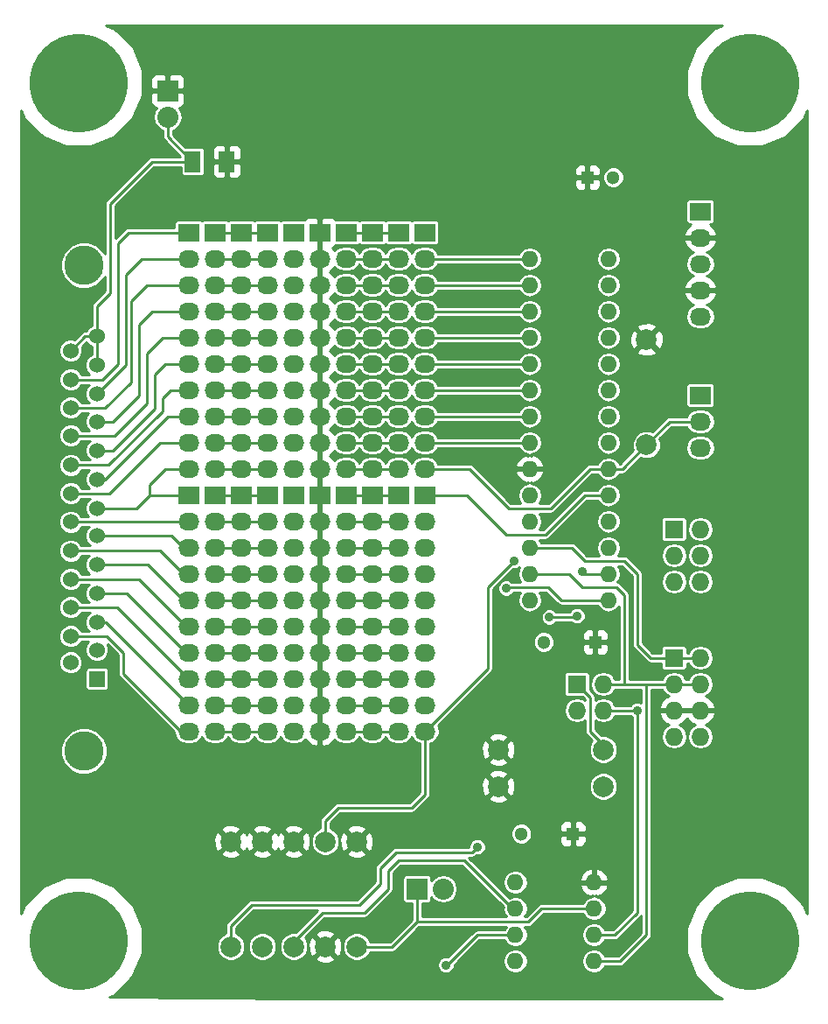
<source format=gtl>
G04 #@! TF.FileFunction,Copper,L1,Top,Signal*
%FSLAX46Y46*%
G04 Gerber Fmt 4.6, Leading zero omitted, Abs format (unit mm)*
G04 Created by KiCad (PCBNEW 4.0.1-stable) date 12/26/2016 8:09:41 PM*
%MOMM*%
G01*
G04 APERTURE LIST*
%ADD10C,0.150000*%
%ADD11O,1.600000X1.600000*%
%ADD12C,9.525000*%
%ADD13R,1.524000X2.032000*%
%ADD14R,2.032000X2.032000*%
%ADD15O,2.032000X2.032000*%
%ADD16R,1.300000X1.300000*%
%ADD17C,1.300000*%
%ADD18R,1.727200X1.727200*%
%ADD19O,1.727200X1.727200*%
%ADD20R,2.032000X1.727200*%
%ADD21O,2.032000X1.727200*%
%ADD22C,1.998980*%
%ADD23C,3.810000*%
%ADD24R,1.524000X1.524000*%
%ADD25C,1.524000*%
%ADD26C,0.889000*%
%ADD27C,0.254000*%
G04 APERTURE END LIST*
D10*
D11*
X59690000Y-33020000D03*
X59690000Y-35560000D03*
X59690000Y-38100000D03*
X59690000Y-40640000D03*
X59690000Y-43180000D03*
X59690000Y-45720000D03*
X59690000Y-48260000D03*
X59690000Y-50800000D03*
X59690000Y-53340000D03*
X59690000Y-55880000D03*
X59690000Y-58420000D03*
X59690000Y-60960000D03*
X59690000Y-63500000D03*
X59690000Y-66040000D03*
X67310000Y-66040000D03*
X67310000Y-63500000D03*
X67310000Y-60960000D03*
X67310000Y-58420000D03*
X67310000Y-55880000D03*
X67310000Y-53340000D03*
X67310000Y-50800000D03*
X67310000Y-48260000D03*
X67310000Y-45720000D03*
X67310000Y-43180000D03*
X67310000Y-40640000D03*
X67310000Y-38100000D03*
X67310000Y-35560000D03*
X67310000Y-33020000D03*
D12*
X16000000Y-16000000D03*
X81000000Y-16000000D03*
X16000000Y-99000000D03*
X81000000Y-99000000D03*
D13*
X30353000Y-23622000D03*
X27051000Y-23622000D03*
D14*
X48768000Y-93980000D03*
D15*
X51308000Y-93980000D03*
D16*
X66040000Y-70104000D03*
D17*
X61040000Y-70104000D03*
D16*
X63881000Y-88646000D03*
D17*
X58881000Y-88646000D03*
D11*
X58293000Y-93345000D03*
X58293000Y-95885000D03*
X58293000Y-98425000D03*
X58293000Y-100965000D03*
X65913000Y-100965000D03*
X65913000Y-98425000D03*
X65913000Y-95885000D03*
X65913000Y-93345000D03*
D18*
X73660000Y-71628000D03*
D19*
X76200000Y-71628000D03*
X73660000Y-74168000D03*
X76200000Y-74168000D03*
X73660000Y-76708000D03*
X76200000Y-76708000D03*
X73660000Y-79248000D03*
X76200000Y-79248000D03*
D20*
X76200000Y-28448000D03*
D21*
X76200000Y-30988000D03*
X76200000Y-33528000D03*
X76200000Y-36068000D03*
X76200000Y-38608000D03*
D22*
X66802000Y-80518000D03*
X56642000Y-80518000D03*
X66802000Y-84074000D03*
X56642000Y-84074000D03*
X71000000Y-51000000D03*
X71000000Y-40840000D03*
X39878000Y-89408000D03*
X39878000Y-99568000D03*
X42926000Y-99568000D03*
X42926000Y-89408000D03*
X33782000Y-99568000D03*
X33782000Y-89408000D03*
X36830000Y-99568000D03*
X36830000Y-89408000D03*
D18*
X64262000Y-74168000D03*
D19*
X66802000Y-74168000D03*
X64262000Y-76708000D03*
X66802000Y-76708000D03*
D16*
X65278000Y-25146000D03*
D17*
X67778000Y-25146000D03*
D23*
X16510000Y-33655000D03*
X16510000Y-80645000D03*
D24*
X17780000Y-73660000D03*
D25*
X17780000Y-70866000D03*
X17780000Y-68199000D03*
X17780000Y-65405000D03*
X17780000Y-62611000D03*
X17780000Y-59817000D03*
X17780000Y-57150000D03*
X17780000Y-54356000D03*
X17780000Y-51562000D03*
X17780000Y-48768000D03*
X17780000Y-46101000D03*
X17780000Y-43307000D03*
X17780000Y-40513000D03*
X15240000Y-72085200D03*
X15240000Y-69545200D03*
X15240000Y-66751200D03*
X15240000Y-64008000D03*
X15240000Y-61264800D03*
X15240000Y-58470800D03*
X15240000Y-55727600D03*
X15240000Y-52984400D03*
X15240000Y-50139600D03*
X15240000Y-47447200D03*
X15240000Y-44704000D03*
X15240000Y-41910000D03*
D20*
X41910000Y-30480000D03*
D21*
X41910000Y-33020000D03*
X41910000Y-35560000D03*
X41910000Y-38100000D03*
X41910000Y-40640000D03*
X41910000Y-43180000D03*
X41910000Y-45720000D03*
X41910000Y-48260000D03*
X41910000Y-50800000D03*
X41910000Y-53340000D03*
D20*
X44450000Y-55880000D03*
D21*
X44450000Y-58420000D03*
X44450000Y-60960000D03*
X44450000Y-63500000D03*
X44450000Y-66040000D03*
X44450000Y-68580000D03*
X44450000Y-71120000D03*
X44450000Y-73660000D03*
X44450000Y-76200000D03*
X44450000Y-78740000D03*
D20*
X46990000Y-30480000D03*
D21*
X46990000Y-33020000D03*
X46990000Y-35560000D03*
X46990000Y-38100000D03*
X46990000Y-40640000D03*
X46990000Y-43180000D03*
X46990000Y-45720000D03*
X46990000Y-48260000D03*
X46990000Y-50800000D03*
X46990000Y-53340000D03*
D20*
X46990000Y-55880000D03*
D21*
X46990000Y-58420000D03*
X46990000Y-60960000D03*
X46990000Y-63500000D03*
X46990000Y-66040000D03*
X46990000Y-68580000D03*
X46990000Y-71120000D03*
X46990000Y-73660000D03*
X46990000Y-76200000D03*
X46990000Y-78740000D03*
D20*
X44450000Y-30480000D03*
D21*
X44450000Y-33020000D03*
X44450000Y-35560000D03*
X44450000Y-38100000D03*
X44450000Y-40640000D03*
X44450000Y-43180000D03*
X44450000Y-45720000D03*
X44450000Y-48260000D03*
X44450000Y-50800000D03*
X44450000Y-53340000D03*
D20*
X41910000Y-55880000D03*
D21*
X41910000Y-58420000D03*
X41910000Y-60960000D03*
X41910000Y-63500000D03*
X41910000Y-66040000D03*
X41910000Y-68580000D03*
X41910000Y-71120000D03*
X41910000Y-73660000D03*
X41910000Y-76200000D03*
X41910000Y-78740000D03*
D20*
X31750000Y-55880000D03*
D21*
X31750000Y-58420000D03*
X31750000Y-60960000D03*
X31750000Y-63500000D03*
X31750000Y-66040000D03*
X31750000Y-68580000D03*
X31750000Y-71120000D03*
X31750000Y-73660000D03*
X31750000Y-76200000D03*
X31750000Y-78740000D03*
D20*
X34290000Y-30480000D03*
D21*
X34290000Y-33020000D03*
X34290000Y-35560000D03*
X34290000Y-38100000D03*
X34290000Y-40640000D03*
X34290000Y-43180000D03*
X34290000Y-45720000D03*
X34290000Y-48260000D03*
X34290000Y-50800000D03*
X34290000Y-53340000D03*
D20*
X29210000Y-55880000D03*
D21*
X29210000Y-58420000D03*
X29210000Y-60960000D03*
X29210000Y-63500000D03*
X29210000Y-66040000D03*
X29210000Y-68580000D03*
X29210000Y-71120000D03*
X29210000Y-73660000D03*
X29210000Y-76200000D03*
X29210000Y-78740000D03*
D20*
X29210000Y-30480000D03*
D21*
X29210000Y-33020000D03*
X29210000Y-35560000D03*
X29210000Y-38100000D03*
X29210000Y-40640000D03*
X29210000Y-43180000D03*
X29210000Y-45720000D03*
X29210000Y-48260000D03*
X29210000Y-50800000D03*
X29210000Y-53340000D03*
D20*
X31750000Y-30480000D03*
D21*
X31750000Y-33020000D03*
X31750000Y-35560000D03*
X31750000Y-38100000D03*
X31750000Y-40640000D03*
X31750000Y-43180000D03*
X31750000Y-45720000D03*
X31750000Y-48260000D03*
X31750000Y-50800000D03*
X31750000Y-53340000D03*
D20*
X34290000Y-55880000D03*
D21*
X34290000Y-58420000D03*
X34290000Y-60960000D03*
X34290000Y-63500000D03*
X34290000Y-66040000D03*
X34290000Y-68580000D03*
X34290000Y-71120000D03*
X34290000Y-73660000D03*
X34290000Y-76200000D03*
X34290000Y-78740000D03*
D20*
X39370000Y-55880000D03*
D21*
X39370000Y-58420000D03*
X39370000Y-60960000D03*
X39370000Y-63500000D03*
X39370000Y-66040000D03*
X39370000Y-68580000D03*
X39370000Y-71120000D03*
X39370000Y-73660000D03*
X39370000Y-76200000D03*
X39370000Y-78740000D03*
D20*
X39370000Y-30480000D03*
D21*
X39370000Y-33020000D03*
X39370000Y-35560000D03*
X39370000Y-38100000D03*
X39370000Y-40640000D03*
X39370000Y-43180000D03*
X39370000Y-45720000D03*
X39370000Y-48260000D03*
X39370000Y-50800000D03*
X39370000Y-53340000D03*
D20*
X36830000Y-30480000D03*
D21*
X36830000Y-33020000D03*
X36830000Y-35560000D03*
X36830000Y-38100000D03*
X36830000Y-40640000D03*
X36830000Y-43180000D03*
X36830000Y-45720000D03*
X36830000Y-48260000D03*
X36830000Y-50800000D03*
X36830000Y-53340000D03*
D20*
X36830000Y-55880000D03*
D21*
X36830000Y-58420000D03*
X36830000Y-60960000D03*
X36830000Y-63500000D03*
X36830000Y-66040000D03*
X36830000Y-68580000D03*
X36830000Y-71120000D03*
X36830000Y-73660000D03*
X36830000Y-76200000D03*
X36830000Y-78740000D03*
D20*
X26670000Y-30480000D03*
D21*
X26670000Y-33020000D03*
X26670000Y-35560000D03*
X26670000Y-38100000D03*
X26670000Y-40640000D03*
X26670000Y-43180000D03*
X26670000Y-45720000D03*
X26670000Y-48260000D03*
X26670000Y-50800000D03*
X26670000Y-53340000D03*
D20*
X26670000Y-55880000D03*
D21*
X26670000Y-58420000D03*
X26670000Y-60960000D03*
X26670000Y-63500000D03*
X26670000Y-66040000D03*
X26670000Y-68580000D03*
X26670000Y-71120000D03*
X26670000Y-73660000D03*
X26670000Y-76200000D03*
X26670000Y-78740000D03*
D20*
X49530000Y-55880000D03*
D21*
X49530000Y-58420000D03*
X49530000Y-60960000D03*
X49530000Y-63500000D03*
X49530000Y-66040000D03*
X49530000Y-68580000D03*
X49530000Y-71120000D03*
X49530000Y-73660000D03*
X49530000Y-76200000D03*
X49530000Y-78740000D03*
D20*
X49530000Y-30480000D03*
D21*
X49530000Y-33020000D03*
X49530000Y-35560000D03*
X49530000Y-38100000D03*
X49530000Y-40640000D03*
X49530000Y-43180000D03*
X49530000Y-45720000D03*
X49530000Y-48260000D03*
X49530000Y-50800000D03*
X49530000Y-53340000D03*
D20*
X76200000Y-46228000D03*
D21*
X76200000Y-48768000D03*
X76200000Y-51308000D03*
D14*
X24638000Y-16764000D03*
D15*
X24638000Y-19304000D03*
D18*
X73660000Y-59182000D03*
D19*
X76200000Y-59182000D03*
X73660000Y-61722000D03*
X76200000Y-61722000D03*
X73660000Y-64262000D03*
X76200000Y-64262000D03*
D22*
X30734000Y-99568000D03*
X30734000Y-89408000D03*
D26*
X64770000Y-63246000D03*
X64262000Y-67564000D03*
X61595000Y-67691000D03*
X51562000Y-101346000D03*
X70104000Y-76708000D03*
X58166000Y-62230000D03*
X54610000Y-89916000D03*
X57404000Y-64897000D03*
D27*
X61595000Y-67691000D02*
X64135000Y-67691000D01*
X65024000Y-63500000D02*
X67310000Y-63500000D01*
X64770000Y-63246000D02*
X65024000Y-63500000D01*
X64135000Y-67691000D02*
X64262000Y-67564000D01*
X36830000Y-99568000D02*
X36830000Y-99060000D01*
X36830000Y-99060000D02*
X39624000Y-96266000D01*
X39624000Y-96266000D02*
X43688000Y-96266000D01*
X45974000Y-92202000D02*
X46990000Y-91186000D01*
X45974000Y-93980000D02*
X45974000Y-92202000D01*
X43688000Y-96266000D02*
X45974000Y-93980000D01*
X58293000Y-95885000D02*
X58039000Y-95885000D01*
X58039000Y-95885000D02*
X53340000Y-91186000D01*
X53340000Y-91186000D02*
X46990000Y-91186000D01*
X51625500Y-101409500D02*
X51625500Y-101473000D01*
X54610000Y-98425000D02*
X58293000Y-98425000D01*
X51562000Y-101473000D02*
X54610000Y-98425000D01*
X51625500Y-101473000D02*
X51562000Y-101473000D01*
X51562000Y-101346000D02*
X51625500Y-101409500D01*
X73660000Y-71628000D02*
X71374000Y-71628000D01*
X65024000Y-62230000D02*
X63754000Y-60960000D01*
X63754000Y-60960000D02*
X59690000Y-60960000D01*
X65024000Y-62230000D02*
X68834000Y-62230000D01*
X71374000Y-71628000D02*
X70104000Y-70358000D01*
X70104000Y-70358000D02*
X70104000Y-63500000D01*
X70104000Y-63500000D02*
X68834000Y-62230000D01*
X66802000Y-76708000D02*
X70104000Y-76708000D01*
X70104000Y-76708000D02*
X70104000Y-96266000D01*
X70104000Y-96266000D02*
X67945000Y-98425000D01*
X67945000Y-98425000D02*
X65913000Y-98425000D01*
X73660000Y-71628000D02*
X76200000Y-71628000D01*
X66802000Y-74168000D02*
X68834000Y-74168000D01*
X68834000Y-74168000D02*
X70993000Y-74168000D01*
X73660000Y-74168000D02*
X70993000Y-74168000D01*
X64770000Y-64770000D02*
X68072000Y-64770000D01*
X59690000Y-63500000D02*
X63500000Y-63500000D01*
X63500000Y-63500000D02*
X64770000Y-64770000D01*
X68072000Y-64770000D02*
X68834000Y-65532000D01*
X68834000Y-65532000D02*
X68834000Y-74168000D01*
X73660000Y-74168000D02*
X76200000Y-74168000D01*
X72898000Y-74168000D02*
X73660000Y-74168000D01*
X68453000Y-100965000D02*
X70993000Y-98425000D01*
X70993000Y-98425000D02*
X70993000Y-74168000D01*
X65913000Y-100965000D02*
X68453000Y-100965000D01*
X39878000Y-89408000D02*
X39878000Y-87376000D01*
X49530000Y-84836000D02*
X49530000Y-78740000D01*
X48260000Y-86106000D02*
X49530000Y-84836000D01*
X41148000Y-86106000D02*
X48260000Y-86106000D01*
X39878000Y-87376000D02*
X41148000Y-86106000D01*
X55626000Y-72644000D02*
X55626000Y-64770000D01*
X55626000Y-64770000D02*
X58166000Y-62230000D01*
X49530000Y-78740000D02*
X55626000Y-72644000D01*
X44450000Y-33020000D02*
X46990000Y-33020000D01*
X41910000Y-33020000D02*
X44450000Y-33020000D01*
X44450000Y-35560000D02*
X46990000Y-35560000D01*
X41910000Y-35560000D02*
X44450000Y-35560000D01*
X44450000Y-38100000D02*
X46990000Y-38100000D01*
X41910000Y-38100000D02*
X44450000Y-38100000D01*
X44450000Y-40640000D02*
X46990000Y-40640000D01*
X41910000Y-40640000D02*
X44450000Y-40640000D01*
X44450000Y-43180000D02*
X46990000Y-43180000D01*
X41910000Y-43180000D02*
X44450000Y-43180000D01*
X44450000Y-45720000D02*
X46990000Y-45720000D01*
X41910000Y-45720000D02*
X44450000Y-45720000D01*
X44450000Y-48260000D02*
X46990000Y-48260000D01*
X41910000Y-48260000D02*
X44450000Y-48260000D01*
X44450000Y-50800000D02*
X46990000Y-50800000D01*
X41910000Y-50800000D02*
X44450000Y-50800000D01*
X44450000Y-58420000D02*
X46990000Y-58420000D01*
X41910000Y-58420000D02*
X44450000Y-58420000D01*
X44450000Y-60960000D02*
X46990000Y-60960000D01*
X41910000Y-60960000D02*
X44450000Y-60960000D01*
X44450000Y-63500000D02*
X46990000Y-63500000D01*
X41910000Y-63500000D02*
X44450000Y-63500000D01*
X44450000Y-66040000D02*
X46990000Y-66040000D01*
X41910000Y-66040000D02*
X44450000Y-66040000D01*
X44450000Y-68580000D02*
X46990000Y-68580000D01*
X41910000Y-68580000D02*
X44450000Y-68580000D01*
X44450000Y-71120000D02*
X46990000Y-71120000D01*
X41910000Y-71120000D02*
X44450000Y-71120000D01*
X44450000Y-73660000D02*
X46990000Y-73660000D01*
X41910000Y-73660000D02*
X44450000Y-73660000D01*
X44450000Y-76200000D02*
X46990000Y-76200000D01*
X41910000Y-76200000D02*
X44450000Y-76200000D01*
X31750000Y-58420000D02*
X34290000Y-58420000D01*
X29210000Y-58420000D02*
X31750000Y-58420000D01*
X31750000Y-60960000D02*
X34290000Y-60960000D01*
X29210000Y-60960000D02*
X31750000Y-60960000D01*
X31750000Y-63500000D02*
X34290000Y-63500000D01*
X29210000Y-63500000D02*
X31750000Y-63500000D01*
X31750000Y-66040000D02*
X34290000Y-66040000D01*
X29210000Y-66040000D02*
X31750000Y-66040000D01*
X31750000Y-68580000D02*
X34290000Y-68580000D01*
X29210000Y-68580000D02*
X31750000Y-68580000D01*
X31750000Y-71120000D02*
X34290000Y-71120000D01*
X29210000Y-71120000D02*
X31750000Y-71120000D01*
X31750000Y-73660000D02*
X34290000Y-73660000D01*
X29210000Y-73660000D02*
X31750000Y-73660000D01*
X31750000Y-76200000D02*
X34290000Y-76200000D01*
X29210000Y-76200000D02*
X31750000Y-76200000D01*
X31750000Y-33020000D02*
X34290000Y-33020000D01*
X29210000Y-33020000D02*
X31750000Y-33020000D01*
X31750000Y-35560000D02*
X34290000Y-35560000D01*
X29210000Y-35560000D02*
X31750000Y-35560000D01*
X31750000Y-38100000D02*
X34290000Y-38100000D01*
X29210000Y-38100000D02*
X31750000Y-38100000D01*
X31750000Y-40640000D02*
X34290000Y-40640000D01*
X29210000Y-40640000D02*
X31750000Y-40640000D01*
X31750000Y-43180000D02*
X34290000Y-43180000D01*
X29210000Y-43180000D02*
X31750000Y-43180000D01*
X31750000Y-45720000D02*
X34290000Y-45720000D01*
X29210000Y-45720000D02*
X31750000Y-45720000D01*
X31750000Y-48260000D02*
X34290000Y-48260000D01*
X29210000Y-48260000D02*
X31750000Y-48260000D01*
X31750000Y-50800000D02*
X34290000Y-50800000D01*
X29210000Y-50800000D02*
X31750000Y-50800000D01*
X17780000Y-43307000D02*
X17780000Y-43180000D01*
X17780000Y-40513000D02*
X17780000Y-40132000D01*
X16637000Y-40513000D02*
X15240000Y-41910000D01*
X17780000Y-40513000D02*
X16637000Y-40513000D01*
X17780000Y-43307000D02*
X17780000Y-40513000D01*
X17780000Y-37592000D02*
X19050000Y-36322000D01*
X19050000Y-36322000D02*
X19050000Y-27686000D01*
X19050000Y-27686000D02*
X23114000Y-23622000D01*
X23114000Y-23622000D02*
X27051000Y-23622000D01*
X17780000Y-40513000D02*
X17780000Y-37592000D01*
X24638000Y-21209000D02*
X27051000Y-23622000D01*
X24638000Y-19304000D02*
X24638000Y-21209000D01*
X42926000Y-99568000D02*
X46355000Y-99568000D01*
X46355000Y-99568000D02*
X48768000Y-97155000D01*
X42926000Y-99568000D02*
X43434000Y-99568000D01*
X48768000Y-93980000D02*
X48768000Y-97155000D01*
X60833000Y-95885000D02*
X59563000Y-97155000D01*
X59563000Y-97155000D02*
X48768000Y-97155000D01*
X65913000Y-95885000D02*
X60833000Y-95885000D01*
X44450000Y-53340000D02*
X46990000Y-53340000D01*
X41910000Y-53340000D02*
X44450000Y-53340000D01*
X31750000Y-55880000D02*
X34290000Y-55880000D01*
X29210000Y-55880000D02*
X31750000Y-55880000D01*
X29210000Y-78740000D02*
X31750000Y-78740000D01*
X31750000Y-78740000D02*
X34290000Y-78740000D01*
X29210000Y-30480000D02*
X31750000Y-30480000D01*
X31750000Y-30480000D02*
X34290000Y-30480000D01*
X31750000Y-53340000D02*
X29210000Y-53340000D01*
X34290000Y-53340000D02*
X31750000Y-53340000D01*
X44450000Y-55880000D02*
X46990000Y-55880000D01*
X41910000Y-55880000D02*
X44450000Y-55880000D01*
X44450000Y-78740000D02*
X46990000Y-78740000D01*
X41910000Y-78740000D02*
X44450000Y-78740000D01*
X44450000Y-30480000D02*
X46990000Y-30480000D01*
X41910000Y-30480000D02*
X44450000Y-30480000D01*
X66802000Y-80518000D02*
X66802000Y-80010000D01*
X66802000Y-80010000D02*
X65532000Y-78740000D01*
X65532000Y-75438000D02*
X64262000Y-74168000D01*
X65532000Y-78740000D02*
X65532000Y-75438000D01*
X66802000Y-80518000D02*
X67310000Y-80518000D01*
X18542000Y-54356000D02*
X17780000Y-54356000D01*
X24638000Y-48260000D02*
X18542000Y-54356000D01*
X26670000Y-48260000D02*
X24638000Y-48260000D01*
X24384000Y-43180000D02*
X23368000Y-44196000D01*
X23368000Y-44196000D02*
X23368000Y-47498000D01*
X23368000Y-47498000D02*
X19304000Y-51562000D01*
X19304000Y-51562000D02*
X17780000Y-51562000D01*
X26670000Y-43180000D02*
X24384000Y-43180000D01*
X23114000Y-38100000D02*
X21844000Y-39370000D01*
X21844000Y-39370000D02*
X21844000Y-46228000D01*
X21844000Y-46228000D02*
X19304000Y-48768000D01*
X19304000Y-48768000D02*
X17780000Y-48768000D01*
X26670000Y-38100000D02*
X23114000Y-38100000D01*
X17780000Y-46101000D02*
X17907000Y-46101000D01*
X22098000Y-33020000D02*
X20574000Y-34544000D01*
X20574000Y-34544000D02*
X20574000Y-43307000D01*
X20574000Y-43307000D02*
X17780000Y-46101000D01*
X26670000Y-33020000D02*
X22098000Y-33020000D01*
X18948400Y-55727600D02*
X23876000Y-50800000D01*
X23876000Y-50800000D02*
X26670000Y-50800000D01*
X15240000Y-55727600D02*
X18948400Y-55727600D01*
X24892000Y-45720000D02*
X24130000Y-46482000D01*
X24130000Y-46482000D02*
X24130000Y-47752000D01*
X24130000Y-47752000D02*
X18897600Y-52984400D01*
X18897600Y-52984400D02*
X15240000Y-52984400D01*
X26670000Y-45720000D02*
X24892000Y-45720000D01*
X24130000Y-40640000D02*
X22606000Y-42164000D01*
X22606000Y-42164000D02*
X22606000Y-46990000D01*
X22606000Y-46990000D02*
X19456400Y-50139600D01*
X19456400Y-50139600D02*
X15240000Y-50139600D01*
X26670000Y-40640000D02*
X24130000Y-40640000D01*
X22606000Y-35560000D02*
X21082002Y-37083998D01*
X21082002Y-37083998D02*
X21082002Y-44957998D01*
X21082002Y-44957998D02*
X18592800Y-47447200D01*
X18592800Y-47447200D02*
X15240000Y-47447200D01*
X26670000Y-35560000D02*
X22606000Y-35560000D01*
X18669000Y-68199000D02*
X26670000Y-76200000D01*
X17780000Y-68199000D02*
X18669000Y-68199000D01*
X20701000Y-65405000D02*
X17780000Y-65405000D01*
X26416000Y-71120000D02*
X20701000Y-65405000D01*
X26670000Y-71120000D02*
X26416000Y-71120000D01*
X22733000Y-62611000D02*
X17780000Y-62611000D01*
X26162000Y-66040000D02*
X22733000Y-62611000D01*
X26670000Y-66040000D02*
X26162000Y-66040000D01*
X25019000Y-59817000D02*
X17780000Y-59817000D01*
X26162000Y-60960000D02*
X25019000Y-59817000D01*
X26670000Y-60960000D02*
X26162000Y-60960000D01*
X21590000Y-57150000D02*
X22860000Y-55880000D01*
X22860000Y-55880000D02*
X26670000Y-55880000D01*
X17780000Y-57150000D02*
X21590000Y-57150000D01*
X24384000Y-53340000D02*
X22860000Y-54864000D01*
X22860000Y-54864000D02*
X22860000Y-55880000D01*
X26670000Y-53340000D02*
X24384000Y-53340000D01*
X18745200Y-69545200D02*
X15240000Y-69545200D01*
X20320000Y-71120000D02*
X18745200Y-69545200D01*
X20320000Y-73152000D02*
X20320000Y-71120000D01*
X25908000Y-78740000D02*
X20320000Y-73152000D01*
X26670000Y-78740000D02*
X25908000Y-78740000D01*
X19761200Y-66751200D02*
X26670000Y-73660000D01*
X15240000Y-66751200D02*
X19761200Y-66751200D01*
X21844000Y-64008000D02*
X15240000Y-64008000D01*
X26416000Y-68580000D02*
X21844000Y-64008000D01*
X26670000Y-68580000D02*
X26416000Y-68580000D01*
X23926800Y-61264800D02*
X15240000Y-61264800D01*
X26162000Y-63500000D02*
X23926800Y-61264800D01*
X26670000Y-63500000D02*
X26162000Y-63500000D01*
X19812000Y-58420000D02*
X19761200Y-58470800D01*
X19761200Y-58470800D02*
X15240000Y-58470800D01*
X26670000Y-58420000D02*
X19812000Y-58420000D01*
X18288000Y-44704000D02*
X19812000Y-43180000D01*
X19812000Y-43180000D02*
X19812000Y-31496000D01*
X19812000Y-31496000D02*
X20828000Y-30480000D01*
X20828000Y-30480000D02*
X26670000Y-30480000D01*
X15240000Y-44704000D02*
X18288000Y-44704000D01*
X49530000Y-33020000D02*
X59690000Y-33020000D01*
X49530000Y-35560000D02*
X59690000Y-35560000D01*
X49530000Y-38100000D02*
X59690000Y-38100000D01*
X49530000Y-40640000D02*
X59690000Y-40640000D01*
X49530000Y-43180000D02*
X59690000Y-43180000D01*
X49530000Y-45720000D02*
X59690000Y-45720000D01*
X49530000Y-48260000D02*
X59690000Y-48260000D01*
X49530000Y-50800000D02*
X59690000Y-50800000D01*
X67310000Y-53340000D02*
X68072000Y-53340000D01*
X68660000Y-53340000D02*
X71000000Y-51000000D01*
X67310000Y-53340000D02*
X68660000Y-53340000D01*
X73232000Y-48768000D02*
X71000000Y-51000000D01*
X76200000Y-48768000D02*
X73232000Y-48768000D01*
X65532000Y-53340000D02*
X61722000Y-57150000D01*
X61722000Y-57150000D02*
X57658000Y-57150000D01*
X57658000Y-57150000D02*
X53848000Y-53340000D01*
X53848000Y-53340000D02*
X49530000Y-53340000D01*
X67310000Y-53340000D02*
X65532000Y-53340000D01*
X65024000Y-55880000D02*
X61214000Y-59690000D01*
X61214000Y-59690000D02*
X57404000Y-59690000D01*
X57404000Y-59690000D02*
X53594000Y-55880000D01*
X53594000Y-55880000D02*
X49530000Y-55880000D01*
X67310000Y-55880000D02*
X65024000Y-55880000D01*
X67310000Y-66040000D02*
X62738000Y-66040000D01*
X62738000Y-66040000D02*
X61468000Y-64770000D01*
X30734000Y-99568000D02*
X30734000Y-97536000D01*
X30734000Y-97536000D02*
X32766000Y-95504000D01*
X54102000Y-90424000D02*
X54610000Y-89916000D01*
X46736000Y-90424000D02*
X54102000Y-90424000D01*
X45212000Y-91948000D02*
X46736000Y-90424000D01*
X45212000Y-93472000D02*
X45212000Y-91948000D01*
X43180000Y-95504000D02*
X45212000Y-93472000D01*
X32766000Y-95504000D02*
X43180000Y-95504000D01*
X57531000Y-64770000D02*
X61468000Y-64770000D01*
X57404000Y-64897000D02*
X57531000Y-64770000D01*
G36*
X77515482Y-10775185D02*
X75781275Y-12506368D01*
X74841571Y-14769425D01*
X74839433Y-17219825D01*
X75775185Y-19484518D01*
X77506368Y-21218725D01*
X79769425Y-22158429D01*
X82219825Y-22160567D01*
X84484518Y-21224815D01*
X86218725Y-19493632D01*
X86569000Y-18650077D01*
X86569000Y-96348473D01*
X86224815Y-95515482D01*
X84493632Y-93781275D01*
X82230575Y-92841571D01*
X79780175Y-92839433D01*
X77515482Y-93775185D01*
X75781275Y-95506368D01*
X74841571Y-97769425D01*
X74839433Y-100219825D01*
X75775185Y-102484518D01*
X77506368Y-104218725D01*
X78349923Y-104569000D01*
X37872693Y-104569000D01*
X18981451Y-104432678D01*
X19484518Y-104224815D01*
X21218725Y-102493632D01*
X22158429Y-100230575D01*
X22158768Y-99841392D01*
X29353271Y-99841392D01*
X29562995Y-100348963D01*
X29950994Y-100737640D01*
X30458199Y-100948249D01*
X31007392Y-100948729D01*
X31514963Y-100739005D01*
X31903640Y-100351006D01*
X32114249Y-99843801D01*
X32114251Y-99841392D01*
X32401271Y-99841392D01*
X32610995Y-100348963D01*
X32998994Y-100737640D01*
X33506199Y-100948249D01*
X34055392Y-100948729D01*
X34562963Y-100739005D01*
X34951640Y-100351006D01*
X35162249Y-99843801D01*
X35162729Y-99294608D01*
X34953005Y-98787037D01*
X34565006Y-98398360D01*
X34057801Y-98187751D01*
X33508608Y-98187271D01*
X33001037Y-98396995D01*
X32612360Y-98784994D01*
X32401751Y-99292199D01*
X32401271Y-99841392D01*
X32114251Y-99841392D01*
X32114729Y-99294608D01*
X31905005Y-98787037D01*
X31517006Y-98398360D01*
X31242000Y-98284168D01*
X31242000Y-97746420D01*
X32976420Y-96012000D01*
X39159580Y-96012000D01*
X36983936Y-98187644D01*
X36556608Y-98187271D01*
X36049037Y-98396995D01*
X35660360Y-98784994D01*
X35449751Y-99292199D01*
X35449271Y-99841392D01*
X35658995Y-100348963D01*
X36046994Y-100737640D01*
X36554199Y-100948249D01*
X37103392Y-100948729D01*
X37610963Y-100739005D01*
X37629837Y-100720163D01*
X38905443Y-100720163D01*
X39004042Y-100986965D01*
X39613582Y-101213401D01*
X40263377Y-101189341D01*
X40751958Y-100986965D01*
X40850557Y-100720163D01*
X39878000Y-99747605D01*
X38905443Y-100720163D01*
X37629837Y-100720163D01*
X37999640Y-100351006D01*
X38210249Y-99843801D01*
X38210721Y-99303582D01*
X38232599Y-99303582D01*
X38256659Y-99953377D01*
X38459035Y-100441958D01*
X38725837Y-100540557D01*
X39698395Y-99568000D01*
X40057605Y-99568000D01*
X41030163Y-100540557D01*
X41296965Y-100441958D01*
X41523401Y-99832418D01*
X41499341Y-99182623D01*
X41296965Y-98694042D01*
X41030163Y-98595443D01*
X40057605Y-99568000D01*
X39698395Y-99568000D01*
X38725837Y-98595443D01*
X38459035Y-98694042D01*
X38232599Y-99303582D01*
X38210721Y-99303582D01*
X38210729Y-99294608D01*
X38001005Y-98787037D01*
X37911272Y-98697148D01*
X38192583Y-98415837D01*
X38905443Y-98415837D01*
X39878000Y-99388395D01*
X40850557Y-98415837D01*
X40751958Y-98149035D01*
X40142418Y-97922599D01*
X39492623Y-97946659D01*
X39004042Y-98149035D01*
X38905443Y-98415837D01*
X38192583Y-98415837D01*
X39834420Y-96774000D01*
X43688000Y-96774000D01*
X43882403Y-96735331D01*
X44047210Y-96625210D01*
X46333210Y-94339210D01*
X46443331Y-94174404D01*
X46482000Y-93980000D01*
X46482000Y-92412420D01*
X47200420Y-91694000D01*
X53129580Y-91694000D01*
X57127307Y-95691728D01*
X57088863Y-95885000D01*
X57178761Y-96336949D01*
X57385931Y-96647000D01*
X49276000Y-96647000D01*
X49276000Y-95384464D01*
X49784000Y-95384464D01*
X49925190Y-95357897D01*
X50054865Y-95274454D01*
X50141859Y-95147134D01*
X50172464Y-94996000D01*
X50172464Y-94774137D01*
X50320172Y-94995197D01*
X50773391Y-95298029D01*
X51308000Y-95404369D01*
X51842609Y-95298029D01*
X52295828Y-94995197D01*
X52598660Y-94541978D01*
X52705000Y-94007369D01*
X52705000Y-93952631D01*
X52598660Y-93418022D01*
X52295828Y-92964803D01*
X51842609Y-92661971D01*
X51308000Y-92555631D01*
X50773391Y-92661971D01*
X50320172Y-92964803D01*
X50172464Y-93185863D01*
X50172464Y-92964000D01*
X50145897Y-92822810D01*
X50062454Y-92693135D01*
X49935134Y-92606141D01*
X49784000Y-92575536D01*
X47752000Y-92575536D01*
X47610810Y-92602103D01*
X47481135Y-92685546D01*
X47394141Y-92812866D01*
X47363536Y-92964000D01*
X47363536Y-94996000D01*
X47390103Y-95137190D01*
X47473546Y-95266865D01*
X47600866Y-95353859D01*
X47752000Y-95384464D01*
X48260000Y-95384464D01*
X48260000Y-96944580D01*
X46144580Y-99060000D01*
X44209791Y-99060000D01*
X44097005Y-98787037D01*
X43709006Y-98398360D01*
X43201801Y-98187751D01*
X42652608Y-98187271D01*
X42145037Y-98396995D01*
X41756360Y-98784994D01*
X41545751Y-99292199D01*
X41545271Y-99841392D01*
X41754995Y-100348963D01*
X42142994Y-100737640D01*
X42650199Y-100948249D01*
X43199392Y-100948729D01*
X43706963Y-100739005D01*
X44095640Y-100351006D01*
X44209832Y-100076000D01*
X46355000Y-100076000D01*
X46549403Y-100037331D01*
X46714210Y-99927210D01*
X48978420Y-97663000D01*
X57385931Y-97663000D01*
X57216213Y-97917000D01*
X54610000Y-97917000D01*
X54415597Y-97955669D01*
X54250790Y-98065790D01*
X51775688Y-100540892D01*
X51726923Y-100520643D01*
X51398518Y-100520357D01*
X51095002Y-100645767D01*
X50862583Y-100877781D01*
X50736643Y-101181077D01*
X50736357Y-101509482D01*
X50861767Y-101812998D01*
X51093781Y-102045417D01*
X51397077Y-102171357D01*
X51725482Y-102171643D01*
X52028998Y-102046233D01*
X52261417Y-101814219D01*
X52387357Y-101510923D01*
X52387483Y-101365937D01*
X52788420Y-100965000D01*
X57088863Y-100965000D01*
X57178761Y-101416949D01*
X57434770Y-101800093D01*
X57817914Y-102056102D01*
X58269863Y-102146000D01*
X58316137Y-102146000D01*
X58768086Y-102056102D01*
X59151230Y-101800093D01*
X59407239Y-101416949D01*
X59497137Y-100965000D01*
X59407239Y-100513051D01*
X59151230Y-100129907D01*
X58768086Y-99873898D01*
X58316137Y-99784000D01*
X58269863Y-99784000D01*
X57817914Y-99873898D01*
X57434770Y-100129907D01*
X57178761Y-100513051D01*
X57088863Y-100965000D01*
X52788420Y-100965000D01*
X54820420Y-98933000D01*
X57216213Y-98933000D01*
X57434770Y-99260093D01*
X57817914Y-99516102D01*
X58269863Y-99606000D01*
X58316137Y-99606000D01*
X58768086Y-99516102D01*
X59151230Y-99260093D01*
X59407239Y-98876949D01*
X59497137Y-98425000D01*
X59407239Y-97973051D01*
X59200069Y-97663000D01*
X59563000Y-97663000D01*
X59757403Y-97624331D01*
X59922210Y-97514210D01*
X61043420Y-96393000D01*
X64836213Y-96393000D01*
X65054770Y-96720093D01*
X65437914Y-96976102D01*
X65889863Y-97066000D01*
X65936137Y-97066000D01*
X66388086Y-96976102D01*
X66771230Y-96720093D01*
X67027239Y-96336949D01*
X67117137Y-95885000D01*
X67027239Y-95433051D01*
X66771230Y-95049907D01*
X66388086Y-94793898D01*
X66040002Y-94724660D01*
X66040002Y-94615630D01*
X66262041Y-94736914D01*
X66768134Y-94497389D01*
X67144041Y-94082423D01*
X67304904Y-93694039D01*
X67182915Y-93472000D01*
X66040000Y-93472000D01*
X66040000Y-93492000D01*
X65786000Y-93492000D01*
X65786000Y-93472000D01*
X64643085Y-93472000D01*
X64521096Y-93694039D01*
X64681959Y-94082423D01*
X65057866Y-94497389D01*
X65563959Y-94736914D01*
X65785998Y-94615630D01*
X65785998Y-94724660D01*
X65437914Y-94793898D01*
X65054770Y-95049907D01*
X64836213Y-95377000D01*
X60833000Y-95377000D01*
X60670850Y-95409254D01*
X60638596Y-95415669D01*
X60473790Y-95525790D01*
X59352580Y-96647000D01*
X59200069Y-96647000D01*
X59407239Y-96336949D01*
X59497137Y-95885000D01*
X59407239Y-95433051D01*
X59151230Y-95049907D01*
X58768086Y-94793898D01*
X58316137Y-94704000D01*
X58269863Y-94704000D01*
X57817914Y-94793898D01*
X57727039Y-94854619D01*
X56217420Y-93345000D01*
X57088863Y-93345000D01*
X57178761Y-93796949D01*
X57434770Y-94180093D01*
X57817914Y-94436102D01*
X58269863Y-94526000D01*
X58316137Y-94526000D01*
X58768086Y-94436102D01*
X59151230Y-94180093D01*
X59407239Y-93796949D01*
X59497137Y-93345000D01*
X59427710Y-92995961D01*
X64521096Y-92995961D01*
X64643085Y-93218000D01*
X65786000Y-93218000D01*
X65786000Y-92074371D01*
X66040000Y-92074371D01*
X66040000Y-93218000D01*
X67182915Y-93218000D01*
X67304904Y-92995961D01*
X67144041Y-92607577D01*
X66768134Y-92192611D01*
X66262041Y-91953086D01*
X66040000Y-92074371D01*
X65786000Y-92074371D01*
X65563959Y-91953086D01*
X65057866Y-92192611D01*
X64681959Y-92607577D01*
X64521096Y-92995961D01*
X59427710Y-92995961D01*
X59407239Y-92893051D01*
X59151230Y-92509907D01*
X58768086Y-92253898D01*
X58316137Y-92164000D01*
X58269863Y-92164000D01*
X57817914Y-92253898D01*
X57434770Y-92509907D01*
X57178761Y-92893051D01*
X57088863Y-93345000D01*
X56217420Y-93345000D01*
X53804420Y-90932000D01*
X54102000Y-90932000D01*
X54296403Y-90893331D01*
X54461210Y-90783210D01*
X54503013Y-90741407D01*
X54773482Y-90741643D01*
X55076998Y-90616233D01*
X55309417Y-90384219D01*
X55435357Y-90080923D01*
X55435643Y-89752518D01*
X55310233Y-89449002D01*
X55078219Y-89216583D01*
X54774923Y-89090643D01*
X54446518Y-89090357D01*
X54143002Y-89215767D01*
X53910583Y-89447781D01*
X53784643Y-89751077D01*
X53784499Y-89916000D01*
X46736000Y-89916000D01*
X46541597Y-89954669D01*
X46541595Y-89954670D01*
X46541596Y-89954670D01*
X46376789Y-90064790D01*
X44852790Y-91588790D01*
X44742669Y-91753597D01*
X44704000Y-91948000D01*
X44704000Y-93261580D01*
X42969580Y-94996000D01*
X32766000Y-94996000D01*
X32571597Y-95034669D01*
X32406790Y-95144790D01*
X30374790Y-97176790D01*
X30264669Y-97341597D01*
X30226000Y-97536000D01*
X30226000Y-98284209D01*
X29953037Y-98396995D01*
X29564360Y-98784994D01*
X29353751Y-99292199D01*
X29353271Y-99841392D01*
X22158768Y-99841392D01*
X22160567Y-97780175D01*
X21224815Y-95515482D01*
X19493632Y-93781275D01*
X17230575Y-92841571D01*
X14780175Y-92839433D01*
X12515482Y-93775185D01*
X10781275Y-95506368D01*
X10431000Y-96349923D01*
X10431000Y-90560163D01*
X29761443Y-90560163D01*
X29860042Y-90826965D01*
X30469582Y-91053401D01*
X31119377Y-91029341D01*
X31607958Y-90826965D01*
X31706557Y-90560163D01*
X32809443Y-90560163D01*
X32908042Y-90826965D01*
X33517582Y-91053401D01*
X34167377Y-91029341D01*
X34655958Y-90826965D01*
X34754557Y-90560163D01*
X35857443Y-90560163D01*
X35956042Y-90826965D01*
X36565582Y-91053401D01*
X37215377Y-91029341D01*
X37703958Y-90826965D01*
X37802557Y-90560163D01*
X36830000Y-89587605D01*
X35857443Y-90560163D01*
X34754557Y-90560163D01*
X33782000Y-89587605D01*
X32809443Y-90560163D01*
X31706557Y-90560163D01*
X30734000Y-89587605D01*
X29761443Y-90560163D01*
X10431000Y-90560163D01*
X10431000Y-89143582D01*
X29088599Y-89143582D01*
X29112659Y-89793377D01*
X29315035Y-90281958D01*
X29581837Y-90380557D01*
X30554395Y-89408000D01*
X30913605Y-89408000D01*
X31886163Y-90380557D01*
X32152965Y-90281958D01*
X32252288Y-90014591D01*
X32363035Y-90281958D01*
X32629837Y-90380557D01*
X33602395Y-89408000D01*
X33961605Y-89408000D01*
X34934163Y-90380557D01*
X35200965Y-90281958D01*
X35300288Y-90014591D01*
X35411035Y-90281958D01*
X35677837Y-90380557D01*
X36650395Y-89408000D01*
X37009605Y-89408000D01*
X37982163Y-90380557D01*
X38248965Y-90281958D01*
X38472067Y-89681392D01*
X38497271Y-89681392D01*
X38706995Y-90188963D01*
X39094994Y-90577640D01*
X39602199Y-90788249D01*
X40151392Y-90788729D01*
X40658963Y-90579005D01*
X40677837Y-90560163D01*
X41953443Y-90560163D01*
X42052042Y-90826965D01*
X42661582Y-91053401D01*
X43311377Y-91029341D01*
X43799958Y-90826965D01*
X43898557Y-90560163D01*
X42926000Y-89587605D01*
X41953443Y-90560163D01*
X40677837Y-90560163D01*
X41047640Y-90191006D01*
X41258249Y-89683801D01*
X41258721Y-89143582D01*
X41280599Y-89143582D01*
X41304659Y-89793377D01*
X41507035Y-90281958D01*
X41773837Y-90380557D01*
X42746395Y-89408000D01*
X43105605Y-89408000D01*
X44078163Y-90380557D01*
X44344965Y-90281958D01*
X44571401Y-89672418D01*
X44547341Y-89022623D01*
X44475913Y-88850179D01*
X57849822Y-88850179D01*
X58006451Y-89229251D01*
X58296223Y-89519529D01*
X58675022Y-89676820D01*
X59085179Y-89677178D01*
X59464251Y-89520549D01*
X59754529Y-89230777D01*
X59878695Y-88931750D01*
X62596000Y-88931750D01*
X62596000Y-89422310D01*
X62692673Y-89655699D01*
X62871302Y-89834327D01*
X63104691Y-89931000D01*
X63595250Y-89931000D01*
X63754000Y-89772250D01*
X63754000Y-88773000D01*
X64008000Y-88773000D01*
X64008000Y-89772250D01*
X64166750Y-89931000D01*
X64657309Y-89931000D01*
X64890698Y-89834327D01*
X65069327Y-89655699D01*
X65166000Y-89422310D01*
X65166000Y-88931750D01*
X65007250Y-88773000D01*
X64008000Y-88773000D01*
X63754000Y-88773000D01*
X62754750Y-88773000D01*
X62596000Y-88931750D01*
X59878695Y-88931750D01*
X59911820Y-88851978D01*
X59912178Y-88441821D01*
X59755549Y-88062749D01*
X59562827Y-87869690D01*
X62596000Y-87869690D01*
X62596000Y-88360250D01*
X62754750Y-88519000D01*
X63754000Y-88519000D01*
X63754000Y-87519750D01*
X64008000Y-87519750D01*
X64008000Y-88519000D01*
X65007250Y-88519000D01*
X65166000Y-88360250D01*
X65166000Y-87869690D01*
X65069327Y-87636301D01*
X64890698Y-87457673D01*
X64657309Y-87361000D01*
X64166750Y-87361000D01*
X64008000Y-87519750D01*
X63754000Y-87519750D01*
X63595250Y-87361000D01*
X63104691Y-87361000D01*
X62871302Y-87457673D01*
X62692673Y-87636301D01*
X62596000Y-87869690D01*
X59562827Y-87869690D01*
X59465777Y-87772471D01*
X59086978Y-87615180D01*
X58676821Y-87614822D01*
X58297749Y-87771451D01*
X58007471Y-88061223D01*
X57850180Y-88440022D01*
X57849822Y-88850179D01*
X44475913Y-88850179D01*
X44344965Y-88534042D01*
X44078163Y-88435443D01*
X43105605Y-89408000D01*
X42746395Y-89408000D01*
X41773837Y-88435443D01*
X41507035Y-88534042D01*
X41280599Y-89143582D01*
X41258721Y-89143582D01*
X41258729Y-89134608D01*
X41049005Y-88627037D01*
X40678453Y-88255837D01*
X41953443Y-88255837D01*
X42926000Y-89228395D01*
X43898557Y-88255837D01*
X43799958Y-87989035D01*
X43190418Y-87762599D01*
X42540623Y-87786659D01*
X42052042Y-87989035D01*
X41953443Y-88255837D01*
X40678453Y-88255837D01*
X40661006Y-88238360D01*
X40386000Y-88124168D01*
X40386000Y-87586420D01*
X41358420Y-86614000D01*
X48260000Y-86614000D01*
X48454403Y-86575331D01*
X48619210Y-86465210D01*
X49858257Y-85226163D01*
X55669443Y-85226163D01*
X55768042Y-85492965D01*
X56377582Y-85719401D01*
X57027377Y-85695341D01*
X57515958Y-85492965D01*
X57614557Y-85226163D01*
X56642000Y-84253605D01*
X55669443Y-85226163D01*
X49858257Y-85226163D01*
X49889210Y-85195210D01*
X49999331Y-85030404D01*
X50015730Y-84947958D01*
X50038000Y-84836000D01*
X50038000Y-83809582D01*
X54996599Y-83809582D01*
X55020659Y-84459377D01*
X55223035Y-84947958D01*
X55489837Y-85046557D01*
X56462395Y-84074000D01*
X56821605Y-84074000D01*
X57794163Y-85046557D01*
X58060965Y-84947958D01*
X58284067Y-84347392D01*
X65421271Y-84347392D01*
X65630995Y-84854963D01*
X66018994Y-85243640D01*
X66526199Y-85454249D01*
X67075392Y-85454729D01*
X67582963Y-85245005D01*
X67971640Y-84857006D01*
X68182249Y-84349801D01*
X68182729Y-83800608D01*
X67973005Y-83293037D01*
X67585006Y-82904360D01*
X67077801Y-82693751D01*
X66528608Y-82693271D01*
X66021037Y-82902995D01*
X65632360Y-83290994D01*
X65421751Y-83798199D01*
X65421271Y-84347392D01*
X58284067Y-84347392D01*
X58287401Y-84338418D01*
X58263341Y-83688623D01*
X58060965Y-83200042D01*
X57794163Y-83101443D01*
X56821605Y-84074000D01*
X56462395Y-84074000D01*
X55489837Y-83101443D01*
X55223035Y-83200042D01*
X54996599Y-83809582D01*
X50038000Y-83809582D01*
X50038000Y-82921837D01*
X55669443Y-82921837D01*
X56642000Y-83894395D01*
X57614557Y-82921837D01*
X57515958Y-82655035D01*
X56906418Y-82428599D01*
X56256623Y-82452659D01*
X55768042Y-82655035D01*
X55669443Y-82921837D01*
X50038000Y-82921837D01*
X50038000Y-81670163D01*
X55669443Y-81670163D01*
X55768042Y-81936965D01*
X56377582Y-82163401D01*
X57027377Y-82139341D01*
X57515958Y-81936965D01*
X57614557Y-81670163D01*
X56642000Y-80697605D01*
X55669443Y-81670163D01*
X50038000Y-81670163D01*
X50038000Y-80253582D01*
X54996599Y-80253582D01*
X55020659Y-80903377D01*
X55223035Y-81391958D01*
X55489837Y-81490557D01*
X56462395Y-80518000D01*
X56821605Y-80518000D01*
X57794163Y-81490557D01*
X58060965Y-81391958D01*
X58287401Y-80782418D01*
X58263341Y-80132623D01*
X58060965Y-79644042D01*
X57794163Y-79545443D01*
X56821605Y-80518000D01*
X56462395Y-80518000D01*
X55489837Y-79545443D01*
X55223035Y-79644042D01*
X54996599Y-80253582D01*
X50038000Y-80253582D01*
X50038000Y-79919311D01*
X50186057Y-79889860D01*
X50589834Y-79620065D01*
X50759703Y-79365837D01*
X55669443Y-79365837D01*
X56642000Y-80338395D01*
X57614557Y-79365837D01*
X57515958Y-79099035D01*
X56906418Y-78872599D01*
X56256623Y-78896659D01*
X55768042Y-79099035D01*
X55669443Y-79365837D01*
X50759703Y-79365837D01*
X50859629Y-79216288D01*
X50954369Y-78740000D01*
X50859629Y-78263712D01*
X50805587Y-78182833D01*
X55985210Y-73003210D01*
X56095331Y-72838403D01*
X56134000Y-72644000D01*
X56134000Y-70308179D01*
X60008822Y-70308179D01*
X60165451Y-70687251D01*
X60455223Y-70977529D01*
X60834022Y-71134820D01*
X61244179Y-71135178D01*
X61623251Y-70978549D01*
X61913529Y-70688777D01*
X62037695Y-70389750D01*
X64755000Y-70389750D01*
X64755000Y-70880310D01*
X64851673Y-71113699D01*
X65030302Y-71292327D01*
X65263691Y-71389000D01*
X65754250Y-71389000D01*
X65913000Y-71230250D01*
X65913000Y-70231000D01*
X66167000Y-70231000D01*
X66167000Y-71230250D01*
X66325750Y-71389000D01*
X66816309Y-71389000D01*
X67049698Y-71292327D01*
X67228327Y-71113699D01*
X67325000Y-70880310D01*
X67325000Y-70389750D01*
X67166250Y-70231000D01*
X66167000Y-70231000D01*
X65913000Y-70231000D01*
X64913750Y-70231000D01*
X64755000Y-70389750D01*
X62037695Y-70389750D01*
X62070820Y-70309978D01*
X62071178Y-69899821D01*
X61914549Y-69520749D01*
X61721827Y-69327690D01*
X64755000Y-69327690D01*
X64755000Y-69818250D01*
X64913750Y-69977000D01*
X65913000Y-69977000D01*
X65913000Y-68977750D01*
X66167000Y-68977750D01*
X66167000Y-69977000D01*
X67166250Y-69977000D01*
X67325000Y-69818250D01*
X67325000Y-69327690D01*
X67228327Y-69094301D01*
X67049698Y-68915673D01*
X66816309Y-68819000D01*
X66325750Y-68819000D01*
X66167000Y-68977750D01*
X65913000Y-68977750D01*
X65754250Y-68819000D01*
X65263691Y-68819000D01*
X65030302Y-68915673D01*
X64851673Y-69094301D01*
X64755000Y-69327690D01*
X61721827Y-69327690D01*
X61624777Y-69230471D01*
X61245978Y-69073180D01*
X60835821Y-69072822D01*
X60456749Y-69229451D01*
X60166471Y-69519223D01*
X60009180Y-69898022D01*
X60008822Y-70308179D01*
X56134000Y-70308179D01*
X56134000Y-67854482D01*
X60769357Y-67854482D01*
X60894767Y-68157998D01*
X61126781Y-68390417D01*
X61430077Y-68516357D01*
X61758482Y-68516643D01*
X62061998Y-68391233D01*
X62254567Y-68199000D01*
X63729476Y-68199000D01*
X63793781Y-68263417D01*
X64097077Y-68389357D01*
X64425482Y-68389643D01*
X64728998Y-68264233D01*
X64961417Y-68032219D01*
X65087357Y-67728923D01*
X65087643Y-67400518D01*
X64962233Y-67097002D01*
X64730219Y-66864583D01*
X64426923Y-66738643D01*
X64098518Y-66738357D01*
X63795002Y-66863767D01*
X63562583Y-67095781D01*
X63526366Y-67183000D01*
X62254302Y-67183000D01*
X62063219Y-66991583D01*
X61759923Y-66865643D01*
X61431518Y-66865357D01*
X61128002Y-66990767D01*
X60895583Y-67222781D01*
X60769643Y-67526077D01*
X60769357Y-67854482D01*
X56134000Y-67854482D01*
X56134000Y-64980420D01*
X58059013Y-63055407D01*
X58329482Y-63055643D01*
X58632998Y-62930233D01*
X58697525Y-62865818D01*
X58575761Y-63048051D01*
X58485863Y-63500000D01*
X58575761Y-63951949D01*
X58782931Y-64262000D01*
X57936524Y-64262000D01*
X57872219Y-64197583D01*
X57568923Y-64071643D01*
X57240518Y-64071357D01*
X56937002Y-64196767D01*
X56704583Y-64428781D01*
X56578643Y-64732077D01*
X56578357Y-65060482D01*
X56703767Y-65363998D01*
X56935781Y-65596417D01*
X57239077Y-65722357D01*
X57567482Y-65722643D01*
X57870998Y-65597233D01*
X58103417Y-65365219D01*
X58139634Y-65278000D01*
X58782931Y-65278000D01*
X58575761Y-65588051D01*
X58485863Y-66040000D01*
X58575761Y-66491949D01*
X58831770Y-66875093D01*
X59214914Y-67131102D01*
X59666863Y-67221000D01*
X59713137Y-67221000D01*
X60165086Y-67131102D01*
X60548230Y-66875093D01*
X60804239Y-66491949D01*
X60894137Y-66040000D01*
X60804239Y-65588051D01*
X60597069Y-65278000D01*
X61257580Y-65278000D01*
X62378790Y-66399210D01*
X62543596Y-66509331D01*
X62575850Y-66515746D01*
X62738000Y-66548000D01*
X66233213Y-66548000D01*
X66451770Y-66875093D01*
X66834914Y-67131102D01*
X67286863Y-67221000D01*
X67333137Y-67221000D01*
X67785086Y-67131102D01*
X68168230Y-66875093D01*
X68326000Y-66638974D01*
X68326000Y-73660000D01*
X67955054Y-73660000D01*
X67706448Y-73287935D01*
X67302671Y-73018140D01*
X66826383Y-72923400D01*
X66777617Y-72923400D01*
X66301329Y-73018140D01*
X65897552Y-73287935D01*
X65627757Y-73691712D01*
X65533017Y-74168000D01*
X65627757Y-74644288D01*
X65897552Y-75048065D01*
X66301329Y-75317860D01*
X66777617Y-75412600D01*
X66826383Y-75412600D01*
X67302671Y-75317860D01*
X67706448Y-75048065D01*
X67955054Y-74676000D01*
X70485000Y-74676000D01*
X70485000Y-75972366D01*
X70268923Y-75882643D01*
X69940518Y-75882357D01*
X69637002Y-76007767D01*
X69444433Y-76200000D01*
X67955054Y-76200000D01*
X67706448Y-75827935D01*
X67302671Y-75558140D01*
X66826383Y-75463400D01*
X66777617Y-75463400D01*
X66301329Y-75558140D01*
X66040000Y-75732754D01*
X66040000Y-75438000D01*
X66001331Y-75243597D01*
X66001331Y-75243596D01*
X65891210Y-75078790D01*
X65514064Y-74701644D01*
X65514064Y-73304400D01*
X65487497Y-73163210D01*
X65404054Y-73033535D01*
X65276734Y-72946541D01*
X65125600Y-72915936D01*
X63398400Y-72915936D01*
X63257210Y-72942503D01*
X63127535Y-73025946D01*
X63040541Y-73153266D01*
X63009936Y-73304400D01*
X63009936Y-75031600D01*
X63036503Y-75172790D01*
X63119946Y-75302465D01*
X63247266Y-75389459D01*
X63398400Y-75420064D01*
X64795644Y-75420064D01*
X65024000Y-75648420D01*
X65024000Y-75732754D01*
X64762671Y-75558140D01*
X64286383Y-75463400D01*
X64237617Y-75463400D01*
X63761329Y-75558140D01*
X63357552Y-75827935D01*
X63087757Y-76231712D01*
X62993017Y-76708000D01*
X63087757Y-77184288D01*
X63357552Y-77588065D01*
X63761329Y-77857860D01*
X64237617Y-77952600D01*
X64286383Y-77952600D01*
X64762671Y-77857860D01*
X65024000Y-77683246D01*
X65024000Y-78740000D01*
X65062669Y-78934403D01*
X65172790Y-79099210D01*
X65720544Y-79646964D01*
X65632360Y-79734994D01*
X65421751Y-80242199D01*
X65421271Y-80791392D01*
X65630995Y-81298963D01*
X66018994Y-81687640D01*
X66526199Y-81898249D01*
X67075392Y-81898729D01*
X67582963Y-81689005D01*
X67971640Y-81301006D01*
X68182249Y-80793801D01*
X68182729Y-80244608D01*
X67973005Y-79737037D01*
X67585006Y-79348360D01*
X67077801Y-79137751D01*
X66647795Y-79137375D01*
X66040000Y-78529580D01*
X66040000Y-77683246D01*
X66301329Y-77857860D01*
X66777617Y-77952600D01*
X66826383Y-77952600D01*
X67302671Y-77857860D01*
X67706448Y-77588065D01*
X67955054Y-77216000D01*
X69444698Y-77216000D01*
X69596000Y-77367567D01*
X69596000Y-96055580D01*
X67734580Y-97917000D01*
X66989787Y-97917000D01*
X66771230Y-97589907D01*
X66388086Y-97333898D01*
X65936137Y-97244000D01*
X65889863Y-97244000D01*
X65437914Y-97333898D01*
X65054770Y-97589907D01*
X64798761Y-97973051D01*
X64708863Y-98425000D01*
X64798761Y-98876949D01*
X65054770Y-99260093D01*
X65437914Y-99516102D01*
X65889863Y-99606000D01*
X65936137Y-99606000D01*
X66388086Y-99516102D01*
X66771230Y-99260093D01*
X66989787Y-98933000D01*
X67945000Y-98933000D01*
X68139403Y-98894331D01*
X68304210Y-98784210D01*
X70463210Y-96625210D01*
X70485000Y-96592599D01*
X70485000Y-98214579D01*
X68242580Y-100457000D01*
X66989787Y-100457000D01*
X66771230Y-100129907D01*
X66388086Y-99873898D01*
X65936137Y-99784000D01*
X65889863Y-99784000D01*
X65437914Y-99873898D01*
X65054770Y-100129907D01*
X64798761Y-100513051D01*
X64708863Y-100965000D01*
X64798761Y-101416949D01*
X65054770Y-101800093D01*
X65437914Y-102056102D01*
X65889863Y-102146000D01*
X65936137Y-102146000D01*
X66388086Y-102056102D01*
X66771230Y-101800093D01*
X66989787Y-101473000D01*
X68453000Y-101473000D01*
X68647403Y-101434331D01*
X68812210Y-101324210D01*
X71352210Y-98784211D01*
X71425790Y-98674090D01*
X71462331Y-98619403D01*
X71501000Y-98425000D01*
X71501000Y-77067026D01*
X72205042Y-77067026D01*
X72377312Y-77482947D01*
X72771510Y-77914821D01*
X73161662Y-78097676D01*
X73159329Y-78098140D01*
X72755552Y-78367935D01*
X72485757Y-78771712D01*
X72391017Y-79248000D01*
X72485757Y-79724288D01*
X72755552Y-80128065D01*
X73159329Y-80397860D01*
X73635617Y-80492600D01*
X73684383Y-80492600D01*
X74160671Y-80397860D01*
X74564448Y-80128065D01*
X74834243Y-79724288D01*
X74928983Y-79248000D01*
X74834243Y-78771712D01*
X74564448Y-78367935D01*
X74160671Y-78098140D01*
X74158338Y-78097676D01*
X74548490Y-77914821D01*
X74930000Y-77496848D01*
X75311510Y-77914821D01*
X75701662Y-78097676D01*
X75699329Y-78098140D01*
X75295552Y-78367935D01*
X75025757Y-78771712D01*
X74931017Y-79248000D01*
X75025757Y-79724288D01*
X75295552Y-80128065D01*
X75699329Y-80397860D01*
X76175617Y-80492600D01*
X76224383Y-80492600D01*
X76700671Y-80397860D01*
X77104448Y-80128065D01*
X77374243Y-79724288D01*
X77468983Y-79248000D01*
X77374243Y-78771712D01*
X77104448Y-78367935D01*
X76700671Y-78098140D01*
X76698338Y-78097676D01*
X77088490Y-77914821D01*
X77482688Y-77482947D01*
X77654958Y-77067026D01*
X77533817Y-76835000D01*
X76327000Y-76835000D01*
X76327000Y-76855000D01*
X76073000Y-76855000D01*
X76073000Y-76835000D01*
X73787000Y-76835000D01*
X73787000Y-76855000D01*
X73533000Y-76855000D01*
X73533000Y-76835000D01*
X72326183Y-76835000D01*
X72205042Y-77067026D01*
X71501000Y-77067026D01*
X71501000Y-74676000D01*
X72506946Y-74676000D01*
X72755552Y-75048065D01*
X73159329Y-75317860D01*
X73161662Y-75318324D01*
X72771510Y-75501179D01*
X72377312Y-75933053D01*
X72205042Y-76348974D01*
X72326183Y-76581000D01*
X73533000Y-76581000D01*
X73533000Y-76561000D01*
X73787000Y-76561000D01*
X73787000Y-76581000D01*
X76073000Y-76581000D01*
X76073000Y-76561000D01*
X76327000Y-76561000D01*
X76327000Y-76581000D01*
X77533817Y-76581000D01*
X77654958Y-76348974D01*
X77482688Y-75933053D01*
X77088490Y-75501179D01*
X76698338Y-75318324D01*
X76700671Y-75317860D01*
X77104448Y-75048065D01*
X77374243Y-74644288D01*
X77468983Y-74168000D01*
X77374243Y-73691712D01*
X77104448Y-73287935D01*
X76700671Y-73018140D01*
X76224383Y-72923400D01*
X76175617Y-72923400D01*
X75699329Y-73018140D01*
X75295552Y-73287935D01*
X75046946Y-73660000D01*
X74813054Y-73660000D01*
X74564448Y-73287935D01*
X74160671Y-73018140D01*
X73684383Y-72923400D01*
X73635617Y-72923400D01*
X73159329Y-73018140D01*
X72755552Y-73287935D01*
X72506946Y-73660000D01*
X69342000Y-73660000D01*
X69342000Y-65532000D01*
X69303331Y-65337597D01*
X69193210Y-65172790D01*
X68431210Y-64410790D01*
X68266403Y-64300669D01*
X68200050Y-64287471D01*
X68424239Y-63951949D01*
X68514137Y-63500000D01*
X68424239Y-63048051D01*
X68217069Y-62738000D01*
X68623580Y-62738000D01*
X69596000Y-63710420D01*
X69596000Y-70358000D01*
X69634669Y-70552403D01*
X69744790Y-70717210D01*
X71014790Y-71987210D01*
X71179596Y-72097331D01*
X71211850Y-72103746D01*
X71374000Y-72136000D01*
X72407936Y-72136000D01*
X72407936Y-72491600D01*
X72434503Y-72632790D01*
X72517946Y-72762465D01*
X72645266Y-72849459D01*
X72796400Y-72880064D01*
X74523600Y-72880064D01*
X74664790Y-72853497D01*
X74794465Y-72770054D01*
X74881459Y-72642734D01*
X74912064Y-72491600D01*
X74912064Y-72136000D01*
X75046946Y-72136000D01*
X75295552Y-72508065D01*
X75699329Y-72777860D01*
X76175617Y-72872600D01*
X76224383Y-72872600D01*
X76700671Y-72777860D01*
X77104448Y-72508065D01*
X77374243Y-72104288D01*
X77468983Y-71628000D01*
X77374243Y-71151712D01*
X77104448Y-70747935D01*
X76700671Y-70478140D01*
X76224383Y-70383400D01*
X76175617Y-70383400D01*
X75699329Y-70478140D01*
X75295552Y-70747935D01*
X75046946Y-71120000D01*
X74912064Y-71120000D01*
X74912064Y-70764400D01*
X74885497Y-70623210D01*
X74802054Y-70493535D01*
X74674734Y-70406541D01*
X74523600Y-70375936D01*
X72796400Y-70375936D01*
X72655210Y-70402503D01*
X72525535Y-70485946D01*
X72438541Y-70613266D01*
X72407936Y-70764400D01*
X72407936Y-71120000D01*
X71584420Y-71120000D01*
X70612000Y-70147580D01*
X70612000Y-64262000D01*
X72391017Y-64262000D01*
X72485757Y-64738288D01*
X72755552Y-65142065D01*
X73159329Y-65411860D01*
X73635617Y-65506600D01*
X73684383Y-65506600D01*
X74160671Y-65411860D01*
X74564448Y-65142065D01*
X74834243Y-64738288D01*
X74928983Y-64262000D01*
X74931017Y-64262000D01*
X75025757Y-64738288D01*
X75295552Y-65142065D01*
X75699329Y-65411860D01*
X76175617Y-65506600D01*
X76224383Y-65506600D01*
X76700671Y-65411860D01*
X77104448Y-65142065D01*
X77374243Y-64738288D01*
X77468983Y-64262000D01*
X77374243Y-63785712D01*
X77104448Y-63381935D01*
X76700671Y-63112140D01*
X76224383Y-63017400D01*
X76175617Y-63017400D01*
X75699329Y-63112140D01*
X75295552Y-63381935D01*
X75025757Y-63785712D01*
X74931017Y-64262000D01*
X74928983Y-64262000D01*
X74834243Y-63785712D01*
X74564448Y-63381935D01*
X74160671Y-63112140D01*
X73684383Y-63017400D01*
X73635617Y-63017400D01*
X73159329Y-63112140D01*
X72755552Y-63381935D01*
X72485757Y-63785712D01*
X72391017Y-64262000D01*
X70612000Y-64262000D01*
X70612000Y-63500000D01*
X70573331Y-63305597D01*
X70573331Y-63305596D01*
X70463210Y-63140790D01*
X69193210Y-61870790D01*
X69028403Y-61760669D01*
X68834000Y-61722000D01*
X72391017Y-61722000D01*
X72485757Y-62198288D01*
X72755552Y-62602065D01*
X73159329Y-62871860D01*
X73635617Y-62966600D01*
X73684383Y-62966600D01*
X74160671Y-62871860D01*
X74564448Y-62602065D01*
X74834243Y-62198288D01*
X74928983Y-61722000D01*
X74931017Y-61722000D01*
X75025757Y-62198288D01*
X75295552Y-62602065D01*
X75699329Y-62871860D01*
X76175617Y-62966600D01*
X76224383Y-62966600D01*
X76700671Y-62871860D01*
X77104448Y-62602065D01*
X77374243Y-62198288D01*
X77468983Y-61722000D01*
X77374243Y-61245712D01*
X77104448Y-60841935D01*
X76700671Y-60572140D01*
X76224383Y-60477400D01*
X76175617Y-60477400D01*
X75699329Y-60572140D01*
X75295552Y-60841935D01*
X75025757Y-61245712D01*
X74931017Y-61722000D01*
X74928983Y-61722000D01*
X74834243Y-61245712D01*
X74564448Y-60841935D01*
X74160671Y-60572140D01*
X73684383Y-60477400D01*
X73635617Y-60477400D01*
X73159329Y-60572140D01*
X72755552Y-60841935D01*
X72485757Y-61245712D01*
X72391017Y-61722000D01*
X68834000Y-61722000D01*
X68217069Y-61722000D01*
X68424239Y-61411949D01*
X68514137Y-60960000D01*
X68424239Y-60508051D01*
X68168230Y-60124907D01*
X67785086Y-59868898D01*
X67333137Y-59779000D01*
X67286863Y-59779000D01*
X66834914Y-59868898D01*
X66451770Y-60124907D01*
X66195761Y-60508051D01*
X66105863Y-60960000D01*
X66195761Y-61411949D01*
X66402931Y-61722000D01*
X65234420Y-61722000D01*
X64113210Y-60600790D01*
X63948403Y-60490669D01*
X63754000Y-60452000D01*
X60766787Y-60452000D01*
X60597069Y-60198000D01*
X61214000Y-60198000D01*
X61408403Y-60159331D01*
X61573210Y-60049210D01*
X63202420Y-58420000D01*
X66105863Y-58420000D01*
X66195761Y-58871949D01*
X66451770Y-59255093D01*
X66834914Y-59511102D01*
X67286863Y-59601000D01*
X67333137Y-59601000D01*
X67785086Y-59511102D01*
X68168230Y-59255093D01*
X68424239Y-58871949D01*
X68514137Y-58420000D01*
X68493928Y-58318400D01*
X72407936Y-58318400D01*
X72407936Y-60045600D01*
X72434503Y-60186790D01*
X72517946Y-60316465D01*
X72645266Y-60403459D01*
X72796400Y-60434064D01*
X74523600Y-60434064D01*
X74664790Y-60407497D01*
X74794465Y-60324054D01*
X74881459Y-60196734D01*
X74912064Y-60045600D01*
X74912064Y-59182000D01*
X74931017Y-59182000D01*
X75025757Y-59658288D01*
X75295552Y-60062065D01*
X75699329Y-60331860D01*
X76175617Y-60426600D01*
X76224383Y-60426600D01*
X76700671Y-60331860D01*
X77104448Y-60062065D01*
X77374243Y-59658288D01*
X77468983Y-59182000D01*
X77374243Y-58705712D01*
X77104448Y-58301935D01*
X76700671Y-58032140D01*
X76224383Y-57937400D01*
X76175617Y-57937400D01*
X75699329Y-58032140D01*
X75295552Y-58301935D01*
X75025757Y-58705712D01*
X74931017Y-59182000D01*
X74912064Y-59182000D01*
X74912064Y-58318400D01*
X74885497Y-58177210D01*
X74802054Y-58047535D01*
X74674734Y-57960541D01*
X74523600Y-57929936D01*
X72796400Y-57929936D01*
X72655210Y-57956503D01*
X72525535Y-58039946D01*
X72438541Y-58167266D01*
X72407936Y-58318400D01*
X68493928Y-58318400D01*
X68424239Y-57968051D01*
X68168230Y-57584907D01*
X67785086Y-57328898D01*
X67333137Y-57239000D01*
X67286863Y-57239000D01*
X66834914Y-57328898D01*
X66451770Y-57584907D01*
X66195761Y-57968051D01*
X66105863Y-58420000D01*
X63202420Y-58420000D01*
X65234420Y-56388000D01*
X66233213Y-56388000D01*
X66451770Y-56715093D01*
X66834914Y-56971102D01*
X67286863Y-57061000D01*
X67333137Y-57061000D01*
X67785086Y-56971102D01*
X68168230Y-56715093D01*
X68424239Y-56331949D01*
X68514137Y-55880000D01*
X68424239Y-55428051D01*
X68168230Y-55044907D01*
X67785086Y-54788898D01*
X67333137Y-54699000D01*
X67286863Y-54699000D01*
X66834914Y-54788898D01*
X66451770Y-55044907D01*
X66233213Y-55372000D01*
X65024000Y-55372000D01*
X64829597Y-55410669D01*
X64664790Y-55520790D01*
X61003580Y-59182000D01*
X60597069Y-59182000D01*
X60804239Y-58871949D01*
X60894137Y-58420000D01*
X60804239Y-57968051D01*
X60597069Y-57658000D01*
X61722000Y-57658000D01*
X61916403Y-57619331D01*
X62081210Y-57509210D01*
X65742420Y-53848000D01*
X66233213Y-53848000D01*
X66451770Y-54175093D01*
X66834914Y-54431102D01*
X67286863Y-54521000D01*
X67333137Y-54521000D01*
X67785086Y-54431102D01*
X68168230Y-54175093D01*
X68386787Y-53848000D01*
X68660000Y-53848000D01*
X68854403Y-53809331D01*
X69019210Y-53699210D01*
X70451433Y-52266987D01*
X70724199Y-52380249D01*
X71273392Y-52380729D01*
X71780963Y-52171005D01*
X72169640Y-51783006D01*
X72366878Y-51308000D01*
X74775631Y-51308000D01*
X74870371Y-51784288D01*
X75140166Y-52188065D01*
X75543943Y-52457860D01*
X76020231Y-52552600D01*
X76379769Y-52552600D01*
X76856057Y-52457860D01*
X77259834Y-52188065D01*
X77529629Y-51784288D01*
X77624369Y-51308000D01*
X77529629Y-50831712D01*
X77259834Y-50427935D01*
X76856057Y-50158140D01*
X76379769Y-50063400D01*
X76020231Y-50063400D01*
X75543943Y-50158140D01*
X75140166Y-50427935D01*
X74870371Y-50831712D01*
X74775631Y-51308000D01*
X72366878Y-51308000D01*
X72380249Y-51275801D01*
X72380729Y-50726608D01*
X72267017Y-50451403D01*
X73442420Y-49276000D01*
X74891560Y-49276000D01*
X75140166Y-49648065D01*
X75543943Y-49917860D01*
X76020231Y-50012600D01*
X76379769Y-50012600D01*
X76856057Y-49917860D01*
X77259834Y-49648065D01*
X77529629Y-49244288D01*
X77624369Y-48768000D01*
X77529629Y-48291712D01*
X77259834Y-47887935D01*
X76856057Y-47618140D01*
X76379769Y-47523400D01*
X76020231Y-47523400D01*
X75543943Y-47618140D01*
X75140166Y-47887935D01*
X74891560Y-48260000D01*
X73232000Y-48260000D01*
X73037597Y-48298669D01*
X72872790Y-48408790D01*
X71548567Y-49733013D01*
X71275801Y-49619751D01*
X70726608Y-49619271D01*
X70219037Y-49828995D01*
X69830360Y-50216994D01*
X69619751Y-50724199D01*
X69619271Y-51273392D01*
X69732983Y-51548597D01*
X68449580Y-52832000D01*
X68386787Y-52832000D01*
X68168230Y-52504907D01*
X67785086Y-52248898D01*
X67333137Y-52159000D01*
X67286863Y-52159000D01*
X66834914Y-52248898D01*
X66451770Y-52504907D01*
X66233213Y-52832000D01*
X65532000Y-52832000D01*
X65337597Y-52870669D01*
X65172790Y-52980790D01*
X61511580Y-56642000D01*
X60597069Y-56642000D01*
X60804239Y-56331949D01*
X60894137Y-55880000D01*
X60804239Y-55428051D01*
X60548230Y-55044907D01*
X60165086Y-54788898D01*
X59817002Y-54719660D01*
X59817002Y-54610630D01*
X60039041Y-54731914D01*
X60545134Y-54492389D01*
X60921041Y-54077423D01*
X61081904Y-53689039D01*
X60959915Y-53467000D01*
X59817000Y-53467000D01*
X59817000Y-53487000D01*
X59563000Y-53487000D01*
X59563000Y-53467000D01*
X58420085Y-53467000D01*
X58298096Y-53689039D01*
X58458959Y-54077423D01*
X58834866Y-54492389D01*
X59340959Y-54731914D01*
X59562998Y-54610630D01*
X59562998Y-54719660D01*
X59214914Y-54788898D01*
X58831770Y-55044907D01*
X58575761Y-55428051D01*
X58485863Y-55880000D01*
X58575761Y-56331949D01*
X58782931Y-56642000D01*
X57868420Y-56642000D01*
X54207210Y-52980790D01*
X54042403Y-52870669D01*
X53848000Y-52832000D01*
X50838440Y-52832000D01*
X50589834Y-52459935D01*
X50186057Y-52190140D01*
X49709769Y-52095400D01*
X49350231Y-52095400D01*
X48873943Y-52190140D01*
X48470166Y-52459935D01*
X48260000Y-52774471D01*
X48049834Y-52459935D01*
X47646057Y-52190140D01*
X47169769Y-52095400D01*
X46810231Y-52095400D01*
X46333943Y-52190140D01*
X45930166Y-52459935D01*
X45720000Y-52774471D01*
X45509834Y-52459935D01*
X45106057Y-52190140D01*
X44629769Y-52095400D01*
X44270231Y-52095400D01*
X43793943Y-52190140D01*
X43390166Y-52459935D01*
X43180000Y-52774471D01*
X42969834Y-52459935D01*
X42566057Y-52190140D01*
X42089769Y-52095400D01*
X41730231Y-52095400D01*
X41253943Y-52190140D01*
X40850166Y-52459935D01*
X40781104Y-52563294D01*
X40720732Y-52437964D01*
X40308892Y-52070000D01*
X40720732Y-51702036D01*
X40781104Y-51576706D01*
X40850166Y-51680065D01*
X41253943Y-51949860D01*
X41730231Y-52044600D01*
X42089769Y-52044600D01*
X42566057Y-51949860D01*
X42969834Y-51680065D01*
X43180000Y-51365529D01*
X43390166Y-51680065D01*
X43793943Y-51949860D01*
X44270231Y-52044600D01*
X44629769Y-52044600D01*
X45106057Y-51949860D01*
X45509834Y-51680065D01*
X45720000Y-51365529D01*
X45930166Y-51680065D01*
X46333943Y-51949860D01*
X46810231Y-52044600D01*
X47169769Y-52044600D01*
X47646057Y-51949860D01*
X48049834Y-51680065D01*
X48260000Y-51365529D01*
X48470166Y-51680065D01*
X48873943Y-51949860D01*
X49350231Y-52044600D01*
X49709769Y-52044600D01*
X50186057Y-51949860D01*
X50589834Y-51680065D01*
X50838440Y-51308000D01*
X58613213Y-51308000D01*
X58831770Y-51635093D01*
X59214914Y-51891102D01*
X59562998Y-51960340D01*
X59562998Y-52069370D01*
X59340959Y-51948086D01*
X58834866Y-52187611D01*
X58458959Y-52602577D01*
X58298096Y-52990961D01*
X58420085Y-53213000D01*
X59563000Y-53213000D01*
X59563000Y-53193000D01*
X59817000Y-53193000D01*
X59817000Y-53213000D01*
X60959915Y-53213000D01*
X61081904Y-52990961D01*
X60921041Y-52602577D01*
X60545134Y-52187611D01*
X60039041Y-51948086D01*
X59817002Y-52069370D01*
X59817002Y-51960340D01*
X60165086Y-51891102D01*
X60548230Y-51635093D01*
X60804239Y-51251949D01*
X60894137Y-50800000D01*
X66105863Y-50800000D01*
X66195761Y-51251949D01*
X66451770Y-51635093D01*
X66834914Y-51891102D01*
X67286863Y-51981000D01*
X67333137Y-51981000D01*
X67785086Y-51891102D01*
X68168230Y-51635093D01*
X68424239Y-51251949D01*
X68514137Y-50800000D01*
X68424239Y-50348051D01*
X68168230Y-49964907D01*
X67785086Y-49708898D01*
X67333137Y-49619000D01*
X67286863Y-49619000D01*
X66834914Y-49708898D01*
X66451770Y-49964907D01*
X66195761Y-50348051D01*
X66105863Y-50800000D01*
X60894137Y-50800000D01*
X60804239Y-50348051D01*
X60548230Y-49964907D01*
X60165086Y-49708898D01*
X59713137Y-49619000D01*
X59666863Y-49619000D01*
X59214914Y-49708898D01*
X58831770Y-49964907D01*
X58613213Y-50292000D01*
X50838440Y-50292000D01*
X50589834Y-49919935D01*
X50186057Y-49650140D01*
X49709769Y-49555400D01*
X49350231Y-49555400D01*
X48873943Y-49650140D01*
X48470166Y-49919935D01*
X48260000Y-50234471D01*
X48049834Y-49919935D01*
X47646057Y-49650140D01*
X47169769Y-49555400D01*
X46810231Y-49555400D01*
X46333943Y-49650140D01*
X45930166Y-49919935D01*
X45720000Y-50234471D01*
X45509834Y-49919935D01*
X45106057Y-49650140D01*
X44629769Y-49555400D01*
X44270231Y-49555400D01*
X43793943Y-49650140D01*
X43390166Y-49919935D01*
X43180000Y-50234471D01*
X42969834Y-49919935D01*
X42566057Y-49650140D01*
X42089769Y-49555400D01*
X41730231Y-49555400D01*
X41253943Y-49650140D01*
X40850166Y-49919935D01*
X40781104Y-50023294D01*
X40720732Y-49897964D01*
X40308892Y-49530000D01*
X40720732Y-49162036D01*
X40781104Y-49036706D01*
X40850166Y-49140065D01*
X41253943Y-49409860D01*
X41730231Y-49504600D01*
X42089769Y-49504600D01*
X42566057Y-49409860D01*
X42969834Y-49140065D01*
X43180000Y-48825529D01*
X43390166Y-49140065D01*
X43793943Y-49409860D01*
X44270231Y-49504600D01*
X44629769Y-49504600D01*
X45106057Y-49409860D01*
X45509834Y-49140065D01*
X45720000Y-48825529D01*
X45930166Y-49140065D01*
X46333943Y-49409860D01*
X46810231Y-49504600D01*
X47169769Y-49504600D01*
X47646057Y-49409860D01*
X48049834Y-49140065D01*
X48260000Y-48825529D01*
X48470166Y-49140065D01*
X48873943Y-49409860D01*
X49350231Y-49504600D01*
X49709769Y-49504600D01*
X50186057Y-49409860D01*
X50589834Y-49140065D01*
X50838440Y-48768000D01*
X58613213Y-48768000D01*
X58831770Y-49095093D01*
X59214914Y-49351102D01*
X59666863Y-49441000D01*
X59713137Y-49441000D01*
X60165086Y-49351102D01*
X60548230Y-49095093D01*
X60804239Y-48711949D01*
X60894137Y-48260000D01*
X66105863Y-48260000D01*
X66195761Y-48711949D01*
X66451770Y-49095093D01*
X66834914Y-49351102D01*
X67286863Y-49441000D01*
X67333137Y-49441000D01*
X67785086Y-49351102D01*
X68168230Y-49095093D01*
X68424239Y-48711949D01*
X68514137Y-48260000D01*
X68424239Y-47808051D01*
X68168230Y-47424907D01*
X67785086Y-47168898D01*
X67333137Y-47079000D01*
X67286863Y-47079000D01*
X66834914Y-47168898D01*
X66451770Y-47424907D01*
X66195761Y-47808051D01*
X66105863Y-48260000D01*
X60894137Y-48260000D01*
X60804239Y-47808051D01*
X60548230Y-47424907D01*
X60165086Y-47168898D01*
X59713137Y-47079000D01*
X59666863Y-47079000D01*
X59214914Y-47168898D01*
X58831770Y-47424907D01*
X58613213Y-47752000D01*
X50838440Y-47752000D01*
X50589834Y-47379935D01*
X50186057Y-47110140D01*
X49709769Y-47015400D01*
X49350231Y-47015400D01*
X48873943Y-47110140D01*
X48470166Y-47379935D01*
X48260000Y-47694471D01*
X48049834Y-47379935D01*
X47646057Y-47110140D01*
X47169769Y-47015400D01*
X46810231Y-47015400D01*
X46333943Y-47110140D01*
X45930166Y-47379935D01*
X45720000Y-47694471D01*
X45509834Y-47379935D01*
X45106057Y-47110140D01*
X44629769Y-47015400D01*
X44270231Y-47015400D01*
X43793943Y-47110140D01*
X43390166Y-47379935D01*
X43180000Y-47694471D01*
X42969834Y-47379935D01*
X42566057Y-47110140D01*
X42089769Y-47015400D01*
X41730231Y-47015400D01*
X41253943Y-47110140D01*
X40850166Y-47379935D01*
X40781104Y-47483294D01*
X40720732Y-47357964D01*
X40308892Y-46990000D01*
X40720732Y-46622036D01*
X40781104Y-46496706D01*
X40850166Y-46600065D01*
X41253943Y-46869860D01*
X41730231Y-46964600D01*
X42089769Y-46964600D01*
X42566057Y-46869860D01*
X42969834Y-46600065D01*
X43180000Y-46285529D01*
X43390166Y-46600065D01*
X43793943Y-46869860D01*
X44270231Y-46964600D01*
X44629769Y-46964600D01*
X45106057Y-46869860D01*
X45509834Y-46600065D01*
X45720000Y-46285529D01*
X45930166Y-46600065D01*
X46333943Y-46869860D01*
X46810231Y-46964600D01*
X47169769Y-46964600D01*
X47646057Y-46869860D01*
X48049834Y-46600065D01*
X48260000Y-46285529D01*
X48470166Y-46600065D01*
X48873943Y-46869860D01*
X49350231Y-46964600D01*
X49709769Y-46964600D01*
X50186057Y-46869860D01*
X50589834Y-46600065D01*
X50838440Y-46228000D01*
X58613213Y-46228000D01*
X58831770Y-46555093D01*
X59214914Y-46811102D01*
X59666863Y-46901000D01*
X59713137Y-46901000D01*
X60165086Y-46811102D01*
X60548230Y-46555093D01*
X60804239Y-46171949D01*
X60894137Y-45720000D01*
X66105863Y-45720000D01*
X66195761Y-46171949D01*
X66451770Y-46555093D01*
X66834914Y-46811102D01*
X67286863Y-46901000D01*
X67333137Y-46901000D01*
X67785086Y-46811102D01*
X68168230Y-46555093D01*
X68424239Y-46171949D01*
X68514137Y-45720000D01*
X68443404Y-45364400D01*
X74795536Y-45364400D01*
X74795536Y-47091600D01*
X74822103Y-47232790D01*
X74905546Y-47362465D01*
X75032866Y-47449459D01*
X75184000Y-47480064D01*
X77216000Y-47480064D01*
X77357190Y-47453497D01*
X77486865Y-47370054D01*
X77573859Y-47242734D01*
X77604464Y-47091600D01*
X77604464Y-45364400D01*
X77577897Y-45223210D01*
X77494454Y-45093535D01*
X77367134Y-45006541D01*
X77216000Y-44975936D01*
X75184000Y-44975936D01*
X75042810Y-45002503D01*
X74913135Y-45085946D01*
X74826141Y-45213266D01*
X74795536Y-45364400D01*
X68443404Y-45364400D01*
X68424239Y-45268051D01*
X68168230Y-44884907D01*
X67785086Y-44628898D01*
X67333137Y-44539000D01*
X67286863Y-44539000D01*
X66834914Y-44628898D01*
X66451770Y-44884907D01*
X66195761Y-45268051D01*
X66105863Y-45720000D01*
X60894137Y-45720000D01*
X60804239Y-45268051D01*
X60548230Y-44884907D01*
X60165086Y-44628898D01*
X59713137Y-44539000D01*
X59666863Y-44539000D01*
X59214914Y-44628898D01*
X58831770Y-44884907D01*
X58613213Y-45212000D01*
X50838440Y-45212000D01*
X50589834Y-44839935D01*
X50186057Y-44570140D01*
X49709769Y-44475400D01*
X49350231Y-44475400D01*
X48873943Y-44570140D01*
X48470166Y-44839935D01*
X48260000Y-45154471D01*
X48049834Y-44839935D01*
X47646057Y-44570140D01*
X47169769Y-44475400D01*
X46810231Y-44475400D01*
X46333943Y-44570140D01*
X45930166Y-44839935D01*
X45720000Y-45154471D01*
X45509834Y-44839935D01*
X45106057Y-44570140D01*
X44629769Y-44475400D01*
X44270231Y-44475400D01*
X43793943Y-44570140D01*
X43390166Y-44839935D01*
X43180000Y-45154471D01*
X42969834Y-44839935D01*
X42566057Y-44570140D01*
X42089769Y-44475400D01*
X41730231Y-44475400D01*
X41253943Y-44570140D01*
X40850166Y-44839935D01*
X40781104Y-44943294D01*
X40720732Y-44817964D01*
X40308892Y-44450000D01*
X40720732Y-44082036D01*
X40781104Y-43956706D01*
X40850166Y-44060065D01*
X41253943Y-44329860D01*
X41730231Y-44424600D01*
X42089769Y-44424600D01*
X42566057Y-44329860D01*
X42969834Y-44060065D01*
X43180000Y-43745529D01*
X43390166Y-44060065D01*
X43793943Y-44329860D01*
X44270231Y-44424600D01*
X44629769Y-44424600D01*
X45106057Y-44329860D01*
X45509834Y-44060065D01*
X45720000Y-43745529D01*
X45930166Y-44060065D01*
X46333943Y-44329860D01*
X46810231Y-44424600D01*
X47169769Y-44424600D01*
X47646057Y-44329860D01*
X48049834Y-44060065D01*
X48260000Y-43745529D01*
X48470166Y-44060065D01*
X48873943Y-44329860D01*
X49350231Y-44424600D01*
X49709769Y-44424600D01*
X50186057Y-44329860D01*
X50589834Y-44060065D01*
X50838440Y-43688000D01*
X58613213Y-43688000D01*
X58831770Y-44015093D01*
X59214914Y-44271102D01*
X59666863Y-44361000D01*
X59713137Y-44361000D01*
X60165086Y-44271102D01*
X60548230Y-44015093D01*
X60804239Y-43631949D01*
X60894137Y-43180000D01*
X66105863Y-43180000D01*
X66195761Y-43631949D01*
X66451770Y-44015093D01*
X66834914Y-44271102D01*
X67286863Y-44361000D01*
X67333137Y-44361000D01*
X67785086Y-44271102D01*
X68168230Y-44015093D01*
X68424239Y-43631949D01*
X68514137Y-43180000D01*
X68424239Y-42728051D01*
X68168230Y-42344907D01*
X67785086Y-42088898D01*
X67333137Y-41999000D01*
X67286863Y-41999000D01*
X66834914Y-42088898D01*
X66451770Y-42344907D01*
X66195761Y-42728051D01*
X66105863Y-43180000D01*
X60894137Y-43180000D01*
X60804239Y-42728051D01*
X60548230Y-42344907D01*
X60165086Y-42088898D01*
X59713137Y-41999000D01*
X59666863Y-41999000D01*
X59214914Y-42088898D01*
X58831770Y-42344907D01*
X58613213Y-42672000D01*
X50838440Y-42672000D01*
X50589834Y-42299935D01*
X50186057Y-42030140D01*
X49995135Y-41992163D01*
X70027443Y-41992163D01*
X70126042Y-42258965D01*
X70735582Y-42485401D01*
X71385377Y-42461341D01*
X71873958Y-42258965D01*
X71972557Y-41992163D01*
X71000000Y-41019605D01*
X70027443Y-41992163D01*
X49995135Y-41992163D01*
X49709769Y-41935400D01*
X49350231Y-41935400D01*
X48873943Y-42030140D01*
X48470166Y-42299935D01*
X48260000Y-42614471D01*
X48049834Y-42299935D01*
X47646057Y-42030140D01*
X47169769Y-41935400D01*
X46810231Y-41935400D01*
X46333943Y-42030140D01*
X45930166Y-42299935D01*
X45720000Y-42614471D01*
X45509834Y-42299935D01*
X45106057Y-42030140D01*
X44629769Y-41935400D01*
X44270231Y-41935400D01*
X43793943Y-42030140D01*
X43390166Y-42299935D01*
X43180000Y-42614471D01*
X42969834Y-42299935D01*
X42566057Y-42030140D01*
X42089769Y-41935400D01*
X41730231Y-41935400D01*
X41253943Y-42030140D01*
X40850166Y-42299935D01*
X40781104Y-42403294D01*
X40720732Y-42277964D01*
X40308892Y-41910000D01*
X40720732Y-41542036D01*
X40781104Y-41416706D01*
X40850166Y-41520065D01*
X41253943Y-41789860D01*
X41730231Y-41884600D01*
X42089769Y-41884600D01*
X42566057Y-41789860D01*
X42969834Y-41520065D01*
X43180000Y-41205529D01*
X43390166Y-41520065D01*
X43793943Y-41789860D01*
X44270231Y-41884600D01*
X44629769Y-41884600D01*
X45106057Y-41789860D01*
X45509834Y-41520065D01*
X45720000Y-41205529D01*
X45930166Y-41520065D01*
X46333943Y-41789860D01*
X46810231Y-41884600D01*
X47169769Y-41884600D01*
X47646057Y-41789860D01*
X48049834Y-41520065D01*
X48260000Y-41205529D01*
X48470166Y-41520065D01*
X48873943Y-41789860D01*
X49350231Y-41884600D01*
X49709769Y-41884600D01*
X50186057Y-41789860D01*
X50589834Y-41520065D01*
X50838440Y-41148000D01*
X58613213Y-41148000D01*
X58831770Y-41475093D01*
X59214914Y-41731102D01*
X59666863Y-41821000D01*
X59713137Y-41821000D01*
X60165086Y-41731102D01*
X60548230Y-41475093D01*
X60804239Y-41091949D01*
X60894137Y-40640000D01*
X66105863Y-40640000D01*
X66195761Y-41091949D01*
X66451770Y-41475093D01*
X66834914Y-41731102D01*
X67286863Y-41821000D01*
X67333137Y-41821000D01*
X67785086Y-41731102D01*
X68168230Y-41475093D01*
X68424239Y-41091949D01*
X68514137Y-40640000D01*
X68501324Y-40575582D01*
X69354599Y-40575582D01*
X69378659Y-41225377D01*
X69581035Y-41713958D01*
X69847837Y-41812557D01*
X70820395Y-40840000D01*
X71179605Y-40840000D01*
X72152163Y-41812557D01*
X72418965Y-41713958D01*
X72645401Y-41104418D01*
X72621341Y-40454623D01*
X72418965Y-39966042D01*
X72152163Y-39867443D01*
X71179605Y-40840000D01*
X70820395Y-40840000D01*
X69847837Y-39867443D01*
X69581035Y-39966042D01*
X69354599Y-40575582D01*
X68501324Y-40575582D01*
X68424239Y-40188051D01*
X68168230Y-39804907D01*
X67993023Y-39687837D01*
X70027443Y-39687837D01*
X71000000Y-40660395D01*
X71972557Y-39687837D01*
X71873958Y-39421035D01*
X71264418Y-39194599D01*
X70614623Y-39218659D01*
X70126042Y-39421035D01*
X70027443Y-39687837D01*
X67993023Y-39687837D01*
X67785086Y-39548898D01*
X67333137Y-39459000D01*
X67286863Y-39459000D01*
X66834914Y-39548898D01*
X66451770Y-39804907D01*
X66195761Y-40188051D01*
X66105863Y-40640000D01*
X60894137Y-40640000D01*
X60804239Y-40188051D01*
X60548230Y-39804907D01*
X60165086Y-39548898D01*
X59713137Y-39459000D01*
X59666863Y-39459000D01*
X59214914Y-39548898D01*
X58831770Y-39804907D01*
X58613213Y-40132000D01*
X50838440Y-40132000D01*
X50589834Y-39759935D01*
X50186057Y-39490140D01*
X49709769Y-39395400D01*
X49350231Y-39395400D01*
X48873943Y-39490140D01*
X48470166Y-39759935D01*
X48260000Y-40074471D01*
X48049834Y-39759935D01*
X47646057Y-39490140D01*
X47169769Y-39395400D01*
X46810231Y-39395400D01*
X46333943Y-39490140D01*
X45930166Y-39759935D01*
X45720000Y-40074471D01*
X45509834Y-39759935D01*
X45106057Y-39490140D01*
X44629769Y-39395400D01*
X44270231Y-39395400D01*
X43793943Y-39490140D01*
X43390166Y-39759935D01*
X43180000Y-40074471D01*
X42969834Y-39759935D01*
X42566057Y-39490140D01*
X42089769Y-39395400D01*
X41730231Y-39395400D01*
X41253943Y-39490140D01*
X40850166Y-39759935D01*
X40781104Y-39863294D01*
X40720732Y-39737964D01*
X40308892Y-39370000D01*
X40720732Y-39002036D01*
X40781104Y-38876706D01*
X40850166Y-38980065D01*
X41253943Y-39249860D01*
X41730231Y-39344600D01*
X42089769Y-39344600D01*
X42566057Y-39249860D01*
X42969834Y-38980065D01*
X43180000Y-38665529D01*
X43390166Y-38980065D01*
X43793943Y-39249860D01*
X44270231Y-39344600D01*
X44629769Y-39344600D01*
X45106057Y-39249860D01*
X45509834Y-38980065D01*
X45720000Y-38665529D01*
X45930166Y-38980065D01*
X46333943Y-39249860D01*
X46810231Y-39344600D01*
X47169769Y-39344600D01*
X47646057Y-39249860D01*
X48049834Y-38980065D01*
X48260000Y-38665529D01*
X48470166Y-38980065D01*
X48873943Y-39249860D01*
X49350231Y-39344600D01*
X49709769Y-39344600D01*
X50186057Y-39249860D01*
X50589834Y-38980065D01*
X50838440Y-38608000D01*
X58613213Y-38608000D01*
X58831770Y-38935093D01*
X59214914Y-39191102D01*
X59666863Y-39281000D01*
X59713137Y-39281000D01*
X60165086Y-39191102D01*
X60548230Y-38935093D01*
X60804239Y-38551949D01*
X60894137Y-38100000D01*
X66105863Y-38100000D01*
X66195761Y-38551949D01*
X66451770Y-38935093D01*
X66834914Y-39191102D01*
X67286863Y-39281000D01*
X67333137Y-39281000D01*
X67785086Y-39191102D01*
X68168230Y-38935093D01*
X68424239Y-38551949D01*
X68514137Y-38100000D01*
X68424239Y-37648051D01*
X68168230Y-37264907D01*
X67785086Y-37008898D01*
X67333137Y-36919000D01*
X67286863Y-36919000D01*
X66834914Y-37008898D01*
X66451770Y-37264907D01*
X66195761Y-37648051D01*
X66105863Y-38100000D01*
X60894137Y-38100000D01*
X60804239Y-37648051D01*
X60548230Y-37264907D01*
X60165086Y-37008898D01*
X59713137Y-36919000D01*
X59666863Y-36919000D01*
X59214914Y-37008898D01*
X58831770Y-37264907D01*
X58613213Y-37592000D01*
X50838440Y-37592000D01*
X50589834Y-37219935D01*
X50186057Y-36950140D01*
X49709769Y-36855400D01*
X49350231Y-36855400D01*
X48873943Y-36950140D01*
X48470166Y-37219935D01*
X48260000Y-37534471D01*
X48049834Y-37219935D01*
X47646057Y-36950140D01*
X47169769Y-36855400D01*
X46810231Y-36855400D01*
X46333943Y-36950140D01*
X45930166Y-37219935D01*
X45720000Y-37534471D01*
X45509834Y-37219935D01*
X45106057Y-36950140D01*
X44629769Y-36855400D01*
X44270231Y-36855400D01*
X43793943Y-36950140D01*
X43390166Y-37219935D01*
X43180000Y-37534471D01*
X42969834Y-37219935D01*
X42566057Y-36950140D01*
X42089769Y-36855400D01*
X41730231Y-36855400D01*
X41253943Y-36950140D01*
X40850166Y-37219935D01*
X40781104Y-37323294D01*
X40720732Y-37197964D01*
X40308892Y-36830000D01*
X40720732Y-36462036D01*
X40781104Y-36336706D01*
X40850166Y-36440065D01*
X41253943Y-36709860D01*
X41730231Y-36804600D01*
X42089769Y-36804600D01*
X42566057Y-36709860D01*
X42969834Y-36440065D01*
X43180000Y-36125529D01*
X43390166Y-36440065D01*
X43793943Y-36709860D01*
X44270231Y-36804600D01*
X44629769Y-36804600D01*
X45106057Y-36709860D01*
X45509834Y-36440065D01*
X45720000Y-36125529D01*
X45930166Y-36440065D01*
X46333943Y-36709860D01*
X46810231Y-36804600D01*
X47169769Y-36804600D01*
X47646057Y-36709860D01*
X48049834Y-36440065D01*
X48260000Y-36125529D01*
X48470166Y-36440065D01*
X48873943Y-36709860D01*
X49350231Y-36804600D01*
X49709769Y-36804600D01*
X50186057Y-36709860D01*
X50589834Y-36440065D01*
X50838440Y-36068000D01*
X58613213Y-36068000D01*
X58831770Y-36395093D01*
X59214914Y-36651102D01*
X59666863Y-36741000D01*
X59713137Y-36741000D01*
X60165086Y-36651102D01*
X60548230Y-36395093D01*
X60804239Y-36011949D01*
X60894137Y-35560000D01*
X66105863Y-35560000D01*
X66195761Y-36011949D01*
X66451770Y-36395093D01*
X66834914Y-36651102D01*
X67286863Y-36741000D01*
X67333137Y-36741000D01*
X67785086Y-36651102D01*
X68120438Y-36427026D01*
X74592642Y-36427026D01*
X74595291Y-36442791D01*
X74849268Y-36970036D01*
X75285680Y-37359954D01*
X75558243Y-37455296D01*
X75543943Y-37458140D01*
X75140166Y-37727935D01*
X74870371Y-38131712D01*
X74775631Y-38608000D01*
X74870371Y-39084288D01*
X75140166Y-39488065D01*
X75543943Y-39757860D01*
X76020231Y-39852600D01*
X76379769Y-39852600D01*
X76856057Y-39757860D01*
X77259834Y-39488065D01*
X77529629Y-39084288D01*
X77624369Y-38608000D01*
X77529629Y-38131712D01*
X77259834Y-37727935D01*
X76856057Y-37458140D01*
X76841757Y-37455296D01*
X77114320Y-37359954D01*
X77550732Y-36970036D01*
X77804709Y-36442791D01*
X77807358Y-36427026D01*
X77686217Y-36195000D01*
X76327000Y-36195000D01*
X76327000Y-36215000D01*
X76073000Y-36215000D01*
X76073000Y-36195000D01*
X74713783Y-36195000D01*
X74592642Y-36427026D01*
X68120438Y-36427026D01*
X68168230Y-36395093D01*
X68424239Y-36011949D01*
X68514137Y-35560000D01*
X68424239Y-35108051D01*
X68168230Y-34724907D01*
X67785086Y-34468898D01*
X67333137Y-34379000D01*
X67286863Y-34379000D01*
X66834914Y-34468898D01*
X66451770Y-34724907D01*
X66195761Y-35108051D01*
X66105863Y-35560000D01*
X60894137Y-35560000D01*
X60804239Y-35108051D01*
X60548230Y-34724907D01*
X60165086Y-34468898D01*
X59713137Y-34379000D01*
X59666863Y-34379000D01*
X59214914Y-34468898D01*
X58831770Y-34724907D01*
X58613213Y-35052000D01*
X50838440Y-35052000D01*
X50589834Y-34679935D01*
X50186057Y-34410140D01*
X49709769Y-34315400D01*
X49350231Y-34315400D01*
X48873943Y-34410140D01*
X48470166Y-34679935D01*
X48260000Y-34994471D01*
X48049834Y-34679935D01*
X47646057Y-34410140D01*
X47169769Y-34315400D01*
X46810231Y-34315400D01*
X46333943Y-34410140D01*
X45930166Y-34679935D01*
X45720000Y-34994471D01*
X45509834Y-34679935D01*
X45106057Y-34410140D01*
X44629769Y-34315400D01*
X44270231Y-34315400D01*
X43793943Y-34410140D01*
X43390166Y-34679935D01*
X43180000Y-34994471D01*
X42969834Y-34679935D01*
X42566057Y-34410140D01*
X42089769Y-34315400D01*
X41730231Y-34315400D01*
X41253943Y-34410140D01*
X40850166Y-34679935D01*
X40781104Y-34783294D01*
X40720732Y-34657964D01*
X40308892Y-34290000D01*
X40720732Y-33922036D01*
X40781104Y-33796706D01*
X40850166Y-33900065D01*
X41253943Y-34169860D01*
X41730231Y-34264600D01*
X42089769Y-34264600D01*
X42566057Y-34169860D01*
X42969834Y-33900065D01*
X43180000Y-33585529D01*
X43390166Y-33900065D01*
X43793943Y-34169860D01*
X44270231Y-34264600D01*
X44629769Y-34264600D01*
X45106057Y-34169860D01*
X45509834Y-33900065D01*
X45720000Y-33585529D01*
X45930166Y-33900065D01*
X46333943Y-34169860D01*
X46810231Y-34264600D01*
X47169769Y-34264600D01*
X47646057Y-34169860D01*
X48049834Y-33900065D01*
X48260000Y-33585529D01*
X48470166Y-33900065D01*
X48873943Y-34169860D01*
X49350231Y-34264600D01*
X49709769Y-34264600D01*
X50186057Y-34169860D01*
X50589834Y-33900065D01*
X50838440Y-33528000D01*
X58613213Y-33528000D01*
X58831770Y-33855093D01*
X59214914Y-34111102D01*
X59666863Y-34201000D01*
X59713137Y-34201000D01*
X60165086Y-34111102D01*
X60548230Y-33855093D01*
X60804239Y-33471949D01*
X60894137Y-33020000D01*
X66105863Y-33020000D01*
X66195761Y-33471949D01*
X66451770Y-33855093D01*
X66834914Y-34111102D01*
X67286863Y-34201000D01*
X67333137Y-34201000D01*
X67785086Y-34111102D01*
X68168230Y-33855093D01*
X68424239Y-33471949D01*
X68514137Y-33020000D01*
X68424239Y-32568051D01*
X68168230Y-32184907D01*
X67785086Y-31928898D01*
X67333137Y-31839000D01*
X67286863Y-31839000D01*
X66834914Y-31928898D01*
X66451770Y-32184907D01*
X66195761Y-32568051D01*
X66105863Y-33020000D01*
X60894137Y-33020000D01*
X60804239Y-32568051D01*
X60548230Y-32184907D01*
X60165086Y-31928898D01*
X59713137Y-31839000D01*
X59666863Y-31839000D01*
X59214914Y-31928898D01*
X58831770Y-32184907D01*
X58613213Y-32512000D01*
X50838440Y-32512000D01*
X50589834Y-32139935D01*
X50186057Y-31870140D01*
X49709769Y-31775400D01*
X49350231Y-31775400D01*
X48873943Y-31870140D01*
X48470166Y-32139935D01*
X48260000Y-32454471D01*
X48049834Y-32139935D01*
X47646057Y-31870140D01*
X47169769Y-31775400D01*
X46810231Y-31775400D01*
X46333943Y-31870140D01*
X45930166Y-32139935D01*
X45720000Y-32454471D01*
X45509834Y-32139935D01*
X45106057Y-31870140D01*
X44629769Y-31775400D01*
X44270231Y-31775400D01*
X43793943Y-31870140D01*
X43390166Y-32139935D01*
X43180000Y-32454471D01*
X42969834Y-32139935D01*
X42566057Y-31870140D01*
X42089769Y-31775400D01*
X41730231Y-31775400D01*
X41253943Y-31870140D01*
X40850166Y-32139935D01*
X40781104Y-32243294D01*
X40720732Y-32117964D01*
X40548139Y-31963759D01*
X40745698Y-31881927D01*
X40895562Y-31732064D01*
X42926000Y-31732064D01*
X43067190Y-31705497D01*
X43181306Y-31632066D01*
X43282866Y-31701459D01*
X43434000Y-31732064D01*
X45466000Y-31732064D01*
X45607190Y-31705497D01*
X45721306Y-31632066D01*
X45822866Y-31701459D01*
X45974000Y-31732064D01*
X48006000Y-31732064D01*
X48147190Y-31705497D01*
X48261306Y-31632066D01*
X48362866Y-31701459D01*
X48514000Y-31732064D01*
X50546000Y-31732064D01*
X50687190Y-31705497D01*
X50816865Y-31622054D01*
X50903859Y-31494734D01*
X50933770Y-31347026D01*
X74592642Y-31347026D01*
X74595291Y-31362791D01*
X74849268Y-31890036D01*
X75285680Y-32279954D01*
X75558243Y-32375296D01*
X75543943Y-32378140D01*
X75140166Y-32647935D01*
X74870371Y-33051712D01*
X74775631Y-33528000D01*
X74870371Y-34004288D01*
X75140166Y-34408065D01*
X75543943Y-34677860D01*
X75558243Y-34680704D01*
X75285680Y-34776046D01*
X74849268Y-35165964D01*
X74595291Y-35693209D01*
X74592642Y-35708974D01*
X74713783Y-35941000D01*
X76073000Y-35941000D01*
X76073000Y-35921000D01*
X76327000Y-35921000D01*
X76327000Y-35941000D01*
X77686217Y-35941000D01*
X77807358Y-35708974D01*
X77804709Y-35693209D01*
X77550732Y-35165964D01*
X77114320Y-34776046D01*
X76841757Y-34680704D01*
X76856057Y-34677860D01*
X77259834Y-34408065D01*
X77529629Y-34004288D01*
X77624369Y-33528000D01*
X77529629Y-33051712D01*
X77259834Y-32647935D01*
X76856057Y-32378140D01*
X76841757Y-32375296D01*
X77114320Y-32279954D01*
X77550732Y-31890036D01*
X77804709Y-31362791D01*
X77807358Y-31347026D01*
X77686217Y-31115000D01*
X76327000Y-31115000D01*
X76327000Y-31135000D01*
X76073000Y-31135000D01*
X76073000Y-31115000D01*
X74713783Y-31115000D01*
X74592642Y-31347026D01*
X50933770Y-31347026D01*
X50934464Y-31343600D01*
X50934464Y-30628974D01*
X74592642Y-30628974D01*
X74713783Y-30861000D01*
X76073000Y-30861000D01*
X76073000Y-30841000D01*
X76327000Y-30841000D01*
X76327000Y-30861000D01*
X77686217Y-30861000D01*
X77807358Y-30628974D01*
X77804709Y-30613209D01*
X77550732Y-30085964D01*
X77118817Y-29700064D01*
X77216000Y-29700064D01*
X77357190Y-29673497D01*
X77486865Y-29590054D01*
X77573859Y-29462734D01*
X77604464Y-29311600D01*
X77604464Y-27584400D01*
X77577897Y-27443210D01*
X77494454Y-27313535D01*
X77367134Y-27226541D01*
X77216000Y-27195936D01*
X75184000Y-27195936D01*
X75042810Y-27222503D01*
X74913135Y-27305946D01*
X74826141Y-27433266D01*
X74795536Y-27584400D01*
X74795536Y-29311600D01*
X74822103Y-29452790D01*
X74905546Y-29582465D01*
X75032866Y-29669459D01*
X75184000Y-29700064D01*
X75281183Y-29700064D01*
X74849268Y-30085964D01*
X74595291Y-30613209D01*
X74592642Y-30628974D01*
X50934464Y-30628974D01*
X50934464Y-29616400D01*
X50907897Y-29475210D01*
X50824454Y-29345535D01*
X50697134Y-29258541D01*
X50546000Y-29227936D01*
X48514000Y-29227936D01*
X48372810Y-29254503D01*
X48258694Y-29327934D01*
X48157134Y-29258541D01*
X48006000Y-29227936D01*
X45974000Y-29227936D01*
X45832810Y-29254503D01*
X45718694Y-29327934D01*
X45617134Y-29258541D01*
X45466000Y-29227936D01*
X43434000Y-29227936D01*
X43292810Y-29254503D01*
X43178694Y-29327934D01*
X43077134Y-29258541D01*
X42926000Y-29227936D01*
X40895562Y-29227936D01*
X40745698Y-29078073D01*
X40512309Y-28981400D01*
X39655750Y-28981400D01*
X39497000Y-29140150D01*
X39497000Y-30353000D01*
X39517000Y-30353000D01*
X39517000Y-30607000D01*
X39497000Y-30607000D01*
X39497000Y-32893000D01*
X39517000Y-32893000D01*
X39517000Y-33147000D01*
X39497000Y-33147000D01*
X39497000Y-35433000D01*
X39517000Y-35433000D01*
X39517000Y-35687000D01*
X39497000Y-35687000D01*
X39497000Y-37973000D01*
X39517000Y-37973000D01*
X39517000Y-38227000D01*
X39497000Y-38227000D01*
X39497000Y-40513000D01*
X39517000Y-40513000D01*
X39517000Y-40767000D01*
X39497000Y-40767000D01*
X39497000Y-43053000D01*
X39517000Y-43053000D01*
X39517000Y-43307000D01*
X39497000Y-43307000D01*
X39497000Y-45593000D01*
X39517000Y-45593000D01*
X39517000Y-45847000D01*
X39497000Y-45847000D01*
X39497000Y-48133000D01*
X39517000Y-48133000D01*
X39517000Y-48387000D01*
X39497000Y-48387000D01*
X39497000Y-50673000D01*
X39517000Y-50673000D01*
X39517000Y-50927000D01*
X39497000Y-50927000D01*
X39497000Y-53213000D01*
X39517000Y-53213000D01*
X39517000Y-53467000D01*
X39497000Y-53467000D01*
X39497000Y-55753000D01*
X39517000Y-55753000D01*
X39517000Y-56007000D01*
X39497000Y-56007000D01*
X39497000Y-58293000D01*
X39517000Y-58293000D01*
X39517000Y-58547000D01*
X39497000Y-58547000D01*
X39497000Y-60833000D01*
X39517000Y-60833000D01*
X39517000Y-61087000D01*
X39497000Y-61087000D01*
X39497000Y-63373000D01*
X39517000Y-63373000D01*
X39517000Y-63627000D01*
X39497000Y-63627000D01*
X39497000Y-65913000D01*
X39517000Y-65913000D01*
X39517000Y-66167000D01*
X39497000Y-66167000D01*
X39497000Y-68453000D01*
X39517000Y-68453000D01*
X39517000Y-68707000D01*
X39497000Y-68707000D01*
X39497000Y-70993000D01*
X39517000Y-70993000D01*
X39517000Y-71247000D01*
X39497000Y-71247000D01*
X39497000Y-73533000D01*
X39517000Y-73533000D01*
X39517000Y-73787000D01*
X39497000Y-73787000D01*
X39497000Y-76073000D01*
X39517000Y-76073000D01*
X39517000Y-76327000D01*
X39497000Y-76327000D01*
X39497000Y-78613000D01*
X39517000Y-78613000D01*
X39517000Y-78867000D01*
X39497000Y-78867000D01*
X39497000Y-80080924D01*
X39731913Y-80225184D01*
X40284320Y-80031954D01*
X40720732Y-79642036D01*
X40781104Y-79516706D01*
X40850166Y-79620065D01*
X41253943Y-79889860D01*
X41730231Y-79984600D01*
X42089769Y-79984600D01*
X42566057Y-79889860D01*
X42969834Y-79620065D01*
X43180000Y-79305529D01*
X43390166Y-79620065D01*
X43793943Y-79889860D01*
X44270231Y-79984600D01*
X44629769Y-79984600D01*
X45106057Y-79889860D01*
X45509834Y-79620065D01*
X45720000Y-79305529D01*
X45930166Y-79620065D01*
X46333943Y-79889860D01*
X46810231Y-79984600D01*
X47169769Y-79984600D01*
X47646057Y-79889860D01*
X48049834Y-79620065D01*
X48260000Y-79305529D01*
X48470166Y-79620065D01*
X48873943Y-79889860D01*
X49022000Y-79919311D01*
X49022000Y-84625580D01*
X48049580Y-85598000D01*
X41148000Y-85598000D01*
X40985850Y-85630254D01*
X40953596Y-85636669D01*
X40788790Y-85746790D01*
X39518790Y-87016790D01*
X39408669Y-87181597D01*
X39370000Y-87376000D01*
X39370000Y-88124209D01*
X39097037Y-88236995D01*
X38708360Y-88624994D01*
X38497751Y-89132199D01*
X38497271Y-89681392D01*
X38472067Y-89681392D01*
X38475401Y-89672418D01*
X38451341Y-89022623D01*
X38248965Y-88534042D01*
X37982163Y-88435443D01*
X37009605Y-89408000D01*
X36650395Y-89408000D01*
X35677837Y-88435443D01*
X35411035Y-88534042D01*
X35311712Y-88801409D01*
X35200965Y-88534042D01*
X34934163Y-88435443D01*
X33961605Y-89408000D01*
X33602395Y-89408000D01*
X32629837Y-88435443D01*
X32363035Y-88534042D01*
X32263712Y-88801409D01*
X32152965Y-88534042D01*
X31886163Y-88435443D01*
X30913605Y-89408000D01*
X30554395Y-89408000D01*
X29581837Y-88435443D01*
X29315035Y-88534042D01*
X29088599Y-89143582D01*
X10431000Y-89143582D01*
X10431000Y-88255837D01*
X29761443Y-88255837D01*
X30734000Y-89228395D01*
X31706557Y-88255837D01*
X32809443Y-88255837D01*
X33782000Y-89228395D01*
X34754557Y-88255837D01*
X35857443Y-88255837D01*
X36830000Y-89228395D01*
X37802557Y-88255837D01*
X37703958Y-87989035D01*
X37094418Y-87762599D01*
X36444623Y-87786659D01*
X35956042Y-87989035D01*
X35857443Y-88255837D01*
X34754557Y-88255837D01*
X34655958Y-87989035D01*
X34046418Y-87762599D01*
X33396623Y-87786659D01*
X32908042Y-87989035D01*
X32809443Y-88255837D01*
X31706557Y-88255837D01*
X31607958Y-87989035D01*
X30998418Y-87762599D01*
X30348623Y-87786659D01*
X29860042Y-87989035D01*
X29761443Y-88255837D01*
X10431000Y-88255837D01*
X10431000Y-81097719D01*
X14223604Y-81097719D01*
X14570894Y-81938223D01*
X15213395Y-82581846D01*
X16053292Y-82930602D01*
X16962719Y-82931396D01*
X17803223Y-82584106D01*
X18446846Y-81941605D01*
X18795602Y-81101708D01*
X18796396Y-80192281D01*
X18449106Y-79351777D01*
X17806605Y-78708154D01*
X16966708Y-78359398D01*
X16057281Y-78358604D01*
X15216777Y-78705894D01*
X14573154Y-79348395D01*
X14224398Y-80188292D01*
X14223604Y-81097719D01*
X10431000Y-81097719D01*
X10431000Y-72311559D01*
X14096802Y-72311559D01*
X14270446Y-72731812D01*
X14591697Y-73053623D01*
X15011646Y-73228001D01*
X15466359Y-73228398D01*
X15886612Y-73054754D01*
X16043639Y-72898000D01*
X16629536Y-72898000D01*
X16629536Y-74422000D01*
X16656103Y-74563190D01*
X16739546Y-74692865D01*
X16866866Y-74779859D01*
X17018000Y-74810464D01*
X18542000Y-74810464D01*
X18683190Y-74783897D01*
X18812865Y-74700454D01*
X18899859Y-74573134D01*
X18930464Y-74422000D01*
X18930464Y-72898000D01*
X18903897Y-72756810D01*
X18820454Y-72627135D01*
X18693134Y-72540141D01*
X18542000Y-72509536D01*
X17018000Y-72509536D01*
X16876810Y-72536103D01*
X16747135Y-72619546D01*
X16660141Y-72746866D01*
X16629536Y-72898000D01*
X16043639Y-72898000D01*
X16208423Y-72733503D01*
X16382801Y-72313554D01*
X16383198Y-71858841D01*
X16209554Y-71438588D01*
X15888303Y-71116777D01*
X15468354Y-70942399D01*
X15013641Y-70942002D01*
X14593388Y-71115646D01*
X14271577Y-71436897D01*
X14097199Y-71856846D01*
X14096802Y-72311559D01*
X10431000Y-72311559D01*
X10431000Y-42136359D01*
X14096802Y-42136359D01*
X14270446Y-42556612D01*
X14591697Y-42878423D01*
X15011646Y-43052801D01*
X15466359Y-43053198D01*
X15886612Y-42879554D01*
X16208423Y-42558303D01*
X16382801Y-42138354D01*
X16383198Y-41683641D01*
X16325184Y-41543236D01*
X16780729Y-41087691D01*
X16810446Y-41159612D01*
X17131697Y-41481423D01*
X17272000Y-41539682D01*
X17272000Y-42280173D01*
X17133388Y-42337446D01*
X16811577Y-42658697D01*
X16637199Y-43078646D01*
X16636802Y-43533359D01*
X16810446Y-43953612D01*
X17052412Y-44196000D01*
X16266827Y-44196000D01*
X16209554Y-44057388D01*
X15888303Y-43735577D01*
X15468354Y-43561199D01*
X15013641Y-43560802D01*
X14593388Y-43734446D01*
X14271577Y-44055697D01*
X14097199Y-44475646D01*
X14096802Y-44930359D01*
X14270446Y-45350612D01*
X14591697Y-45672423D01*
X15011646Y-45846801D01*
X15466359Y-45847198D01*
X15886612Y-45673554D01*
X16208423Y-45352303D01*
X16266682Y-45212000D01*
X17052694Y-45212000D01*
X16811577Y-45452697D01*
X16637199Y-45872646D01*
X16636802Y-46327359D01*
X16810446Y-46747612D01*
X17001701Y-46939200D01*
X16266827Y-46939200D01*
X16209554Y-46800588D01*
X15888303Y-46478777D01*
X15468354Y-46304399D01*
X15013641Y-46304002D01*
X14593388Y-46477646D01*
X14271577Y-46798897D01*
X14097199Y-47218846D01*
X14096802Y-47673559D01*
X14270446Y-48093812D01*
X14591697Y-48415623D01*
X15011646Y-48590001D01*
X15466359Y-48590398D01*
X15886612Y-48416754D01*
X16208423Y-48095503D01*
X16266682Y-47955200D01*
X16976361Y-47955200D01*
X16811577Y-48119697D01*
X16637199Y-48539646D01*
X16636802Y-48994359D01*
X16810446Y-49414612D01*
X17027056Y-49631600D01*
X16266827Y-49631600D01*
X16209554Y-49492988D01*
X15888303Y-49171177D01*
X15468354Y-48996799D01*
X15013641Y-48996402D01*
X14593388Y-49170046D01*
X14271577Y-49491297D01*
X14097199Y-49911246D01*
X14096802Y-50365959D01*
X14270446Y-50786212D01*
X14591697Y-51108023D01*
X15011646Y-51282401D01*
X15466359Y-51282798D01*
X15886612Y-51109154D01*
X16208423Y-50787903D01*
X16266682Y-50647600D01*
X17078138Y-50647600D01*
X16811577Y-50913697D01*
X16637199Y-51333646D01*
X16636802Y-51788359D01*
X16810446Y-52208612D01*
X17077768Y-52476400D01*
X16266827Y-52476400D01*
X16209554Y-52337788D01*
X15888303Y-52015977D01*
X15468354Y-51841599D01*
X15013641Y-51841202D01*
X14593388Y-52014846D01*
X14271577Y-52336097D01*
X14097199Y-52756046D01*
X14096802Y-53210759D01*
X14270446Y-53631012D01*
X14591697Y-53952823D01*
X15011646Y-54127201D01*
X15466359Y-54127598D01*
X15886612Y-53953954D01*
X16208423Y-53632703D01*
X16266682Y-53492400D01*
X17027249Y-53492400D01*
X16811577Y-53707697D01*
X16637199Y-54127646D01*
X16636802Y-54582359D01*
X16810446Y-55002612D01*
X17027056Y-55219600D01*
X16266827Y-55219600D01*
X16209554Y-55080988D01*
X15888303Y-54759177D01*
X15468354Y-54584799D01*
X15013641Y-54584402D01*
X14593388Y-54758046D01*
X14271577Y-55079297D01*
X14097199Y-55499246D01*
X14096802Y-55953959D01*
X14270446Y-56374212D01*
X14591697Y-56696023D01*
X15011646Y-56870401D01*
X15466359Y-56870798D01*
X15886612Y-56697154D01*
X16208423Y-56375903D01*
X16266682Y-56235600D01*
X17078138Y-56235600D01*
X16811577Y-56501697D01*
X16637199Y-56921646D01*
X16636802Y-57376359D01*
X16810446Y-57796612D01*
X16976345Y-57962800D01*
X16266827Y-57962800D01*
X16209554Y-57824188D01*
X15888303Y-57502377D01*
X15468354Y-57327999D01*
X15013641Y-57327602D01*
X14593388Y-57501246D01*
X14271577Y-57822497D01*
X14097199Y-58242446D01*
X14096802Y-58697159D01*
X14270446Y-59117412D01*
X14591697Y-59439223D01*
X15011646Y-59613601D01*
X15466359Y-59613998D01*
X15886612Y-59440354D01*
X16208423Y-59119103D01*
X16266682Y-58978800D01*
X17001805Y-58978800D01*
X16811577Y-59168697D01*
X16637199Y-59588646D01*
X16636802Y-60043359D01*
X16810446Y-60463612D01*
X17103124Y-60756800D01*
X16266827Y-60756800D01*
X16209554Y-60618188D01*
X15888303Y-60296377D01*
X15468354Y-60121999D01*
X15013641Y-60121602D01*
X14593388Y-60295246D01*
X14271577Y-60616497D01*
X14097199Y-61036446D01*
X14096802Y-61491159D01*
X14270446Y-61911412D01*
X14591697Y-62233223D01*
X15011646Y-62407601D01*
X15466359Y-62407998D01*
X15886612Y-62234354D01*
X16208423Y-61913103D01*
X16266682Y-61772800D01*
X17001805Y-61772800D01*
X16811577Y-61962697D01*
X16637199Y-62382646D01*
X16636802Y-62837359D01*
X16810446Y-63257612D01*
X17052412Y-63500000D01*
X16266827Y-63500000D01*
X16209554Y-63361388D01*
X15888303Y-63039577D01*
X15468354Y-62865199D01*
X15013641Y-62864802D01*
X14593388Y-63038446D01*
X14271577Y-63359697D01*
X14097199Y-63779646D01*
X14096802Y-64234359D01*
X14270446Y-64654612D01*
X14591697Y-64976423D01*
X15011646Y-65150801D01*
X15466359Y-65151198D01*
X15886612Y-64977554D01*
X16208423Y-64656303D01*
X16266682Y-64516000D01*
X17052694Y-64516000D01*
X16811577Y-64756697D01*
X16637199Y-65176646D01*
X16636802Y-65631359D01*
X16810446Y-66051612D01*
X17001701Y-66243200D01*
X16266827Y-66243200D01*
X16209554Y-66104588D01*
X15888303Y-65782777D01*
X15468354Y-65608399D01*
X15013641Y-65608002D01*
X14593388Y-65781646D01*
X14271577Y-66102897D01*
X14097199Y-66522846D01*
X14096802Y-66977559D01*
X14270446Y-67397812D01*
X14591697Y-67719623D01*
X15011646Y-67894001D01*
X15466359Y-67894398D01*
X15886612Y-67720754D01*
X16208423Y-67399503D01*
X16266682Y-67259200D01*
X17103582Y-67259200D01*
X16811577Y-67550697D01*
X16637199Y-67970646D01*
X16636802Y-68425359D01*
X16810446Y-68845612D01*
X17001701Y-69037200D01*
X16266827Y-69037200D01*
X16209554Y-68898588D01*
X15888303Y-68576777D01*
X15468354Y-68402399D01*
X15013641Y-68402002D01*
X14593388Y-68575646D01*
X14271577Y-68896897D01*
X14097199Y-69316846D01*
X14096802Y-69771559D01*
X14270446Y-70191812D01*
X14591697Y-70513623D01*
X15011646Y-70688001D01*
X15466359Y-70688398D01*
X15886612Y-70514754D01*
X16208423Y-70193503D01*
X16266682Y-70053200D01*
X16976361Y-70053200D01*
X16811577Y-70217697D01*
X16637199Y-70637646D01*
X16636802Y-71092359D01*
X16810446Y-71512612D01*
X17131697Y-71834423D01*
X17551646Y-72008801D01*
X18006359Y-72009198D01*
X18426612Y-71835554D01*
X18748423Y-71514303D01*
X18922801Y-71094354D01*
X18923198Y-70639641D01*
X18783765Y-70302185D01*
X19812000Y-71330421D01*
X19812000Y-73152000D01*
X19850669Y-73346403D01*
X19960790Y-73511210D01*
X25259549Y-78809970D01*
X25340371Y-79216288D01*
X25610166Y-79620065D01*
X26013943Y-79889860D01*
X26490231Y-79984600D01*
X26849769Y-79984600D01*
X27326057Y-79889860D01*
X27729834Y-79620065D01*
X27940000Y-79305529D01*
X28150166Y-79620065D01*
X28553943Y-79889860D01*
X29030231Y-79984600D01*
X29389769Y-79984600D01*
X29866057Y-79889860D01*
X30269834Y-79620065D01*
X30480000Y-79305529D01*
X30690166Y-79620065D01*
X31093943Y-79889860D01*
X31570231Y-79984600D01*
X31929769Y-79984600D01*
X32406057Y-79889860D01*
X32809834Y-79620065D01*
X33020000Y-79305529D01*
X33230166Y-79620065D01*
X33633943Y-79889860D01*
X34110231Y-79984600D01*
X34469769Y-79984600D01*
X34946057Y-79889860D01*
X35349834Y-79620065D01*
X35560000Y-79305529D01*
X35770166Y-79620065D01*
X36173943Y-79889860D01*
X36650231Y-79984600D01*
X37009769Y-79984600D01*
X37486057Y-79889860D01*
X37889834Y-79620065D01*
X37958896Y-79516706D01*
X38019268Y-79642036D01*
X38455680Y-80031954D01*
X39008087Y-80225184D01*
X39243000Y-80080924D01*
X39243000Y-78867000D01*
X39223000Y-78867000D01*
X39223000Y-78613000D01*
X39243000Y-78613000D01*
X39243000Y-76327000D01*
X39223000Y-76327000D01*
X39223000Y-76073000D01*
X39243000Y-76073000D01*
X39243000Y-73787000D01*
X39223000Y-73787000D01*
X39223000Y-73533000D01*
X39243000Y-73533000D01*
X39243000Y-71247000D01*
X39223000Y-71247000D01*
X39223000Y-70993000D01*
X39243000Y-70993000D01*
X39243000Y-68707000D01*
X39223000Y-68707000D01*
X39223000Y-68453000D01*
X39243000Y-68453000D01*
X39243000Y-66167000D01*
X39223000Y-66167000D01*
X39223000Y-65913000D01*
X39243000Y-65913000D01*
X39243000Y-63627000D01*
X39223000Y-63627000D01*
X39223000Y-63373000D01*
X39243000Y-63373000D01*
X39243000Y-61087000D01*
X39223000Y-61087000D01*
X39223000Y-60833000D01*
X39243000Y-60833000D01*
X39243000Y-58547000D01*
X39223000Y-58547000D01*
X39223000Y-58293000D01*
X39243000Y-58293000D01*
X39243000Y-56007000D01*
X39223000Y-56007000D01*
X39223000Y-55753000D01*
X39243000Y-55753000D01*
X39243000Y-53467000D01*
X39223000Y-53467000D01*
X39223000Y-53213000D01*
X39243000Y-53213000D01*
X39243000Y-50927000D01*
X39223000Y-50927000D01*
X39223000Y-50673000D01*
X39243000Y-50673000D01*
X39243000Y-48387000D01*
X39223000Y-48387000D01*
X39223000Y-48133000D01*
X39243000Y-48133000D01*
X39243000Y-45847000D01*
X39223000Y-45847000D01*
X39223000Y-45593000D01*
X39243000Y-45593000D01*
X39243000Y-43307000D01*
X39223000Y-43307000D01*
X39223000Y-43053000D01*
X39243000Y-43053000D01*
X39243000Y-40767000D01*
X39223000Y-40767000D01*
X39223000Y-40513000D01*
X39243000Y-40513000D01*
X39243000Y-38227000D01*
X39223000Y-38227000D01*
X39223000Y-37973000D01*
X39243000Y-37973000D01*
X39243000Y-35687000D01*
X39223000Y-35687000D01*
X39223000Y-35433000D01*
X39243000Y-35433000D01*
X39243000Y-33147000D01*
X39223000Y-33147000D01*
X39223000Y-32893000D01*
X39243000Y-32893000D01*
X39243000Y-30607000D01*
X39223000Y-30607000D01*
X39223000Y-30353000D01*
X39243000Y-30353000D01*
X39243000Y-29140150D01*
X39084250Y-28981400D01*
X38227691Y-28981400D01*
X37994302Y-29078073D01*
X37844438Y-29227936D01*
X35814000Y-29227936D01*
X35672810Y-29254503D01*
X35558694Y-29327934D01*
X35457134Y-29258541D01*
X35306000Y-29227936D01*
X33274000Y-29227936D01*
X33132810Y-29254503D01*
X33018694Y-29327934D01*
X32917134Y-29258541D01*
X32766000Y-29227936D01*
X30734000Y-29227936D01*
X30592810Y-29254503D01*
X30478694Y-29327934D01*
X30377134Y-29258541D01*
X30226000Y-29227936D01*
X28194000Y-29227936D01*
X28052810Y-29254503D01*
X27938694Y-29327934D01*
X27837134Y-29258541D01*
X27686000Y-29227936D01*
X25654000Y-29227936D01*
X25512810Y-29254503D01*
X25383135Y-29337946D01*
X25296141Y-29465266D01*
X25265536Y-29616400D01*
X25265536Y-29972000D01*
X20828000Y-29972000D01*
X20633597Y-30010669D01*
X20468790Y-30120790D01*
X19558000Y-31031580D01*
X19558000Y-27896420D01*
X22022670Y-25431750D01*
X63993000Y-25431750D01*
X63993000Y-25922310D01*
X64089673Y-26155699D01*
X64268302Y-26334327D01*
X64501691Y-26431000D01*
X64992250Y-26431000D01*
X65151000Y-26272250D01*
X65151000Y-25273000D01*
X65405000Y-25273000D01*
X65405000Y-26272250D01*
X65563750Y-26431000D01*
X66054309Y-26431000D01*
X66287698Y-26334327D01*
X66466327Y-26155699D01*
X66563000Y-25922310D01*
X66563000Y-25431750D01*
X66481429Y-25350179D01*
X66746822Y-25350179D01*
X66903451Y-25729251D01*
X67193223Y-26019529D01*
X67572022Y-26176820D01*
X67982179Y-26177178D01*
X68361251Y-26020549D01*
X68651529Y-25730777D01*
X68808820Y-25351978D01*
X68809178Y-24941821D01*
X68652549Y-24562749D01*
X68362777Y-24272471D01*
X67983978Y-24115180D01*
X67573821Y-24114822D01*
X67194749Y-24271451D01*
X66904471Y-24561223D01*
X66747180Y-24940022D01*
X66746822Y-25350179D01*
X66481429Y-25350179D01*
X66404250Y-25273000D01*
X65405000Y-25273000D01*
X65151000Y-25273000D01*
X64151750Y-25273000D01*
X63993000Y-25431750D01*
X22022670Y-25431750D01*
X23324420Y-24130000D01*
X25900536Y-24130000D01*
X25900536Y-24638000D01*
X25927103Y-24779190D01*
X26010546Y-24908865D01*
X26137866Y-24995859D01*
X26289000Y-25026464D01*
X27813000Y-25026464D01*
X27954190Y-24999897D01*
X28083865Y-24916454D01*
X28170859Y-24789134D01*
X28201464Y-24638000D01*
X28201464Y-23907750D01*
X28956000Y-23907750D01*
X28956000Y-24764310D01*
X29052673Y-24997699D01*
X29231302Y-25176327D01*
X29464691Y-25273000D01*
X30067250Y-25273000D01*
X30226000Y-25114250D01*
X30226000Y-23749000D01*
X30480000Y-23749000D01*
X30480000Y-25114250D01*
X30638750Y-25273000D01*
X31241309Y-25273000D01*
X31474698Y-25176327D01*
X31653327Y-24997699D01*
X31750000Y-24764310D01*
X31750000Y-24369690D01*
X63993000Y-24369690D01*
X63993000Y-24860250D01*
X64151750Y-25019000D01*
X65151000Y-25019000D01*
X65151000Y-24019750D01*
X65405000Y-24019750D01*
X65405000Y-25019000D01*
X66404250Y-25019000D01*
X66563000Y-24860250D01*
X66563000Y-24369690D01*
X66466327Y-24136301D01*
X66287698Y-23957673D01*
X66054309Y-23861000D01*
X65563750Y-23861000D01*
X65405000Y-24019750D01*
X65151000Y-24019750D01*
X64992250Y-23861000D01*
X64501691Y-23861000D01*
X64268302Y-23957673D01*
X64089673Y-24136301D01*
X63993000Y-24369690D01*
X31750000Y-24369690D01*
X31750000Y-23907750D01*
X31591250Y-23749000D01*
X30480000Y-23749000D01*
X30226000Y-23749000D01*
X29114750Y-23749000D01*
X28956000Y-23907750D01*
X28201464Y-23907750D01*
X28201464Y-22606000D01*
X28177697Y-22479690D01*
X28956000Y-22479690D01*
X28956000Y-23336250D01*
X29114750Y-23495000D01*
X30226000Y-23495000D01*
X30226000Y-22129750D01*
X30480000Y-22129750D01*
X30480000Y-23495000D01*
X31591250Y-23495000D01*
X31750000Y-23336250D01*
X31750000Y-22479690D01*
X31653327Y-22246301D01*
X31474698Y-22067673D01*
X31241309Y-21971000D01*
X30638750Y-21971000D01*
X30480000Y-22129750D01*
X30226000Y-22129750D01*
X30067250Y-21971000D01*
X29464691Y-21971000D01*
X29231302Y-22067673D01*
X29052673Y-22246301D01*
X28956000Y-22479690D01*
X28177697Y-22479690D01*
X28174897Y-22464810D01*
X28091454Y-22335135D01*
X27964134Y-22248141D01*
X27813000Y-22217536D01*
X26364956Y-22217536D01*
X25146000Y-20998580D01*
X25146000Y-20605397D01*
X25199978Y-20594660D01*
X25653197Y-20291828D01*
X25956029Y-19838609D01*
X26062369Y-19304000D01*
X25956029Y-18769391D01*
X25719232Y-18415000D01*
X25780309Y-18415000D01*
X26013698Y-18318327D01*
X26192327Y-18139699D01*
X26289000Y-17906310D01*
X26289000Y-17049750D01*
X26130250Y-16891000D01*
X24765000Y-16891000D01*
X24765000Y-16911000D01*
X24511000Y-16911000D01*
X24511000Y-16891000D01*
X23145750Y-16891000D01*
X22987000Y-17049750D01*
X22987000Y-17906310D01*
X23083673Y-18139699D01*
X23262302Y-18318327D01*
X23495691Y-18415000D01*
X23556768Y-18415000D01*
X23319971Y-18769391D01*
X23213631Y-19304000D01*
X23319971Y-19838609D01*
X23622803Y-20291828D01*
X24076022Y-20594660D01*
X24130000Y-20605397D01*
X24130000Y-21209000D01*
X24168669Y-21403403D01*
X24278790Y-21568210D01*
X25824580Y-23114000D01*
X23114000Y-23114000D01*
X22919597Y-23152669D01*
X22754790Y-23262790D01*
X18690790Y-27326790D01*
X18580669Y-27491597D01*
X18542000Y-27686000D01*
X18542000Y-32586597D01*
X18449106Y-32361777D01*
X17806605Y-31718154D01*
X16966708Y-31369398D01*
X16057281Y-31368604D01*
X15216777Y-31715894D01*
X14573154Y-32358395D01*
X14224398Y-33198292D01*
X14223604Y-34107719D01*
X14570894Y-34948223D01*
X15213395Y-35591846D01*
X16053292Y-35940602D01*
X16962719Y-35941396D01*
X17803223Y-35594106D01*
X18446846Y-34951605D01*
X18542000Y-34722449D01*
X18542000Y-36111580D01*
X17420790Y-37232790D01*
X17310669Y-37397597D01*
X17272000Y-37592000D01*
X17272000Y-39486173D01*
X17133388Y-39543446D01*
X16811577Y-39864697D01*
X16753318Y-40005000D01*
X16637000Y-40005000D01*
X16474850Y-40037254D01*
X16442596Y-40043669D01*
X16277790Y-40153790D01*
X15606866Y-40824714D01*
X15468354Y-40767199D01*
X15013641Y-40766802D01*
X14593388Y-40940446D01*
X14271577Y-41261697D01*
X14097199Y-41681646D01*
X14096802Y-42136359D01*
X10431000Y-42136359D01*
X10431000Y-18651527D01*
X10775185Y-19484518D01*
X12506368Y-21218725D01*
X14769425Y-22158429D01*
X17219825Y-22160567D01*
X19484518Y-21224815D01*
X21218725Y-19493632D01*
X22158429Y-17230575D01*
X22159832Y-15621690D01*
X22987000Y-15621690D01*
X22987000Y-16478250D01*
X23145750Y-16637000D01*
X24511000Y-16637000D01*
X24511000Y-15271750D01*
X24765000Y-15271750D01*
X24765000Y-16637000D01*
X26130250Y-16637000D01*
X26289000Y-16478250D01*
X26289000Y-15621690D01*
X26192327Y-15388301D01*
X26013698Y-15209673D01*
X25780309Y-15113000D01*
X24923750Y-15113000D01*
X24765000Y-15271750D01*
X24511000Y-15271750D01*
X24352250Y-15113000D01*
X23495691Y-15113000D01*
X23262302Y-15209673D01*
X23083673Y-15388301D01*
X22987000Y-15621690D01*
X22159832Y-15621690D01*
X22160567Y-14780175D01*
X21224815Y-12515482D01*
X19493632Y-10781275D01*
X18650077Y-10431000D01*
X78348473Y-10431000D01*
X77515482Y-10775185D01*
X77515482Y-10775185D01*
G37*
X77515482Y-10775185D02*
X75781275Y-12506368D01*
X74841571Y-14769425D01*
X74839433Y-17219825D01*
X75775185Y-19484518D01*
X77506368Y-21218725D01*
X79769425Y-22158429D01*
X82219825Y-22160567D01*
X84484518Y-21224815D01*
X86218725Y-19493632D01*
X86569000Y-18650077D01*
X86569000Y-96348473D01*
X86224815Y-95515482D01*
X84493632Y-93781275D01*
X82230575Y-92841571D01*
X79780175Y-92839433D01*
X77515482Y-93775185D01*
X75781275Y-95506368D01*
X74841571Y-97769425D01*
X74839433Y-100219825D01*
X75775185Y-102484518D01*
X77506368Y-104218725D01*
X78349923Y-104569000D01*
X37872693Y-104569000D01*
X18981451Y-104432678D01*
X19484518Y-104224815D01*
X21218725Y-102493632D01*
X22158429Y-100230575D01*
X22158768Y-99841392D01*
X29353271Y-99841392D01*
X29562995Y-100348963D01*
X29950994Y-100737640D01*
X30458199Y-100948249D01*
X31007392Y-100948729D01*
X31514963Y-100739005D01*
X31903640Y-100351006D01*
X32114249Y-99843801D01*
X32114251Y-99841392D01*
X32401271Y-99841392D01*
X32610995Y-100348963D01*
X32998994Y-100737640D01*
X33506199Y-100948249D01*
X34055392Y-100948729D01*
X34562963Y-100739005D01*
X34951640Y-100351006D01*
X35162249Y-99843801D01*
X35162729Y-99294608D01*
X34953005Y-98787037D01*
X34565006Y-98398360D01*
X34057801Y-98187751D01*
X33508608Y-98187271D01*
X33001037Y-98396995D01*
X32612360Y-98784994D01*
X32401751Y-99292199D01*
X32401271Y-99841392D01*
X32114251Y-99841392D01*
X32114729Y-99294608D01*
X31905005Y-98787037D01*
X31517006Y-98398360D01*
X31242000Y-98284168D01*
X31242000Y-97746420D01*
X32976420Y-96012000D01*
X39159580Y-96012000D01*
X36983936Y-98187644D01*
X36556608Y-98187271D01*
X36049037Y-98396995D01*
X35660360Y-98784994D01*
X35449751Y-99292199D01*
X35449271Y-99841392D01*
X35658995Y-100348963D01*
X36046994Y-100737640D01*
X36554199Y-100948249D01*
X37103392Y-100948729D01*
X37610963Y-100739005D01*
X37629837Y-100720163D01*
X38905443Y-100720163D01*
X39004042Y-100986965D01*
X39613582Y-101213401D01*
X40263377Y-101189341D01*
X40751958Y-100986965D01*
X40850557Y-100720163D01*
X39878000Y-99747605D01*
X38905443Y-100720163D01*
X37629837Y-100720163D01*
X37999640Y-100351006D01*
X38210249Y-99843801D01*
X38210721Y-99303582D01*
X38232599Y-99303582D01*
X38256659Y-99953377D01*
X38459035Y-100441958D01*
X38725837Y-100540557D01*
X39698395Y-99568000D01*
X40057605Y-99568000D01*
X41030163Y-100540557D01*
X41296965Y-100441958D01*
X41523401Y-99832418D01*
X41499341Y-99182623D01*
X41296965Y-98694042D01*
X41030163Y-98595443D01*
X40057605Y-99568000D01*
X39698395Y-99568000D01*
X38725837Y-98595443D01*
X38459035Y-98694042D01*
X38232599Y-99303582D01*
X38210721Y-99303582D01*
X38210729Y-99294608D01*
X38001005Y-98787037D01*
X37911272Y-98697148D01*
X38192583Y-98415837D01*
X38905443Y-98415837D01*
X39878000Y-99388395D01*
X40850557Y-98415837D01*
X40751958Y-98149035D01*
X40142418Y-97922599D01*
X39492623Y-97946659D01*
X39004042Y-98149035D01*
X38905443Y-98415837D01*
X38192583Y-98415837D01*
X39834420Y-96774000D01*
X43688000Y-96774000D01*
X43882403Y-96735331D01*
X44047210Y-96625210D01*
X46333210Y-94339210D01*
X46443331Y-94174404D01*
X46482000Y-93980000D01*
X46482000Y-92412420D01*
X47200420Y-91694000D01*
X53129580Y-91694000D01*
X57127307Y-95691728D01*
X57088863Y-95885000D01*
X57178761Y-96336949D01*
X57385931Y-96647000D01*
X49276000Y-96647000D01*
X49276000Y-95384464D01*
X49784000Y-95384464D01*
X49925190Y-95357897D01*
X50054865Y-95274454D01*
X50141859Y-95147134D01*
X50172464Y-94996000D01*
X50172464Y-94774137D01*
X50320172Y-94995197D01*
X50773391Y-95298029D01*
X51308000Y-95404369D01*
X51842609Y-95298029D01*
X52295828Y-94995197D01*
X52598660Y-94541978D01*
X52705000Y-94007369D01*
X52705000Y-93952631D01*
X52598660Y-93418022D01*
X52295828Y-92964803D01*
X51842609Y-92661971D01*
X51308000Y-92555631D01*
X50773391Y-92661971D01*
X50320172Y-92964803D01*
X50172464Y-93185863D01*
X50172464Y-92964000D01*
X50145897Y-92822810D01*
X50062454Y-92693135D01*
X49935134Y-92606141D01*
X49784000Y-92575536D01*
X47752000Y-92575536D01*
X47610810Y-92602103D01*
X47481135Y-92685546D01*
X47394141Y-92812866D01*
X47363536Y-92964000D01*
X47363536Y-94996000D01*
X47390103Y-95137190D01*
X47473546Y-95266865D01*
X47600866Y-95353859D01*
X47752000Y-95384464D01*
X48260000Y-95384464D01*
X48260000Y-96944580D01*
X46144580Y-99060000D01*
X44209791Y-99060000D01*
X44097005Y-98787037D01*
X43709006Y-98398360D01*
X43201801Y-98187751D01*
X42652608Y-98187271D01*
X42145037Y-98396995D01*
X41756360Y-98784994D01*
X41545751Y-99292199D01*
X41545271Y-99841392D01*
X41754995Y-100348963D01*
X42142994Y-100737640D01*
X42650199Y-100948249D01*
X43199392Y-100948729D01*
X43706963Y-100739005D01*
X44095640Y-100351006D01*
X44209832Y-100076000D01*
X46355000Y-100076000D01*
X46549403Y-100037331D01*
X46714210Y-99927210D01*
X48978420Y-97663000D01*
X57385931Y-97663000D01*
X57216213Y-97917000D01*
X54610000Y-97917000D01*
X54415597Y-97955669D01*
X54250790Y-98065790D01*
X51775688Y-100540892D01*
X51726923Y-100520643D01*
X51398518Y-100520357D01*
X51095002Y-100645767D01*
X50862583Y-100877781D01*
X50736643Y-101181077D01*
X50736357Y-101509482D01*
X50861767Y-101812998D01*
X51093781Y-102045417D01*
X51397077Y-102171357D01*
X51725482Y-102171643D01*
X52028998Y-102046233D01*
X52261417Y-101814219D01*
X52387357Y-101510923D01*
X52387483Y-101365937D01*
X52788420Y-100965000D01*
X57088863Y-100965000D01*
X57178761Y-101416949D01*
X57434770Y-101800093D01*
X57817914Y-102056102D01*
X58269863Y-102146000D01*
X58316137Y-102146000D01*
X58768086Y-102056102D01*
X59151230Y-101800093D01*
X59407239Y-101416949D01*
X59497137Y-100965000D01*
X59407239Y-100513051D01*
X59151230Y-100129907D01*
X58768086Y-99873898D01*
X58316137Y-99784000D01*
X58269863Y-99784000D01*
X57817914Y-99873898D01*
X57434770Y-100129907D01*
X57178761Y-100513051D01*
X57088863Y-100965000D01*
X52788420Y-100965000D01*
X54820420Y-98933000D01*
X57216213Y-98933000D01*
X57434770Y-99260093D01*
X57817914Y-99516102D01*
X58269863Y-99606000D01*
X58316137Y-99606000D01*
X58768086Y-99516102D01*
X59151230Y-99260093D01*
X59407239Y-98876949D01*
X59497137Y-98425000D01*
X59407239Y-97973051D01*
X59200069Y-97663000D01*
X59563000Y-97663000D01*
X59757403Y-97624331D01*
X59922210Y-97514210D01*
X61043420Y-96393000D01*
X64836213Y-96393000D01*
X65054770Y-96720093D01*
X65437914Y-96976102D01*
X65889863Y-97066000D01*
X65936137Y-97066000D01*
X66388086Y-96976102D01*
X66771230Y-96720093D01*
X67027239Y-96336949D01*
X67117137Y-95885000D01*
X67027239Y-95433051D01*
X66771230Y-95049907D01*
X66388086Y-94793898D01*
X66040002Y-94724660D01*
X66040002Y-94615630D01*
X66262041Y-94736914D01*
X66768134Y-94497389D01*
X67144041Y-94082423D01*
X67304904Y-93694039D01*
X67182915Y-93472000D01*
X66040000Y-93472000D01*
X66040000Y-93492000D01*
X65786000Y-93492000D01*
X65786000Y-93472000D01*
X64643085Y-93472000D01*
X64521096Y-93694039D01*
X64681959Y-94082423D01*
X65057866Y-94497389D01*
X65563959Y-94736914D01*
X65785998Y-94615630D01*
X65785998Y-94724660D01*
X65437914Y-94793898D01*
X65054770Y-95049907D01*
X64836213Y-95377000D01*
X60833000Y-95377000D01*
X60670850Y-95409254D01*
X60638596Y-95415669D01*
X60473790Y-95525790D01*
X59352580Y-96647000D01*
X59200069Y-96647000D01*
X59407239Y-96336949D01*
X59497137Y-95885000D01*
X59407239Y-95433051D01*
X59151230Y-95049907D01*
X58768086Y-94793898D01*
X58316137Y-94704000D01*
X58269863Y-94704000D01*
X57817914Y-94793898D01*
X57727039Y-94854619D01*
X56217420Y-93345000D01*
X57088863Y-93345000D01*
X57178761Y-93796949D01*
X57434770Y-94180093D01*
X57817914Y-94436102D01*
X58269863Y-94526000D01*
X58316137Y-94526000D01*
X58768086Y-94436102D01*
X59151230Y-94180093D01*
X59407239Y-93796949D01*
X59497137Y-93345000D01*
X59427710Y-92995961D01*
X64521096Y-92995961D01*
X64643085Y-93218000D01*
X65786000Y-93218000D01*
X65786000Y-92074371D01*
X66040000Y-92074371D01*
X66040000Y-93218000D01*
X67182915Y-93218000D01*
X67304904Y-92995961D01*
X67144041Y-92607577D01*
X66768134Y-92192611D01*
X66262041Y-91953086D01*
X66040000Y-92074371D01*
X65786000Y-92074371D01*
X65563959Y-91953086D01*
X65057866Y-92192611D01*
X64681959Y-92607577D01*
X64521096Y-92995961D01*
X59427710Y-92995961D01*
X59407239Y-92893051D01*
X59151230Y-92509907D01*
X58768086Y-92253898D01*
X58316137Y-92164000D01*
X58269863Y-92164000D01*
X57817914Y-92253898D01*
X57434770Y-92509907D01*
X57178761Y-92893051D01*
X57088863Y-93345000D01*
X56217420Y-93345000D01*
X53804420Y-90932000D01*
X54102000Y-90932000D01*
X54296403Y-90893331D01*
X54461210Y-90783210D01*
X54503013Y-90741407D01*
X54773482Y-90741643D01*
X55076998Y-90616233D01*
X55309417Y-90384219D01*
X55435357Y-90080923D01*
X55435643Y-89752518D01*
X55310233Y-89449002D01*
X55078219Y-89216583D01*
X54774923Y-89090643D01*
X54446518Y-89090357D01*
X54143002Y-89215767D01*
X53910583Y-89447781D01*
X53784643Y-89751077D01*
X53784499Y-89916000D01*
X46736000Y-89916000D01*
X46541597Y-89954669D01*
X46541595Y-89954670D01*
X46541596Y-89954670D01*
X46376789Y-90064790D01*
X44852790Y-91588790D01*
X44742669Y-91753597D01*
X44704000Y-91948000D01*
X44704000Y-93261580D01*
X42969580Y-94996000D01*
X32766000Y-94996000D01*
X32571597Y-95034669D01*
X32406790Y-95144790D01*
X30374790Y-97176790D01*
X30264669Y-97341597D01*
X30226000Y-97536000D01*
X30226000Y-98284209D01*
X29953037Y-98396995D01*
X29564360Y-98784994D01*
X29353751Y-99292199D01*
X29353271Y-99841392D01*
X22158768Y-99841392D01*
X22160567Y-97780175D01*
X21224815Y-95515482D01*
X19493632Y-93781275D01*
X17230575Y-92841571D01*
X14780175Y-92839433D01*
X12515482Y-93775185D01*
X10781275Y-95506368D01*
X10431000Y-96349923D01*
X10431000Y-90560163D01*
X29761443Y-90560163D01*
X29860042Y-90826965D01*
X30469582Y-91053401D01*
X31119377Y-91029341D01*
X31607958Y-90826965D01*
X31706557Y-90560163D01*
X32809443Y-90560163D01*
X32908042Y-90826965D01*
X33517582Y-91053401D01*
X34167377Y-91029341D01*
X34655958Y-90826965D01*
X34754557Y-90560163D01*
X35857443Y-90560163D01*
X35956042Y-90826965D01*
X36565582Y-91053401D01*
X37215377Y-91029341D01*
X37703958Y-90826965D01*
X37802557Y-90560163D01*
X36830000Y-89587605D01*
X35857443Y-90560163D01*
X34754557Y-90560163D01*
X33782000Y-89587605D01*
X32809443Y-90560163D01*
X31706557Y-90560163D01*
X30734000Y-89587605D01*
X29761443Y-90560163D01*
X10431000Y-90560163D01*
X10431000Y-89143582D01*
X29088599Y-89143582D01*
X29112659Y-89793377D01*
X29315035Y-90281958D01*
X29581837Y-90380557D01*
X30554395Y-89408000D01*
X30913605Y-89408000D01*
X31886163Y-90380557D01*
X32152965Y-90281958D01*
X32252288Y-90014591D01*
X32363035Y-90281958D01*
X32629837Y-90380557D01*
X33602395Y-89408000D01*
X33961605Y-89408000D01*
X34934163Y-90380557D01*
X35200965Y-90281958D01*
X35300288Y-90014591D01*
X35411035Y-90281958D01*
X35677837Y-90380557D01*
X36650395Y-89408000D01*
X37009605Y-89408000D01*
X37982163Y-90380557D01*
X38248965Y-90281958D01*
X38472067Y-89681392D01*
X38497271Y-89681392D01*
X38706995Y-90188963D01*
X39094994Y-90577640D01*
X39602199Y-90788249D01*
X40151392Y-90788729D01*
X40658963Y-90579005D01*
X40677837Y-90560163D01*
X41953443Y-90560163D01*
X42052042Y-90826965D01*
X42661582Y-91053401D01*
X43311377Y-91029341D01*
X43799958Y-90826965D01*
X43898557Y-90560163D01*
X42926000Y-89587605D01*
X41953443Y-90560163D01*
X40677837Y-90560163D01*
X41047640Y-90191006D01*
X41258249Y-89683801D01*
X41258721Y-89143582D01*
X41280599Y-89143582D01*
X41304659Y-89793377D01*
X41507035Y-90281958D01*
X41773837Y-90380557D01*
X42746395Y-89408000D01*
X43105605Y-89408000D01*
X44078163Y-90380557D01*
X44344965Y-90281958D01*
X44571401Y-89672418D01*
X44547341Y-89022623D01*
X44475913Y-88850179D01*
X57849822Y-88850179D01*
X58006451Y-89229251D01*
X58296223Y-89519529D01*
X58675022Y-89676820D01*
X59085179Y-89677178D01*
X59464251Y-89520549D01*
X59754529Y-89230777D01*
X59878695Y-88931750D01*
X62596000Y-88931750D01*
X62596000Y-89422310D01*
X62692673Y-89655699D01*
X62871302Y-89834327D01*
X63104691Y-89931000D01*
X63595250Y-89931000D01*
X63754000Y-89772250D01*
X63754000Y-88773000D01*
X64008000Y-88773000D01*
X64008000Y-89772250D01*
X64166750Y-89931000D01*
X64657309Y-89931000D01*
X64890698Y-89834327D01*
X65069327Y-89655699D01*
X65166000Y-89422310D01*
X65166000Y-88931750D01*
X65007250Y-88773000D01*
X64008000Y-88773000D01*
X63754000Y-88773000D01*
X62754750Y-88773000D01*
X62596000Y-88931750D01*
X59878695Y-88931750D01*
X59911820Y-88851978D01*
X59912178Y-88441821D01*
X59755549Y-88062749D01*
X59562827Y-87869690D01*
X62596000Y-87869690D01*
X62596000Y-88360250D01*
X62754750Y-88519000D01*
X63754000Y-88519000D01*
X63754000Y-87519750D01*
X64008000Y-87519750D01*
X64008000Y-88519000D01*
X65007250Y-88519000D01*
X65166000Y-88360250D01*
X65166000Y-87869690D01*
X65069327Y-87636301D01*
X64890698Y-87457673D01*
X64657309Y-87361000D01*
X64166750Y-87361000D01*
X64008000Y-87519750D01*
X63754000Y-87519750D01*
X63595250Y-87361000D01*
X63104691Y-87361000D01*
X62871302Y-87457673D01*
X62692673Y-87636301D01*
X62596000Y-87869690D01*
X59562827Y-87869690D01*
X59465777Y-87772471D01*
X59086978Y-87615180D01*
X58676821Y-87614822D01*
X58297749Y-87771451D01*
X58007471Y-88061223D01*
X57850180Y-88440022D01*
X57849822Y-88850179D01*
X44475913Y-88850179D01*
X44344965Y-88534042D01*
X44078163Y-88435443D01*
X43105605Y-89408000D01*
X42746395Y-89408000D01*
X41773837Y-88435443D01*
X41507035Y-88534042D01*
X41280599Y-89143582D01*
X41258721Y-89143582D01*
X41258729Y-89134608D01*
X41049005Y-88627037D01*
X40678453Y-88255837D01*
X41953443Y-88255837D01*
X42926000Y-89228395D01*
X43898557Y-88255837D01*
X43799958Y-87989035D01*
X43190418Y-87762599D01*
X42540623Y-87786659D01*
X42052042Y-87989035D01*
X41953443Y-88255837D01*
X40678453Y-88255837D01*
X40661006Y-88238360D01*
X40386000Y-88124168D01*
X40386000Y-87586420D01*
X41358420Y-86614000D01*
X48260000Y-86614000D01*
X48454403Y-86575331D01*
X48619210Y-86465210D01*
X49858257Y-85226163D01*
X55669443Y-85226163D01*
X55768042Y-85492965D01*
X56377582Y-85719401D01*
X57027377Y-85695341D01*
X57515958Y-85492965D01*
X57614557Y-85226163D01*
X56642000Y-84253605D01*
X55669443Y-85226163D01*
X49858257Y-85226163D01*
X49889210Y-85195210D01*
X49999331Y-85030404D01*
X50015730Y-84947958D01*
X50038000Y-84836000D01*
X50038000Y-83809582D01*
X54996599Y-83809582D01*
X55020659Y-84459377D01*
X55223035Y-84947958D01*
X55489837Y-85046557D01*
X56462395Y-84074000D01*
X56821605Y-84074000D01*
X57794163Y-85046557D01*
X58060965Y-84947958D01*
X58284067Y-84347392D01*
X65421271Y-84347392D01*
X65630995Y-84854963D01*
X66018994Y-85243640D01*
X66526199Y-85454249D01*
X67075392Y-85454729D01*
X67582963Y-85245005D01*
X67971640Y-84857006D01*
X68182249Y-84349801D01*
X68182729Y-83800608D01*
X67973005Y-83293037D01*
X67585006Y-82904360D01*
X67077801Y-82693751D01*
X66528608Y-82693271D01*
X66021037Y-82902995D01*
X65632360Y-83290994D01*
X65421751Y-83798199D01*
X65421271Y-84347392D01*
X58284067Y-84347392D01*
X58287401Y-84338418D01*
X58263341Y-83688623D01*
X58060965Y-83200042D01*
X57794163Y-83101443D01*
X56821605Y-84074000D01*
X56462395Y-84074000D01*
X55489837Y-83101443D01*
X55223035Y-83200042D01*
X54996599Y-83809582D01*
X50038000Y-83809582D01*
X50038000Y-82921837D01*
X55669443Y-82921837D01*
X56642000Y-83894395D01*
X57614557Y-82921837D01*
X57515958Y-82655035D01*
X56906418Y-82428599D01*
X56256623Y-82452659D01*
X55768042Y-82655035D01*
X55669443Y-82921837D01*
X50038000Y-82921837D01*
X50038000Y-81670163D01*
X55669443Y-81670163D01*
X55768042Y-81936965D01*
X56377582Y-82163401D01*
X57027377Y-82139341D01*
X57515958Y-81936965D01*
X57614557Y-81670163D01*
X56642000Y-80697605D01*
X55669443Y-81670163D01*
X50038000Y-81670163D01*
X50038000Y-80253582D01*
X54996599Y-80253582D01*
X55020659Y-80903377D01*
X55223035Y-81391958D01*
X55489837Y-81490557D01*
X56462395Y-80518000D01*
X56821605Y-80518000D01*
X57794163Y-81490557D01*
X58060965Y-81391958D01*
X58287401Y-80782418D01*
X58263341Y-80132623D01*
X58060965Y-79644042D01*
X57794163Y-79545443D01*
X56821605Y-80518000D01*
X56462395Y-80518000D01*
X55489837Y-79545443D01*
X55223035Y-79644042D01*
X54996599Y-80253582D01*
X50038000Y-80253582D01*
X50038000Y-79919311D01*
X50186057Y-79889860D01*
X50589834Y-79620065D01*
X50759703Y-79365837D01*
X55669443Y-79365837D01*
X56642000Y-80338395D01*
X57614557Y-79365837D01*
X57515958Y-79099035D01*
X56906418Y-78872599D01*
X56256623Y-78896659D01*
X55768042Y-79099035D01*
X55669443Y-79365837D01*
X50759703Y-79365837D01*
X50859629Y-79216288D01*
X50954369Y-78740000D01*
X50859629Y-78263712D01*
X50805587Y-78182833D01*
X55985210Y-73003210D01*
X56095331Y-72838403D01*
X56134000Y-72644000D01*
X56134000Y-70308179D01*
X60008822Y-70308179D01*
X60165451Y-70687251D01*
X60455223Y-70977529D01*
X60834022Y-71134820D01*
X61244179Y-71135178D01*
X61623251Y-70978549D01*
X61913529Y-70688777D01*
X62037695Y-70389750D01*
X64755000Y-70389750D01*
X64755000Y-70880310D01*
X64851673Y-71113699D01*
X65030302Y-71292327D01*
X65263691Y-71389000D01*
X65754250Y-71389000D01*
X65913000Y-71230250D01*
X65913000Y-70231000D01*
X66167000Y-70231000D01*
X66167000Y-71230250D01*
X66325750Y-71389000D01*
X66816309Y-71389000D01*
X67049698Y-71292327D01*
X67228327Y-71113699D01*
X67325000Y-70880310D01*
X67325000Y-70389750D01*
X67166250Y-70231000D01*
X66167000Y-70231000D01*
X65913000Y-70231000D01*
X64913750Y-70231000D01*
X64755000Y-70389750D01*
X62037695Y-70389750D01*
X62070820Y-70309978D01*
X62071178Y-69899821D01*
X61914549Y-69520749D01*
X61721827Y-69327690D01*
X64755000Y-69327690D01*
X64755000Y-69818250D01*
X64913750Y-69977000D01*
X65913000Y-69977000D01*
X65913000Y-68977750D01*
X66167000Y-68977750D01*
X66167000Y-69977000D01*
X67166250Y-69977000D01*
X67325000Y-69818250D01*
X67325000Y-69327690D01*
X67228327Y-69094301D01*
X67049698Y-68915673D01*
X66816309Y-68819000D01*
X66325750Y-68819000D01*
X66167000Y-68977750D01*
X65913000Y-68977750D01*
X65754250Y-68819000D01*
X65263691Y-68819000D01*
X65030302Y-68915673D01*
X64851673Y-69094301D01*
X64755000Y-69327690D01*
X61721827Y-69327690D01*
X61624777Y-69230471D01*
X61245978Y-69073180D01*
X60835821Y-69072822D01*
X60456749Y-69229451D01*
X60166471Y-69519223D01*
X60009180Y-69898022D01*
X60008822Y-70308179D01*
X56134000Y-70308179D01*
X56134000Y-67854482D01*
X60769357Y-67854482D01*
X60894767Y-68157998D01*
X61126781Y-68390417D01*
X61430077Y-68516357D01*
X61758482Y-68516643D01*
X62061998Y-68391233D01*
X62254567Y-68199000D01*
X63729476Y-68199000D01*
X63793781Y-68263417D01*
X64097077Y-68389357D01*
X64425482Y-68389643D01*
X64728998Y-68264233D01*
X64961417Y-68032219D01*
X65087357Y-67728923D01*
X65087643Y-67400518D01*
X64962233Y-67097002D01*
X64730219Y-66864583D01*
X64426923Y-66738643D01*
X64098518Y-66738357D01*
X63795002Y-66863767D01*
X63562583Y-67095781D01*
X63526366Y-67183000D01*
X62254302Y-67183000D01*
X62063219Y-66991583D01*
X61759923Y-66865643D01*
X61431518Y-66865357D01*
X61128002Y-66990767D01*
X60895583Y-67222781D01*
X60769643Y-67526077D01*
X60769357Y-67854482D01*
X56134000Y-67854482D01*
X56134000Y-64980420D01*
X58059013Y-63055407D01*
X58329482Y-63055643D01*
X58632998Y-62930233D01*
X58697525Y-62865818D01*
X58575761Y-63048051D01*
X58485863Y-63500000D01*
X58575761Y-63951949D01*
X58782931Y-64262000D01*
X57936524Y-64262000D01*
X57872219Y-64197583D01*
X57568923Y-64071643D01*
X57240518Y-64071357D01*
X56937002Y-64196767D01*
X56704583Y-64428781D01*
X56578643Y-64732077D01*
X56578357Y-65060482D01*
X56703767Y-65363998D01*
X56935781Y-65596417D01*
X57239077Y-65722357D01*
X57567482Y-65722643D01*
X57870998Y-65597233D01*
X58103417Y-65365219D01*
X58139634Y-65278000D01*
X58782931Y-65278000D01*
X58575761Y-65588051D01*
X58485863Y-66040000D01*
X58575761Y-66491949D01*
X58831770Y-66875093D01*
X59214914Y-67131102D01*
X59666863Y-67221000D01*
X59713137Y-67221000D01*
X60165086Y-67131102D01*
X60548230Y-66875093D01*
X60804239Y-66491949D01*
X60894137Y-66040000D01*
X60804239Y-65588051D01*
X60597069Y-65278000D01*
X61257580Y-65278000D01*
X62378790Y-66399210D01*
X62543596Y-66509331D01*
X62575850Y-66515746D01*
X62738000Y-66548000D01*
X66233213Y-66548000D01*
X66451770Y-66875093D01*
X66834914Y-67131102D01*
X67286863Y-67221000D01*
X67333137Y-67221000D01*
X67785086Y-67131102D01*
X68168230Y-66875093D01*
X68326000Y-66638974D01*
X68326000Y-73660000D01*
X67955054Y-73660000D01*
X67706448Y-73287935D01*
X67302671Y-73018140D01*
X66826383Y-72923400D01*
X66777617Y-72923400D01*
X66301329Y-73018140D01*
X65897552Y-73287935D01*
X65627757Y-73691712D01*
X65533017Y-74168000D01*
X65627757Y-74644288D01*
X65897552Y-75048065D01*
X66301329Y-75317860D01*
X66777617Y-75412600D01*
X66826383Y-75412600D01*
X67302671Y-75317860D01*
X67706448Y-75048065D01*
X67955054Y-74676000D01*
X70485000Y-74676000D01*
X70485000Y-75972366D01*
X70268923Y-75882643D01*
X69940518Y-75882357D01*
X69637002Y-76007767D01*
X69444433Y-76200000D01*
X67955054Y-76200000D01*
X67706448Y-75827935D01*
X67302671Y-75558140D01*
X66826383Y-75463400D01*
X66777617Y-75463400D01*
X66301329Y-75558140D01*
X66040000Y-75732754D01*
X66040000Y-75438000D01*
X66001331Y-75243597D01*
X66001331Y-75243596D01*
X65891210Y-75078790D01*
X65514064Y-74701644D01*
X65514064Y-73304400D01*
X65487497Y-73163210D01*
X65404054Y-73033535D01*
X65276734Y-72946541D01*
X65125600Y-72915936D01*
X63398400Y-72915936D01*
X63257210Y-72942503D01*
X63127535Y-73025946D01*
X63040541Y-73153266D01*
X63009936Y-73304400D01*
X63009936Y-75031600D01*
X63036503Y-75172790D01*
X63119946Y-75302465D01*
X63247266Y-75389459D01*
X63398400Y-75420064D01*
X64795644Y-75420064D01*
X65024000Y-75648420D01*
X65024000Y-75732754D01*
X64762671Y-75558140D01*
X64286383Y-75463400D01*
X64237617Y-75463400D01*
X63761329Y-75558140D01*
X63357552Y-75827935D01*
X63087757Y-76231712D01*
X62993017Y-76708000D01*
X63087757Y-77184288D01*
X63357552Y-77588065D01*
X63761329Y-77857860D01*
X64237617Y-77952600D01*
X64286383Y-77952600D01*
X64762671Y-77857860D01*
X65024000Y-77683246D01*
X65024000Y-78740000D01*
X65062669Y-78934403D01*
X65172790Y-79099210D01*
X65720544Y-79646964D01*
X65632360Y-79734994D01*
X65421751Y-80242199D01*
X65421271Y-80791392D01*
X65630995Y-81298963D01*
X66018994Y-81687640D01*
X66526199Y-81898249D01*
X67075392Y-81898729D01*
X67582963Y-81689005D01*
X67971640Y-81301006D01*
X68182249Y-80793801D01*
X68182729Y-80244608D01*
X67973005Y-79737037D01*
X67585006Y-79348360D01*
X67077801Y-79137751D01*
X66647795Y-79137375D01*
X66040000Y-78529580D01*
X66040000Y-77683246D01*
X66301329Y-77857860D01*
X66777617Y-77952600D01*
X66826383Y-77952600D01*
X67302671Y-77857860D01*
X67706448Y-77588065D01*
X67955054Y-77216000D01*
X69444698Y-77216000D01*
X69596000Y-77367567D01*
X69596000Y-96055580D01*
X67734580Y-97917000D01*
X66989787Y-97917000D01*
X66771230Y-97589907D01*
X66388086Y-97333898D01*
X65936137Y-97244000D01*
X65889863Y-97244000D01*
X65437914Y-97333898D01*
X65054770Y-97589907D01*
X64798761Y-97973051D01*
X64708863Y-98425000D01*
X64798761Y-98876949D01*
X65054770Y-99260093D01*
X65437914Y-99516102D01*
X65889863Y-99606000D01*
X65936137Y-99606000D01*
X66388086Y-99516102D01*
X66771230Y-99260093D01*
X66989787Y-98933000D01*
X67945000Y-98933000D01*
X68139403Y-98894331D01*
X68304210Y-98784210D01*
X70463210Y-96625210D01*
X70485000Y-96592599D01*
X70485000Y-98214579D01*
X68242580Y-100457000D01*
X66989787Y-100457000D01*
X66771230Y-100129907D01*
X66388086Y-99873898D01*
X65936137Y-99784000D01*
X65889863Y-99784000D01*
X65437914Y-99873898D01*
X65054770Y-100129907D01*
X64798761Y-100513051D01*
X64708863Y-100965000D01*
X64798761Y-101416949D01*
X65054770Y-101800093D01*
X65437914Y-102056102D01*
X65889863Y-102146000D01*
X65936137Y-102146000D01*
X66388086Y-102056102D01*
X66771230Y-101800093D01*
X66989787Y-101473000D01*
X68453000Y-101473000D01*
X68647403Y-101434331D01*
X68812210Y-101324210D01*
X71352210Y-98784211D01*
X71425790Y-98674090D01*
X71462331Y-98619403D01*
X71501000Y-98425000D01*
X71501000Y-77067026D01*
X72205042Y-77067026D01*
X72377312Y-77482947D01*
X72771510Y-77914821D01*
X73161662Y-78097676D01*
X73159329Y-78098140D01*
X72755552Y-78367935D01*
X72485757Y-78771712D01*
X72391017Y-79248000D01*
X72485757Y-79724288D01*
X72755552Y-80128065D01*
X73159329Y-80397860D01*
X73635617Y-80492600D01*
X73684383Y-80492600D01*
X74160671Y-80397860D01*
X74564448Y-80128065D01*
X74834243Y-79724288D01*
X74928983Y-79248000D01*
X74834243Y-78771712D01*
X74564448Y-78367935D01*
X74160671Y-78098140D01*
X74158338Y-78097676D01*
X74548490Y-77914821D01*
X74930000Y-77496848D01*
X75311510Y-77914821D01*
X75701662Y-78097676D01*
X75699329Y-78098140D01*
X75295552Y-78367935D01*
X75025757Y-78771712D01*
X74931017Y-79248000D01*
X75025757Y-79724288D01*
X75295552Y-80128065D01*
X75699329Y-80397860D01*
X76175617Y-80492600D01*
X76224383Y-80492600D01*
X76700671Y-80397860D01*
X77104448Y-80128065D01*
X77374243Y-79724288D01*
X77468983Y-79248000D01*
X77374243Y-78771712D01*
X77104448Y-78367935D01*
X76700671Y-78098140D01*
X76698338Y-78097676D01*
X77088490Y-77914821D01*
X77482688Y-77482947D01*
X77654958Y-77067026D01*
X77533817Y-76835000D01*
X76327000Y-76835000D01*
X76327000Y-76855000D01*
X76073000Y-76855000D01*
X76073000Y-76835000D01*
X73787000Y-76835000D01*
X73787000Y-76855000D01*
X73533000Y-76855000D01*
X73533000Y-76835000D01*
X72326183Y-76835000D01*
X72205042Y-77067026D01*
X71501000Y-77067026D01*
X71501000Y-74676000D01*
X72506946Y-74676000D01*
X72755552Y-75048065D01*
X73159329Y-75317860D01*
X73161662Y-75318324D01*
X72771510Y-75501179D01*
X72377312Y-75933053D01*
X72205042Y-76348974D01*
X72326183Y-76581000D01*
X73533000Y-76581000D01*
X73533000Y-76561000D01*
X73787000Y-76561000D01*
X73787000Y-76581000D01*
X76073000Y-76581000D01*
X76073000Y-76561000D01*
X76327000Y-76561000D01*
X76327000Y-76581000D01*
X77533817Y-76581000D01*
X77654958Y-76348974D01*
X77482688Y-75933053D01*
X77088490Y-75501179D01*
X76698338Y-75318324D01*
X76700671Y-75317860D01*
X77104448Y-75048065D01*
X77374243Y-74644288D01*
X77468983Y-74168000D01*
X77374243Y-73691712D01*
X77104448Y-73287935D01*
X76700671Y-73018140D01*
X76224383Y-72923400D01*
X76175617Y-72923400D01*
X75699329Y-73018140D01*
X75295552Y-73287935D01*
X75046946Y-73660000D01*
X74813054Y-73660000D01*
X74564448Y-73287935D01*
X74160671Y-73018140D01*
X73684383Y-72923400D01*
X73635617Y-72923400D01*
X73159329Y-73018140D01*
X72755552Y-73287935D01*
X72506946Y-73660000D01*
X69342000Y-73660000D01*
X69342000Y-65532000D01*
X69303331Y-65337597D01*
X69193210Y-65172790D01*
X68431210Y-64410790D01*
X68266403Y-64300669D01*
X68200050Y-64287471D01*
X68424239Y-63951949D01*
X68514137Y-63500000D01*
X68424239Y-63048051D01*
X68217069Y-62738000D01*
X68623580Y-62738000D01*
X69596000Y-63710420D01*
X69596000Y-70358000D01*
X69634669Y-70552403D01*
X69744790Y-70717210D01*
X71014790Y-71987210D01*
X71179596Y-72097331D01*
X71211850Y-72103746D01*
X71374000Y-72136000D01*
X72407936Y-72136000D01*
X72407936Y-72491600D01*
X72434503Y-72632790D01*
X72517946Y-72762465D01*
X72645266Y-72849459D01*
X72796400Y-72880064D01*
X74523600Y-72880064D01*
X74664790Y-72853497D01*
X74794465Y-72770054D01*
X74881459Y-72642734D01*
X74912064Y-72491600D01*
X74912064Y-72136000D01*
X75046946Y-72136000D01*
X75295552Y-72508065D01*
X75699329Y-72777860D01*
X76175617Y-72872600D01*
X76224383Y-72872600D01*
X76700671Y-72777860D01*
X77104448Y-72508065D01*
X77374243Y-72104288D01*
X77468983Y-71628000D01*
X77374243Y-71151712D01*
X77104448Y-70747935D01*
X76700671Y-70478140D01*
X76224383Y-70383400D01*
X76175617Y-70383400D01*
X75699329Y-70478140D01*
X75295552Y-70747935D01*
X75046946Y-71120000D01*
X74912064Y-71120000D01*
X74912064Y-70764400D01*
X74885497Y-70623210D01*
X74802054Y-70493535D01*
X74674734Y-70406541D01*
X74523600Y-70375936D01*
X72796400Y-70375936D01*
X72655210Y-70402503D01*
X72525535Y-70485946D01*
X72438541Y-70613266D01*
X72407936Y-70764400D01*
X72407936Y-71120000D01*
X71584420Y-71120000D01*
X70612000Y-70147580D01*
X70612000Y-64262000D01*
X72391017Y-64262000D01*
X72485757Y-64738288D01*
X72755552Y-65142065D01*
X73159329Y-65411860D01*
X73635617Y-65506600D01*
X73684383Y-65506600D01*
X74160671Y-65411860D01*
X74564448Y-65142065D01*
X74834243Y-64738288D01*
X74928983Y-64262000D01*
X74931017Y-64262000D01*
X75025757Y-64738288D01*
X75295552Y-65142065D01*
X75699329Y-65411860D01*
X76175617Y-65506600D01*
X76224383Y-65506600D01*
X76700671Y-65411860D01*
X77104448Y-65142065D01*
X77374243Y-64738288D01*
X77468983Y-64262000D01*
X77374243Y-63785712D01*
X77104448Y-63381935D01*
X76700671Y-63112140D01*
X76224383Y-63017400D01*
X76175617Y-63017400D01*
X75699329Y-63112140D01*
X75295552Y-63381935D01*
X75025757Y-63785712D01*
X74931017Y-64262000D01*
X74928983Y-64262000D01*
X74834243Y-63785712D01*
X74564448Y-63381935D01*
X74160671Y-63112140D01*
X73684383Y-63017400D01*
X73635617Y-63017400D01*
X73159329Y-63112140D01*
X72755552Y-63381935D01*
X72485757Y-63785712D01*
X72391017Y-64262000D01*
X70612000Y-64262000D01*
X70612000Y-63500000D01*
X70573331Y-63305597D01*
X70573331Y-63305596D01*
X70463210Y-63140790D01*
X69193210Y-61870790D01*
X69028403Y-61760669D01*
X68834000Y-61722000D01*
X72391017Y-61722000D01*
X72485757Y-62198288D01*
X72755552Y-62602065D01*
X73159329Y-62871860D01*
X73635617Y-62966600D01*
X73684383Y-62966600D01*
X74160671Y-62871860D01*
X74564448Y-62602065D01*
X74834243Y-62198288D01*
X74928983Y-61722000D01*
X74931017Y-61722000D01*
X75025757Y-62198288D01*
X75295552Y-62602065D01*
X75699329Y-62871860D01*
X76175617Y-62966600D01*
X76224383Y-62966600D01*
X76700671Y-62871860D01*
X77104448Y-62602065D01*
X77374243Y-62198288D01*
X77468983Y-61722000D01*
X77374243Y-61245712D01*
X77104448Y-60841935D01*
X76700671Y-60572140D01*
X76224383Y-60477400D01*
X76175617Y-60477400D01*
X75699329Y-60572140D01*
X75295552Y-60841935D01*
X75025757Y-61245712D01*
X74931017Y-61722000D01*
X74928983Y-61722000D01*
X74834243Y-61245712D01*
X74564448Y-60841935D01*
X74160671Y-60572140D01*
X73684383Y-60477400D01*
X73635617Y-60477400D01*
X73159329Y-60572140D01*
X72755552Y-60841935D01*
X72485757Y-61245712D01*
X72391017Y-61722000D01*
X68834000Y-61722000D01*
X68217069Y-61722000D01*
X68424239Y-61411949D01*
X68514137Y-60960000D01*
X68424239Y-60508051D01*
X68168230Y-60124907D01*
X67785086Y-59868898D01*
X67333137Y-59779000D01*
X67286863Y-59779000D01*
X66834914Y-59868898D01*
X66451770Y-60124907D01*
X66195761Y-60508051D01*
X66105863Y-60960000D01*
X66195761Y-61411949D01*
X66402931Y-61722000D01*
X65234420Y-61722000D01*
X64113210Y-60600790D01*
X63948403Y-60490669D01*
X63754000Y-60452000D01*
X60766787Y-60452000D01*
X60597069Y-60198000D01*
X61214000Y-60198000D01*
X61408403Y-60159331D01*
X61573210Y-60049210D01*
X63202420Y-58420000D01*
X66105863Y-58420000D01*
X66195761Y-58871949D01*
X66451770Y-59255093D01*
X66834914Y-59511102D01*
X67286863Y-59601000D01*
X67333137Y-59601000D01*
X67785086Y-59511102D01*
X68168230Y-59255093D01*
X68424239Y-58871949D01*
X68514137Y-58420000D01*
X68493928Y-58318400D01*
X72407936Y-58318400D01*
X72407936Y-60045600D01*
X72434503Y-60186790D01*
X72517946Y-60316465D01*
X72645266Y-60403459D01*
X72796400Y-60434064D01*
X74523600Y-60434064D01*
X74664790Y-60407497D01*
X74794465Y-60324054D01*
X74881459Y-60196734D01*
X74912064Y-60045600D01*
X74912064Y-59182000D01*
X74931017Y-59182000D01*
X75025757Y-59658288D01*
X75295552Y-60062065D01*
X75699329Y-60331860D01*
X76175617Y-60426600D01*
X76224383Y-60426600D01*
X76700671Y-60331860D01*
X77104448Y-60062065D01*
X77374243Y-59658288D01*
X77468983Y-59182000D01*
X77374243Y-58705712D01*
X77104448Y-58301935D01*
X76700671Y-58032140D01*
X76224383Y-57937400D01*
X76175617Y-57937400D01*
X75699329Y-58032140D01*
X75295552Y-58301935D01*
X75025757Y-58705712D01*
X74931017Y-59182000D01*
X74912064Y-59182000D01*
X74912064Y-58318400D01*
X74885497Y-58177210D01*
X74802054Y-58047535D01*
X74674734Y-57960541D01*
X74523600Y-57929936D01*
X72796400Y-57929936D01*
X72655210Y-57956503D01*
X72525535Y-58039946D01*
X72438541Y-58167266D01*
X72407936Y-58318400D01*
X68493928Y-58318400D01*
X68424239Y-57968051D01*
X68168230Y-57584907D01*
X67785086Y-57328898D01*
X67333137Y-57239000D01*
X67286863Y-57239000D01*
X66834914Y-57328898D01*
X66451770Y-57584907D01*
X66195761Y-57968051D01*
X66105863Y-58420000D01*
X63202420Y-58420000D01*
X65234420Y-56388000D01*
X66233213Y-56388000D01*
X66451770Y-56715093D01*
X66834914Y-56971102D01*
X67286863Y-57061000D01*
X67333137Y-57061000D01*
X67785086Y-56971102D01*
X68168230Y-56715093D01*
X68424239Y-56331949D01*
X68514137Y-55880000D01*
X68424239Y-55428051D01*
X68168230Y-55044907D01*
X67785086Y-54788898D01*
X67333137Y-54699000D01*
X67286863Y-54699000D01*
X66834914Y-54788898D01*
X66451770Y-55044907D01*
X66233213Y-55372000D01*
X65024000Y-55372000D01*
X64829597Y-55410669D01*
X64664790Y-55520790D01*
X61003580Y-59182000D01*
X60597069Y-59182000D01*
X60804239Y-58871949D01*
X60894137Y-58420000D01*
X60804239Y-57968051D01*
X60597069Y-57658000D01*
X61722000Y-57658000D01*
X61916403Y-57619331D01*
X62081210Y-57509210D01*
X65742420Y-53848000D01*
X66233213Y-53848000D01*
X66451770Y-54175093D01*
X66834914Y-54431102D01*
X67286863Y-54521000D01*
X67333137Y-54521000D01*
X67785086Y-54431102D01*
X68168230Y-54175093D01*
X68386787Y-53848000D01*
X68660000Y-53848000D01*
X68854403Y-53809331D01*
X69019210Y-53699210D01*
X70451433Y-52266987D01*
X70724199Y-52380249D01*
X71273392Y-52380729D01*
X71780963Y-52171005D01*
X72169640Y-51783006D01*
X72366878Y-51308000D01*
X74775631Y-51308000D01*
X74870371Y-51784288D01*
X75140166Y-52188065D01*
X75543943Y-52457860D01*
X76020231Y-52552600D01*
X76379769Y-52552600D01*
X76856057Y-52457860D01*
X77259834Y-52188065D01*
X77529629Y-51784288D01*
X77624369Y-51308000D01*
X77529629Y-50831712D01*
X77259834Y-50427935D01*
X76856057Y-50158140D01*
X76379769Y-50063400D01*
X76020231Y-50063400D01*
X75543943Y-50158140D01*
X75140166Y-50427935D01*
X74870371Y-50831712D01*
X74775631Y-51308000D01*
X72366878Y-51308000D01*
X72380249Y-51275801D01*
X72380729Y-50726608D01*
X72267017Y-50451403D01*
X73442420Y-49276000D01*
X74891560Y-49276000D01*
X75140166Y-49648065D01*
X75543943Y-49917860D01*
X76020231Y-50012600D01*
X76379769Y-50012600D01*
X76856057Y-49917860D01*
X77259834Y-49648065D01*
X77529629Y-49244288D01*
X77624369Y-48768000D01*
X77529629Y-48291712D01*
X77259834Y-47887935D01*
X76856057Y-47618140D01*
X76379769Y-47523400D01*
X76020231Y-47523400D01*
X75543943Y-47618140D01*
X75140166Y-47887935D01*
X74891560Y-48260000D01*
X73232000Y-48260000D01*
X73037597Y-48298669D01*
X72872790Y-48408790D01*
X71548567Y-49733013D01*
X71275801Y-49619751D01*
X70726608Y-49619271D01*
X70219037Y-49828995D01*
X69830360Y-50216994D01*
X69619751Y-50724199D01*
X69619271Y-51273392D01*
X69732983Y-51548597D01*
X68449580Y-52832000D01*
X68386787Y-52832000D01*
X68168230Y-52504907D01*
X67785086Y-52248898D01*
X67333137Y-52159000D01*
X67286863Y-52159000D01*
X66834914Y-52248898D01*
X66451770Y-52504907D01*
X66233213Y-52832000D01*
X65532000Y-52832000D01*
X65337597Y-52870669D01*
X65172790Y-52980790D01*
X61511580Y-56642000D01*
X60597069Y-56642000D01*
X60804239Y-56331949D01*
X60894137Y-55880000D01*
X60804239Y-55428051D01*
X60548230Y-55044907D01*
X60165086Y-54788898D01*
X59817002Y-54719660D01*
X59817002Y-54610630D01*
X60039041Y-54731914D01*
X60545134Y-54492389D01*
X60921041Y-54077423D01*
X61081904Y-53689039D01*
X60959915Y-53467000D01*
X59817000Y-53467000D01*
X59817000Y-53487000D01*
X59563000Y-53487000D01*
X59563000Y-53467000D01*
X58420085Y-53467000D01*
X58298096Y-53689039D01*
X58458959Y-54077423D01*
X58834866Y-54492389D01*
X59340959Y-54731914D01*
X59562998Y-54610630D01*
X59562998Y-54719660D01*
X59214914Y-54788898D01*
X58831770Y-55044907D01*
X58575761Y-55428051D01*
X58485863Y-55880000D01*
X58575761Y-56331949D01*
X58782931Y-56642000D01*
X57868420Y-56642000D01*
X54207210Y-52980790D01*
X54042403Y-52870669D01*
X53848000Y-52832000D01*
X50838440Y-52832000D01*
X50589834Y-52459935D01*
X50186057Y-52190140D01*
X49709769Y-52095400D01*
X49350231Y-52095400D01*
X48873943Y-52190140D01*
X48470166Y-52459935D01*
X48260000Y-52774471D01*
X48049834Y-52459935D01*
X47646057Y-52190140D01*
X47169769Y-52095400D01*
X46810231Y-52095400D01*
X46333943Y-52190140D01*
X45930166Y-52459935D01*
X45720000Y-52774471D01*
X45509834Y-52459935D01*
X45106057Y-52190140D01*
X44629769Y-52095400D01*
X44270231Y-52095400D01*
X43793943Y-52190140D01*
X43390166Y-52459935D01*
X43180000Y-52774471D01*
X42969834Y-52459935D01*
X42566057Y-52190140D01*
X42089769Y-52095400D01*
X41730231Y-52095400D01*
X41253943Y-52190140D01*
X40850166Y-52459935D01*
X40781104Y-52563294D01*
X40720732Y-52437964D01*
X40308892Y-52070000D01*
X40720732Y-51702036D01*
X40781104Y-51576706D01*
X40850166Y-51680065D01*
X41253943Y-51949860D01*
X41730231Y-52044600D01*
X42089769Y-52044600D01*
X42566057Y-51949860D01*
X42969834Y-51680065D01*
X43180000Y-51365529D01*
X43390166Y-51680065D01*
X43793943Y-51949860D01*
X44270231Y-52044600D01*
X44629769Y-52044600D01*
X45106057Y-51949860D01*
X45509834Y-51680065D01*
X45720000Y-51365529D01*
X45930166Y-51680065D01*
X46333943Y-51949860D01*
X46810231Y-52044600D01*
X47169769Y-52044600D01*
X47646057Y-51949860D01*
X48049834Y-51680065D01*
X48260000Y-51365529D01*
X48470166Y-51680065D01*
X48873943Y-51949860D01*
X49350231Y-52044600D01*
X49709769Y-52044600D01*
X50186057Y-51949860D01*
X50589834Y-51680065D01*
X50838440Y-51308000D01*
X58613213Y-51308000D01*
X58831770Y-51635093D01*
X59214914Y-51891102D01*
X59562998Y-51960340D01*
X59562998Y-52069370D01*
X59340959Y-51948086D01*
X58834866Y-52187611D01*
X58458959Y-52602577D01*
X58298096Y-52990961D01*
X58420085Y-53213000D01*
X59563000Y-53213000D01*
X59563000Y-53193000D01*
X59817000Y-53193000D01*
X59817000Y-53213000D01*
X60959915Y-53213000D01*
X61081904Y-52990961D01*
X60921041Y-52602577D01*
X60545134Y-52187611D01*
X60039041Y-51948086D01*
X59817002Y-52069370D01*
X59817002Y-51960340D01*
X60165086Y-51891102D01*
X60548230Y-51635093D01*
X60804239Y-51251949D01*
X60894137Y-50800000D01*
X66105863Y-50800000D01*
X66195761Y-51251949D01*
X66451770Y-51635093D01*
X66834914Y-51891102D01*
X67286863Y-51981000D01*
X67333137Y-51981000D01*
X67785086Y-51891102D01*
X68168230Y-51635093D01*
X68424239Y-51251949D01*
X68514137Y-50800000D01*
X68424239Y-50348051D01*
X68168230Y-49964907D01*
X67785086Y-49708898D01*
X67333137Y-49619000D01*
X67286863Y-49619000D01*
X66834914Y-49708898D01*
X66451770Y-49964907D01*
X66195761Y-50348051D01*
X66105863Y-50800000D01*
X60894137Y-50800000D01*
X60804239Y-50348051D01*
X60548230Y-49964907D01*
X60165086Y-49708898D01*
X59713137Y-49619000D01*
X59666863Y-49619000D01*
X59214914Y-49708898D01*
X58831770Y-49964907D01*
X58613213Y-50292000D01*
X50838440Y-50292000D01*
X50589834Y-49919935D01*
X50186057Y-49650140D01*
X49709769Y-49555400D01*
X49350231Y-49555400D01*
X48873943Y-49650140D01*
X48470166Y-49919935D01*
X48260000Y-50234471D01*
X48049834Y-49919935D01*
X47646057Y-49650140D01*
X47169769Y-49555400D01*
X46810231Y-49555400D01*
X46333943Y-49650140D01*
X45930166Y-49919935D01*
X45720000Y-50234471D01*
X45509834Y-49919935D01*
X45106057Y-49650140D01*
X44629769Y-49555400D01*
X44270231Y-49555400D01*
X43793943Y-49650140D01*
X43390166Y-49919935D01*
X43180000Y-50234471D01*
X42969834Y-49919935D01*
X42566057Y-49650140D01*
X42089769Y-49555400D01*
X41730231Y-49555400D01*
X41253943Y-49650140D01*
X40850166Y-49919935D01*
X40781104Y-50023294D01*
X40720732Y-49897964D01*
X40308892Y-49530000D01*
X40720732Y-49162036D01*
X40781104Y-49036706D01*
X40850166Y-49140065D01*
X41253943Y-49409860D01*
X41730231Y-49504600D01*
X42089769Y-49504600D01*
X42566057Y-49409860D01*
X42969834Y-49140065D01*
X43180000Y-48825529D01*
X43390166Y-49140065D01*
X43793943Y-49409860D01*
X44270231Y-49504600D01*
X44629769Y-49504600D01*
X45106057Y-49409860D01*
X45509834Y-49140065D01*
X45720000Y-48825529D01*
X45930166Y-49140065D01*
X46333943Y-49409860D01*
X46810231Y-49504600D01*
X47169769Y-49504600D01*
X47646057Y-49409860D01*
X48049834Y-49140065D01*
X48260000Y-48825529D01*
X48470166Y-49140065D01*
X48873943Y-49409860D01*
X49350231Y-49504600D01*
X49709769Y-49504600D01*
X50186057Y-49409860D01*
X50589834Y-49140065D01*
X50838440Y-48768000D01*
X58613213Y-48768000D01*
X58831770Y-49095093D01*
X59214914Y-49351102D01*
X59666863Y-49441000D01*
X59713137Y-49441000D01*
X60165086Y-49351102D01*
X60548230Y-49095093D01*
X60804239Y-48711949D01*
X60894137Y-48260000D01*
X66105863Y-48260000D01*
X66195761Y-48711949D01*
X66451770Y-49095093D01*
X66834914Y-49351102D01*
X67286863Y-49441000D01*
X67333137Y-49441000D01*
X67785086Y-49351102D01*
X68168230Y-49095093D01*
X68424239Y-48711949D01*
X68514137Y-48260000D01*
X68424239Y-47808051D01*
X68168230Y-47424907D01*
X67785086Y-47168898D01*
X67333137Y-47079000D01*
X67286863Y-47079000D01*
X66834914Y-47168898D01*
X66451770Y-47424907D01*
X66195761Y-47808051D01*
X66105863Y-48260000D01*
X60894137Y-48260000D01*
X60804239Y-47808051D01*
X60548230Y-47424907D01*
X60165086Y-47168898D01*
X59713137Y-47079000D01*
X59666863Y-47079000D01*
X59214914Y-47168898D01*
X58831770Y-47424907D01*
X58613213Y-47752000D01*
X50838440Y-47752000D01*
X50589834Y-47379935D01*
X50186057Y-47110140D01*
X49709769Y-47015400D01*
X49350231Y-47015400D01*
X48873943Y-47110140D01*
X48470166Y-47379935D01*
X48260000Y-47694471D01*
X48049834Y-47379935D01*
X47646057Y-47110140D01*
X47169769Y-47015400D01*
X46810231Y-47015400D01*
X46333943Y-47110140D01*
X45930166Y-47379935D01*
X45720000Y-47694471D01*
X45509834Y-47379935D01*
X45106057Y-47110140D01*
X44629769Y-47015400D01*
X44270231Y-47015400D01*
X43793943Y-47110140D01*
X43390166Y-47379935D01*
X43180000Y-47694471D01*
X42969834Y-47379935D01*
X42566057Y-47110140D01*
X42089769Y-47015400D01*
X41730231Y-47015400D01*
X41253943Y-47110140D01*
X40850166Y-47379935D01*
X40781104Y-47483294D01*
X40720732Y-47357964D01*
X40308892Y-46990000D01*
X40720732Y-46622036D01*
X40781104Y-46496706D01*
X40850166Y-46600065D01*
X41253943Y-46869860D01*
X41730231Y-46964600D01*
X42089769Y-46964600D01*
X42566057Y-46869860D01*
X42969834Y-46600065D01*
X43180000Y-46285529D01*
X43390166Y-46600065D01*
X43793943Y-46869860D01*
X44270231Y-46964600D01*
X44629769Y-46964600D01*
X45106057Y-46869860D01*
X45509834Y-46600065D01*
X45720000Y-46285529D01*
X45930166Y-46600065D01*
X46333943Y-46869860D01*
X46810231Y-46964600D01*
X47169769Y-46964600D01*
X47646057Y-46869860D01*
X48049834Y-46600065D01*
X48260000Y-46285529D01*
X48470166Y-46600065D01*
X48873943Y-46869860D01*
X49350231Y-46964600D01*
X49709769Y-46964600D01*
X50186057Y-46869860D01*
X50589834Y-46600065D01*
X50838440Y-46228000D01*
X58613213Y-46228000D01*
X58831770Y-46555093D01*
X59214914Y-46811102D01*
X59666863Y-46901000D01*
X59713137Y-46901000D01*
X60165086Y-46811102D01*
X60548230Y-46555093D01*
X60804239Y-46171949D01*
X60894137Y-45720000D01*
X66105863Y-45720000D01*
X66195761Y-46171949D01*
X66451770Y-46555093D01*
X66834914Y-46811102D01*
X67286863Y-46901000D01*
X67333137Y-46901000D01*
X67785086Y-46811102D01*
X68168230Y-46555093D01*
X68424239Y-46171949D01*
X68514137Y-45720000D01*
X68443404Y-45364400D01*
X74795536Y-45364400D01*
X74795536Y-47091600D01*
X74822103Y-47232790D01*
X74905546Y-47362465D01*
X75032866Y-47449459D01*
X75184000Y-47480064D01*
X77216000Y-47480064D01*
X77357190Y-47453497D01*
X77486865Y-47370054D01*
X77573859Y-47242734D01*
X77604464Y-47091600D01*
X77604464Y-45364400D01*
X77577897Y-45223210D01*
X77494454Y-45093535D01*
X77367134Y-45006541D01*
X77216000Y-44975936D01*
X75184000Y-44975936D01*
X75042810Y-45002503D01*
X74913135Y-45085946D01*
X74826141Y-45213266D01*
X74795536Y-45364400D01*
X68443404Y-45364400D01*
X68424239Y-45268051D01*
X68168230Y-44884907D01*
X67785086Y-44628898D01*
X67333137Y-44539000D01*
X67286863Y-44539000D01*
X66834914Y-44628898D01*
X66451770Y-44884907D01*
X66195761Y-45268051D01*
X66105863Y-45720000D01*
X60894137Y-45720000D01*
X60804239Y-45268051D01*
X60548230Y-44884907D01*
X60165086Y-44628898D01*
X59713137Y-44539000D01*
X59666863Y-44539000D01*
X59214914Y-44628898D01*
X58831770Y-44884907D01*
X58613213Y-45212000D01*
X50838440Y-45212000D01*
X50589834Y-44839935D01*
X50186057Y-44570140D01*
X49709769Y-44475400D01*
X49350231Y-44475400D01*
X48873943Y-44570140D01*
X48470166Y-44839935D01*
X48260000Y-45154471D01*
X48049834Y-44839935D01*
X47646057Y-44570140D01*
X47169769Y-44475400D01*
X46810231Y-44475400D01*
X46333943Y-44570140D01*
X45930166Y-44839935D01*
X45720000Y-45154471D01*
X45509834Y-44839935D01*
X45106057Y-44570140D01*
X44629769Y-44475400D01*
X44270231Y-44475400D01*
X43793943Y-44570140D01*
X43390166Y-44839935D01*
X43180000Y-45154471D01*
X42969834Y-44839935D01*
X42566057Y-44570140D01*
X42089769Y-44475400D01*
X41730231Y-44475400D01*
X41253943Y-44570140D01*
X40850166Y-44839935D01*
X40781104Y-44943294D01*
X40720732Y-44817964D01*
X40308892Y-44450000D01*
X40720732Y-44082036D01*
X40781104Y-43956706D01*
X40850166Y-44060065D01*
X41253943Y-44329860D01*
X41730231Y-44424600D01*
X42089769Y-44424600D01*
X42566057Y-44329860D01*
X42969834Y-44060065D01*
X43180000Y-43745529D01*
X43390166Y-44060065D01*
X43793943Y-44329860D01*
X44270231Y-44424600D01*
X44629769Y-44424600D01*
X45106057Y-44329860D01*
X45509834Y-44060065D01*
X45720000Y-43745529D01*
X45930166Y-44060065D01*
X46333943Y-44329860D01*
X46810231Y-44424600D01*
X47169769Y-44424600D01*
X47646057Y-44329860D01*
X48049834Y-44060065D01*
X48260000Y-43745529D01*
X48470166Y-44060065D01*
X48873943Y-44329860D01*
X49350231Y-44424600D01*
X49709769Y-44424600D01*
X50186057Y-44329860D01*
X50589834Y-44060065D01*
X50838440Y-43688000D01*
X58613213Y-43688000D01*
X58831770Y-44015093D01*
X59214914Y-44271102D01*
X59666863Y-44361000D01*
X59713137Y-44361000D01*
X60165086Y-44271102D01*
X60548230Y-44015093D01*
X60804239Y-43631949D01*
X60894137Y-43180000D01*
X66105863Y-43180000D01*
X66195761Y-43631949D01*
X66451770Y-44015093D01*
X66834914Y-44271102D01*
X67286863Y-44361000D01*
X67333137Y-44361000D01*
X67785086Y-44271102D01*
X68168230Y-44015093D01*
X68424239Y-43631949D01*
X68514137Y-43180000D01*
X68424239Y-42728051D01*
X68168230Y-42344907D01*
X67785086Y-42088898D01*
X67333137Y-41999000D01*
X67286863Y-41999000D01*
X66834914Y-42088898D01*
X66451770Y-42344907D01*
X66195761Y-42728051D01*
X66105863Y-43180000D01*
X60894137Y-43180000D01*
X60804239Y-42728051D01*
X60548230Y-42344907D01*
X60165086Y-42088898D01*
X59713137Y-41999000D01*
X59666863Y-41999000D01*
X59214914Y-42088898D01*
X58831770Y-42344907D01*
X58613213Y-42672000D01*
X50838440Y-42672000D01*
X50589834Y-42299935D01*
X50186057Y-42030140D01*
X49995135Y-41992163D01*
X70027443Y-41992163D01*
X70126042Y-42258965D01*
X70735582Y-42485401D01*
X71385377Y-42461341D01*
X71873958Y-42258965D01*
X71972557Y-41992163D01*
X71000000Y-41019605D01*
X70027443Y-41992163D01*
X49995135Y-41992163D01*
X49709769Y-41935400D01*
X49350231Y-41935400D01*
X48873943Y-42030140D01*
X48470166Y-42299935D01*
X48260000Y-42614471D01*
X48049834Y-42299935D01*
X47646057Y-42030140D01*
X47169769Y-41935400D01*
X46810231Y-41935400D01*
X46333943Y-42030140D01*
X45930166Y-42299935D01*
X45720000Y-42614471D01*
X45509834Y-42299935D01*
X45106057Y-42030140D01*
X44629769Y-41935400D01*
X44270231Y-41935400D01*
X43793943Y-42030140D01*
X43390166Y-42299935D01*
X43180000Y-42614471D01*
X42969834Y-42299935D01*
X42566057Y-42030140D01*
X42089769Y-41935400D01*
X41730231Y-41935400D01*
X41253943Y-42030140D01*
X40850166Y-42299935D01*
X40781104Y-42403294D01*
X40720732Y-42277964D01*
X40308892Y-41910000D01*
X40720732Y-41542036D01*
X40781104Y-41416706D01*
X40850166Y-41520065D01*
X41253943Y-41789860D01*
X41730231Y-41884600D01*
X42089769Y-41884600D01*
X42566057Y-41789860D01*
X42969834Y-41520065D01*
X43180000Y-41205529D01*
X43390166Y-41520065D01*
X43793943Y-41789860D01*
X44270231Y-41884600D01*
X44629769Y-41884600D01*
X45106057Y-41789860D01*
X45509834Y-41520065D01*
X45720000Y-41205529D01*
X45930166Y-41520065D01*
X46333943Y-41789860D01*
X46810231Y-41884600D01*
X47169769Y-41884600D01*
X47646057Y-41789860D01*
X48049834Y-41520065D01*
X48260000Y-41205529D01*
X48470166Y-41520065D01*
X48873943Y-41789860D01*
X49350231Y-41884600D01*
X49709769Y-41884600D01*
X50186057Y-41789860D01*
X50589834Y-41520065D01*
X50838440Y-41148000D01*
X58613213Y-41148000D01*
X58831770Y-41475093D01*
X59214914Y-41731102D01*
X59666863Y-41821000D01*
X59713137Y-41821000D01*
X60165086Y-41731102D01*
X60548230Y-41475093D01*
X60804239Y-41091949D01*
X60894137Y-40640000D01*
X66105863Y-40640000D01*
X66195761Y-41091949D01*
X66451770Y-41475093D01*
X66834914Y-41731102D01*
X67286863Y-41821000D01*
X67333137Y-41821000D01*
X67785086Y-41731102D01*
X68168230Y-41475093D01*
X68424239Y-41091949D01*
X68514137Y-40640000D01*
X68501324Y-40575582D01*
X69354599Y-40575582D01*
X69378659Y-41225377D01*
X69581035Y-41713958D01*
X69847837Y-41812557D01*
X70820395Y-40840000D01*
X71179605Y-40840000D01*
X72152163Y-41812557D01*
X72418965Y-41713958D01*
X72645401Y-41104418D01*
X72621341Y-40454623D01*
X72418965Y-39966042D01*
X72152163Y-39867443D01*
X71179605Y-40840000D01*
X70820395Y-40840000D01*
X69847837Y-39867443D01*
X69581035Y-39966042D01*
X69354599Y-40575582D01*
X68501324Y-40575582D01*
X68424239Y-40188051D01*
X68168230Y-39804907D01*
X67993023Y-39687837D01*
X70027443Y-39687837D01*
X71000000Y-40660395D01*
X71972557Y-39687837D01*
X71873958Y-39421035D01*
X71264418Y-39194599D01*
X70614623Y-39218659D01*
X70126042Y-39421035D01*
X70027443Y-39687837D01*
X67993023Y-39687837D01*
X67785086Y-39548898D01*
X67333137Y-39459000D01*
X67286863Y-39459000D01*
X66834914Y-39548898D01*
X66451770Y-39804907D01*
X66195761Y-40188051D01*
X66105863Y-40640000D01*
X60894137Y-40640000D01*
X60804239Y-40188051D01*
X60548230Y-39804907D01*
X60165086Y-39548898D01*
X59713137Y-39459000D01*
X59666863Y-39459000D01*
X59214914Y-39548898D01*
X58831770Y-39804907D01*
X58613213Y-40132000D01*
X50838440Y-40132000D01*
X50589834Y-39759935D01*
X50186057Y-39490140D01*
X49709769Y-39395400D01*
X49350231Y-39395400D01*
X48873943Y-39490140D01*
X48470166Y-39759935D01*
X48260000Y-40074471D01*
X48049834Y-39759935D01*
X47646057Y-39490140D01*
X47169769Y-39395400D01*
X46810231Y-39395400D01*
X46333943Y-39490140D01*
X45930166Y-39759935D01*
X45720000Y-40074471D01*
X45509834Y-39759935D01*
X45106057Y-39490140D01*
X44629769Y-39395400D01*
X44270231Y-39395400D01*
X43793943Y-39490140D01*
X43390166Y-39759935D01*
X43180000Y-40074471D01*
X42969834Y-39759935D01*
X42566057Y-39490140D01*
X42089769Y-39395400D01*
X41730231Y-39395400D01*
X41253943Y-39490140D01*
X40850166Y-39759935D01*
X40781104Y-39863294D01*
X40720732Y-39737964D01*
X40308892Y-39370000D01*
X40720732Y-39002036D01*
X40781104Y-38876706D01*
X40850166Y-38980065D01*
X41253943Y-39249860D01*
X41730231Y-39344600D01*
X42089769Y-39344600D01*
X42566057Y-39249860D01*
X42969834Y-38980065D01*
X43180000Y-38665529D01*
X43390166Y-38980065D01*
X43793943Y-39249860D01*
X44270231Y-39344600D01*
X44629769Y-39344600D01*
X45106057Y-39249860D01*
X45509834Y-38980065D01*
X45720000Y-38665529D01*
X45930166Y-38980065D01*
X46333943Y-39249860D01*
X46810231Y-39344600D01*
X47169769Y-39344600D01*
X47646057Y-39249860D01*
X48049834Y-38980065D01*
X48260000Y-38665529D01*
X48470166Y-38980065D01*
X48873943Y-39249860D01*
X49350231Y-39344600D01*
X49709769Y-39344600D01*
X50186057Y-39249860D01*
X50589834Y-38980065D01*
X50838440Y-38608000D01*
X58613213Y-38608000D01*
X58831770Y-38935093D01*
X59214914Y-39191102D01*
X59666863Y-39281000D01*
X59713137Y-39281000D01*
X60165086Y-39191102D01*
X60548230Y-38935093D01*
X60804239Y-38551949D01*
X60894137Y-38100000D01*
X66105863Y-38100000D01*
X66195761Y-38551949D01*
X66451770Y-38935093D01*
X66834914Y-39191102D01*
X67286863Y-39281000D01*
X67333137Y-39281000D01*
X67785086Y-39191102D01*
X68168230Y-38935093D01*
X68424239Y-38551949D01*
X68514137Y-38100000D01*
X68424239Y-37648051D01*
X68168230Y-37264907D01*
X67785086Y-37008898D01*
X67333137Y-36919000D01*
X67286863Y-36919000D01*
X66834914Y-37008898D01*
X66451770Y-37264907D01*
X66195761Y-37648051D01*
X66105863Y-38100000D01*
X60894137Y-38100000D01*
X60804239Y-37648051D01*
X60548230Y-37264907D01*
X60165086Y-37008898D01*
X59713137Y-36919000D01*
X59666863Y-36919000D01*
X59214914Y-37008898D01*
X58831770Y-37264907D01*
X58613213Y-37592000D01*
X50838440Y-37592000D01*
X50589834Y-37219935D01*
X50186057Y-36950140D01*
X49709769Y-36855400D01*
X49350231Y-36855400D01*
X48873943Y-36950140D01*
X48470166Y-37219935D01*
X48260000Y-37534471D01*
X48049834Y-37219935D01*
X47646057Y-36950140D01*
X47169769Y-36855400D01*
X46810231Y-36855400D01*
X46333943Y-36950140D01*
X45930166Y-37219935D01*
X45720000Y-37534471D01*
X45509834Y-37219935D01*
X45106057Y-36950140D01*
X44629769Y-36855400D01*
X44270231Y-36855400D01*
X43793943Y-36950140D01*
X43390166Y-37219935D01*
X43180000Y-37534471D01*
X42969834Y-37219935D01*
X42566057Y-36950140D01*
X42089769Y-36855400D01*
X41730231Y-36855400D01*
X41253943Y-36950140D01*
X40850166Y-37219935D01*
X40781104Y-37323294D01*
X40720732Y-37197964D01*
X40308892Y-36830000D01*
X40720732Y-36462036D01*
X40781104Y-36336706D01*
X40850166Y-36440065D01*
X41253943Y-36709860D01*
X41730231Y-36804600D01*
X42089769Y-36804600D01*
X42566057Y-36709860D01*
X42969834Y-36440065D01*
X43180000Y-36125529D01*
X43390166Y-36440065D01*
X43793943Y-36709860D01*
X44270231Y-36804600D01*
X44629769Y-36804600D01*
X45106057Y-36709860D01*
X45509834Y-36440065D01*
X45720000Y-36125529D01*
X45930166Y-36440065D01*
X46333943Y-36709860D01*
X46810231Y-36804600D01*
X47169769Y-36804600D01*
X47646057Y-36709860D01*
X48049834Y-36440065D01*
X48260000Y-36125529D01*
X48470166Y-36440065D01*
X48873943Y-36709860D01*
X49350231Y-36804600D01*
X49709769Y-36804600D01*
X50186057Y-36709860D01*
X50589834Y-36440065D01*
X50838440Y-36068000D01*
X58613213Y-36068000D01*
X58831770Y-36395093D01*
X59214914Y-36651102D01*
X59666863Y-36741000D01*
X59713137Y-36741000D01*
X60165086Y-36651102D01*
X60548230Y-36395093D01*
X60804239Y-36011949D01*
X60894137Y-35560000D01*
X66105863Y-35560000D01*
X66195761Y-36011949D01*
X66451770Y-36395093D01*
X66834914Y-36651102D01*
X67286863Y-36741000D01*
X67333137Y-36741000D01*
X67785086Y-36651102D01*
X68120438Y-36427026D01*
X74592642Y-36427026D01*
X74595291Y-36442791D01*
X74849268Y-36970036D01*
X75285680Y-37359954D01*
X75558243Y-37455296D01*
X75543943Y-37458140D01*
X75140166Y-37727935D01*
X74870371Y-38131712D01*
X74775631Y-38608000D01*
X74870371Y-39084288D01*
X75140166Y-39488065D01*
X75543943Y-39757860D01*
X76020231Y-39852600D01*
X76379769Y-39852600D01*
X76856057Y-39757860D01*
X77259834Y-39488065D01*
X77529629Y-39084288D01*
X77624369Y-38608000D01*
X77529629Y-38131712D01*
X77259834Y-37727935D01*
X76856057Y-37458140D01*
X76841757Y-37455296D01*
X77114320Y-37359954D01*
X77550732Y-36970036D01*
X77804709Y-36442791D01*
X77807358Y-36427026D01*
X77686217Y-36195000D01*
X76327000Y-36195000D01*
X76327000Y-36215000D01*
X76073000Y-36215000D01*
X76073000Y-36195000D01*
X74713783Y-36195000D01*
X74592642Y-36427026D01*
X68120438Y-36427026D01*
X68168230Y-36395093D01*
X68424239Y-36011949D01*
X68514137Y-35560000D01*
X68424239Y-35108051D01*
X68168230Y-34724907D01*
X67785086Y-34468898D01*
X67333137Y-34379000D01*
X67286863Y-34379000D01*
X66834914Y-34468898D01*
X66451770Y-34724907D01*
X66195761Y-35108051D01*
X66105863Y-35560000D01*
X60894137Y-35560000D01*
X60804239Y-35108051D01*
X60548230Y-34724907D01*
X60165086Y-34468898D01*
X59713137Y-34379000D01*
X59666863Y-34379000D01*
X59214914Y-34468898D01*
X58831770Y-34724907D01*
X58613213Y-35052000D01*
X50838440Y-35052000D01*
X50589834Y-34679935D01*
X50186057Y-34410140D01*
X49709769Y-34315400D01*
X49350231Y-34315400D01*
X48873943Y-34410140D01*
X48470166Y-34679935D01*
X48260000Y-34994471D01*
X48049834Y-34679935D01*
X47646057Y-34410140D01*
X47169769Y-34315400D01*
X46810231Y-34315400D01*
X46333943Y-34410140D01*
X45930166Y-34679935D01*
X45720000Y-34994471D01*
X45509834Y-34679935D01*
X45106057Y-34410140D01*
X44629769Y-34315400D01*
X44270231Y-34315400D01*
X43793943Y-34410140D01*
X43390166Y-34679935D01*
X43180000Y-34994471D01*
X42969834Y-34679935D01*
X42566057Y-34410140D01*
X42089769Y-34315400D01*
X41730231Y-34315400D01*
X41253943Y-34410140D01*
X40850166Y-34679935D01*
X40781104Y-34783294D01*
X40720732Y-34657964D01*
X40308892Y-34290000D01*
X40720732Y-33922036D01*
X40781104Y-33796706D01*
X40850166Y-33900065D01*
X41253943Y-34169860D01*
X41730231Y-34264600D01*
X42089769Y-34264600D01*
X42566057Y-34169860D01*
X42969834Y-33900065D01*
X43180000Y-33585529D01*
X43390166Y-33900065D01*
X43793943Y-34169860D01*
X44270231Y-34264600D01*
X44629769Y-34264600D01*
X45106057Y-34169860D01*
X45509834Y-33900065D01*
X45720000Y-33585529D01*
X45930166Y-33900065D01*
X46333943Y-34169860D01*
X46810231Y-34264600D01*
X47169769Y-34264600D01*
X47646057Y-34169860D01*
X48049834Y-33900065D01*
X48260000Y-33585529D01*
X48470166Y-33900065D01*
X48873943Y-34169860D01*
X49350231Y-34264600D01*
X49709769Y-34264600D01*
X50186057Y-34169860D01*
X50589834Y-33900065D01*
X50838440Y-33528000D01*
X58613213Y-33528000D01*
X58831770Y-33855093D01*
X59214914Y-34111102D01*
X59666863Y-34201000D01*
X59713137Y-34201000D01*
X60165086Y-34111102D01*
X60548230Y-33855093D01*
X60804239Y-33471949D01*
X60894137Y-33020000D01*
X66105863Y-33020000D01*
X66195761Y-33471949D01*
X66451770Y-33855093D01*
X66834914Y-34111102D01*
X67286863Y-34201000D01*
X67333137Y-34201000D01*
X67785086Y-34111102D01*
X68168230Y-33855093D01*
X68424239Y-33471949D01*
X68514137Y-33020000D01*
X68424239Y-32568051D01*
X68168230Y-32184907D01*
X67785086Y-31928898D01*
X67333137Y-31839000D01*
X67286863Y-31839000D01*
X66834914Y-31928898D01*
X66451770Y-32184907D01*
X66195761Y-32568051D01*
X66105863Y-33020000D01*
X60894137Y-33020000D01*
X60804239Y-32568051D01*
X60548230Y-32184907D01*
X60165086Y-31928898D01*
X59713137Y-31839000D01*
X59666863Y-31839000D01*
X59214914Y-31928898D01*
X58831770Y-32184907D01*
X58613213Y-32512000D01*
X50838440Y-32512000D01*
X50589834Y-32139935D01*
X50186057Y-31870140D01*
X49709769Y-31775400D01*
X49350231Y-31775400D01*
X48873943Y-31870140D01*
X48470166Y-32139935D01*
X48260000Y-32454471D01*
X48049834Y-32139935D01*
X47646057Y-31870140D01*
X47169769Y-31775400D01*
X46810231Y-31775400D01*
X46333943Y-31870140D01*
X45930166Y-32139935D01*
X45720000Y-32454471D01*
X45509834Y-32139935D01*
X45106057Y-31870140D01*
X44629769Y-31775400D01*
X44270231Y-31775400D01*
X43793943Y-31870140D01*
X43390166Y-32139935D01*
X43180000Y-32454471D01*
X42969834Y-32139935D01*
X42566057Y-31870140D01*
X42089769Y-31775400D01*
X41730231Y-31775400D01*
X41253943Y-31870140D01*
X40850166Y-32139935D01*
X40781104Y-32243294D01*
X40720732Y-32117964D01*
X40548139Y-31963759D01*
X40745698Y-31881927D01*
X40895562Y-31732064D01*
X42926000Y-31732064D01*
X43067190Y-31705497D01*
X43181306Y-31632066D01*
X43282866Y-31701459D01*
X43434000Y-31732064D01*
X45466000Y-31732064D01*
X45607190Y-31705497D01*
X45721306Y-31632066D01*
X45822866Y-31701459D01*
X45974000Y-31732064D01*
X48006000Y-31732064D01*
X48147190Y-31705497D01*
X48261306Y-31632066D01*
X48362866Y-31701459D01*
X48514000Y-31732064D01*
X50546000Y-31732064D01*
X50687190Y-31705497D01*
X50816865Y-31622054D01*
X50903859Y-31494734D01*
X50933770Y-31347026D01*
X74592642Y-31347026D01*
X74595291Y-31362791D01*
X74849268Y-31890036D01*
X75285680Y-32279954D01*
X75558243Y-32375296D01*
X75543943Y-32378140D01*
X75140166Y-32647935D01*
X74870371Y-33051712D01*
X74775631Y-33528000D01*
X74870371Y-34004288D01*
X75140166Y-34408065D01*
X75543943Y-34677860D01*
X75558243Y-34680704D01*
X75285680Y-34776046D01*
X74849268Y-35165964D01*
X74595291Y-35693209D01*
X74592642Y-35708974D01*
X74713783Y-35941000D01*
X76073000Y-35941000D01*
X76073000Y-35921000D01*
X76327000Y-35921000D01*
X76327000Y-35941000D01*
X77686217Y-35941000D01*
X77807358Y-35708974D01*
X77804709Y-35693209D01*
X77550732Y-35165964D01*
X77114320Y-34776046D01*
X76841757Y-34680704D01*
X76856057Y-34677860D01*
X77259834Y-34408065D01*
X77529629Y-34004288D01*
X77624369Y-33528000D01*
X77529629Y-33051712D01*
X77259834Y-32647935D01*
X76856057Y-32378140D01*
X76841757Y-32375296D01*
X77114320Y-32279954D01*
X77550732Y-31890036D01*
X77804709Y-31362791D01*
X77807358Y-31347026D01*
X77686217Y-31115000D01*
X76327000Y-31115000D01*
X76327000Y-31135000D01*
X76073000Y-31135000D01*
X76073000Y-31115000D01*
X74713783Y-31115000D01*
X74592642Y-31347026D01*
X50933770Y-31347026D01*
X50934464Y-31343600D01*
X50934464Y-30628974D01*
X74592642Y-30628974D01*
X74713783Y-30861000D01*
X76073000Y-30861000D01*
X76073000Y-30841000D01*
X76327000Y-30841000D01*
X76327000Y-30861000D01*
X77686217Y-30861000D01*
X77807358Y-30628974D01*
X77804709Y-30613209D01*
X77550732Y-30085964D01*
X77118817Y-29700064D01*
X77216000Y-29700064D01*
X77357190Y-29673497D01*
X77486865Y-29590054D01*
X77573859Y-29462734D01*
X77604464Y-29311600D01*
X77604464Y-27584400D01*
X77577897Y-27443210D01*
X77494454Y-27313535D01*
X77367134Y-27226541D01*
X77216000Y-27195936D01*
X75184000Y-27195936D01*
X75042810Y-27222503D01*
X74913135Y-27305946D01*
X74826141Y-27433266D01*
X74795536Y-27584400D01*
X74795536Y-29311600D01*
X74822103Y-29452790D01*
X74905546Y-29582465D01*
X75032866Y-29669459D01*
X75184000Y-29700064D01*
X75281183Y-29700064D01*
X74849268Y-30085964D01*
X74595291Y-30613209D01*
X74592642Y-30628974D01*
X50934464Y-30628974D01*
X50934464Y-29616400D01*
X50907897Y-29475210D01*
X50824454Y-29345535D01*
X50697134Y-29258541D01*
X50546000Y-29227936D01*
X48514000Y-29227936D01*
X48372810Y-29254503D01*
X48258694Y-29327934D01*
X48157134Y-29258541D01*
X48006000Y-29227936D01*
X45974000Y-29227936D01*
X45832810Y-29254503D01*
X45718694Y-29327934D01*
X45617134Y-29258541D01*
X45466000Y-29227936D01*
X43434000Y-29227936D01*
X43292810Y-29254503D01*
X43178694Y-29327934D01*
X43077134Y-29258541D01*
X42926000Y-29227936D01*
X40895562Y-29227936D01*
X40745698Y-29078073D01*
X40512309Y-28981400D01*
X39655750Y-28981400D01*
X39497000Y-29140150D01*
X39497000Y-30353000D01*
X39517000Y-30353000D01*
X39517000Y-30607000D01*
X39497000Y-30607000D01*
X39497000Y-32893000D01*
X39517000Y-32893000D01*
X39517000Y-33147000D01*
X39497000Y-33147000D01*
X39497000Y-35433000D01*
X39517000Y-35433000D01*
X39517000Y-35687000D01*
X39497000Y-35687000D01*
X39497000Y-37973000D01*
X39517000Y-37973000D01*
X39517000Y-38227000D01*
X39497000Y-38227000D01*
X39497000Y-40513000D01*
X39517000Y-40513000D01*
X39517000Y-40767000D01*
X39497000Y-40767000D01*
X39497000Y-43053000D01*
X39517000Y-43053000D01*
X39517000Y-43307000D01*
X39497000Y-43307000D01*
X39497000Y-45593000D01*
X39517000Y-45593000D01*
X39517000Y-45847000D01*
X39497000Y-45847000D01*
X39497000Y-48133000D01*
X39517000Y-48133000D01*
X39517000Y-48387000D01*
X39497000Y-48387000D01*
X39497000Y-50673000D01*
X39517000Y-50673000D01*
X39517000Y-50927000D01*
X39497000Y-50927000D01*
X39497000Y-53213000D01*
X39517000Y-53213000D01*
X39517000Y-53467000D01*
X39497000Y-53467000D01*
X39497000Y-55753000D01*
X39517000Y-55753000D01*
X39517000Y-56007000D01*
X39497000Y-56007000D01*
X39497000Y-58293000D01*
X39517000Y-58293000D01*
X39517000Y-58547000D01*
X39497000Y-58547000D01*
X39497000Y-60833000D01*
X39517000Y-60833000D01*
X39517000Y-61087000D01*
X39497000Y-61087000D01*
X39497000Y-63373000D01*
X39517000Y-63373000D01*
X39517000Y-63627000D01*
X39497000Y-63627000D01*
X39497000Y-65913000D01*
X39517000Y-65913000D01*
X39517000Y-66167000D01*
X39497000Y-66167000D01*
X39497000Y-68453000D01*
X39517000Y-68453000D01*
X39517000Y-68707000D01*
X39497000Y-68707000D01*
X39497000Y-70993000D01*
X39517000Y-70993000D01*
X39517000Y-71247000D01*
X39497000Y-71247000D01*
X39497000Y-73533000D01*
X39517000Y-73533000D01*
X39517000Y-73787000D01*
X39497000Y-73787000D01*
X39497000Y-76073000D01*
X39517000Y-76073000D01*
X39517000Y-76327000D01*
X39497000Y-76327000D01*
X39497000Y-78613000D01*
X39517000Y-78613000D01*
X39517000Y-78867000D01*
X39497000Y-78867000D01*
X39497000Y-80080924D01*
X39731913Y-80225184D01*
X40284320Y-80031954D01*
X40720732Y-79642036D01*
X40781104Y-79516706D01*
X40850166Y-79620065D01*
X41253943Y-79889860D01*
X41730231Y-79984600D01*
X42089769Y-79984600D01*
X42566057Y-79889860D01*
X42969834Y-79620065D01*
X43180000Y-79305529D01*
X43390166Y-79620065D01*
X43793943Y-79889860D01*
X44270231Y-79984600D01*
X44629769Y-79984600D01*
X45106057Y-79889860D01*
X45509834Y-79620065D01*
X45720000Y-79305529D01*
X45930166Y-79620065D01*
X46333943Y-79889860D01*
X46810231Y-79984600D01*
X47169769Y-79984600D01*
X47646057Y-79889860D01*
X48049834Y-79620065D01*
X48260000Y-79305529D01*
X48470166Y-79620065D01*
X48873943Y-79889860D01*
X49022000Y-79919311D01*
X49022000Y-84625580D01*
X48049580Y-85598000D01*
X41148000Y-85598000D01*
X40985850Y-85630254D01*
X40953596Y-85636669D01*
X40788790Y-85746790D01*
X39518790Y-87016790D01*
X39408669Y-87181597D01*
X39370000Y-87376000D01*
X39370000Y-88124209D01*
X39097037Y-88236995D01*
X38708360Y-88624994D01*
X38497751Y-89132199D01*
X38497271Y-89681392D01*
X38472067Y-89681392D01*
X38475401Y-89672418D01*
X38451341Y-89022623D01*
X38248965Y-88534042D01*
X37982163Y-88435443D01*
X37009605Y-89408000D01*
X36650395Y-89408000D01*
X35677837Y-88435443D01*
X35411035Y-88534042D01*
X35311712Y-88801409D01*
X35200965Y-88534042D01*
X34934163Y-88435443D01*
X33961605Y-89408000D01*
X33602395Y-89408000D01*
X32629837Y-88435443D01*
X32363035Y-88534042D01*
X32263712Y-88801409D01*
X32152965Y-88534042D01*
X31886163Y-88435443D01*
X30913605Y-89408000D01*
X30554395Y-89408000D01*
X29581837Y-88435443D01*
X29315035Y-88534042D01*
X29088599Y-89143582D01*
X10431000Y-89143582D01*
X10431000Y-88255837D01*
X29761443Y-88255837D01*
X30734000Y-89228395D01*
X31706557Y-88255837D01*
X32809443Y-88255837D01*
X33782000Y-89228395D01*
X34754557Y-88255837D01*
X35857443Y-88255837D01*
X36830000Y-89228395D01*
X37802557Y-88255837D01*
X37703958Y-87989035D01*
X37094418Y-87762599D01*
X36444623Y-87786659D01*
X35956042Y-87989035D01*
X35857443Y-88255837D01*
X34754557Y-88255837D01*
X34655958Y-87989035D01*
X34046418Y-87762599D01*
X33396623Y-87786659D01*
X32908042Y-87989035D01*
X32809443Y-88255837D01*
X31706557Y-88255837D01*
X31607958Y-87989035D01*
X30998418Y-87762599D01*
X30348623Y-87786659D01*
X29860042Y-87989035D01*
X29761443Y-88255837D01*
X10431000Y-88255837D01*
X10431000Y-81097719D01*
X14223604Y-81097719D01*
X14570894Y-81938223D01*
X15213395Y-82581846D01*
X16053292Y-82930602D01*
X16962719Y-82931396D01*
X17803223Y-82584106D01*
X18446846Y-81941605D01*
X18795602Y-81101708D01*
X18796396Y-80192281D01*
X18449106Y-79351777D01*
X17806605Y-78708154D01*
X16966708Y-78359398D01*
X16057281Y-78358604D01*
X15216777Y-78705894D01*
X14573154Y-79348395D01*
X14224398Y-80188292D01*
X14223604Y-81097719D01*
X10431000Y-81097719D01*
X10431000Y-72311559D01*
X14096802Y-72311559D01*
X14270446Y-72731812D01*
X14591697Y-73053623D01*
X15011646Y-73228001D01*
X15466359Y-73228398D01*
X15886612Y-73054754D01*
X16043639Y-72898000D01*
X16629536Y-72898000D01*
X16629536Y-74422000D01*
X16656103Y-74563190D01*
X16739546Y-74692865D01*
X16866866Y-74779859D01*
X17018000Y-74810464D01*
X18542000Y-74810464D01*
X18683190Y-74783897D01*
X18812865Y-74700454D01*
X18899859Y-74573134D01*
X18930464Y-74422000D01*
X18930464Y-72898000D01*
X18903897Y-72756810D01*
X18820454Y-72627135D01*
X18693134Y-72540141D01*
X18542000Y-72509536D01*
X17018000Y-72509536D01*
X16876810Y-72536103D01*
X16747135Y-72619546D01*
X16660141Y-72746866D01*
X16629536Y-72898000D01*
X16043639Y-72898000D01*
X16208423Y-72733503D01*
X16382801Y-72313554D01*
X16383198Y-71858841D01*
X16209554Y-71438588D01*
X15888303Y-71116777D01*
X15468354Y-70942399D01*
X15013641Y-70942002D01*
X14593388Y-71115646D01*
X14271577Y-71436897D01*
X14097199Y-71856846D01*
X14096802Y-72311559D01*
X10431000Y-72311559D01*
X10431000Y-42136359D01*
X14096802Y-42136359D01*
X14270446Y-42556612D01*
X14591697Y-42878423D01*
X15011646Y-43052801D01*
X15466359Y-43053198D01*
X15886612Y-42879554D01*
X16208423Y-42558303D01*
X16382801Y-42138354D01*
X16383198Y-41683641D01*
X16325184Y-41543236D01*
X16780729Y-41087691D01*
X16810446Y-41159612D01*
X17131697Y-41481423D01*
X17272000Y-41539682D01*
X17272000Y-42280173D01*
X17133388Y-42337446D01*
X16811577Y-42658697D01*
X16637199Y-43078646D01*
X16636802Y-43533359D01*
X16810446Y-43953612D01*
X17052412Y-44196000D01*
X16266827Y-44196000D01*
X16209554Y-44057388D01*
X15888303Y-43735577D01*
X15468354Y-43561199D01*
X15013641Y-43560802D01*
X14593388Y-43734446D01*
X14271577Y-44055697D01*
X14097199Y-44475646D01*
X14096802Y-44930359D01*
X14270446Y-45350612D01*
X14591697Y-45672423D01*
X15011646Y-45846801D01*
X15466359Y-45847198D01*
X15886612Y-45673554D01*
X16208423Y-45352303D01*
X16266682Y-45212000D01*
X17052694Y-45212000D01*
X16811577Y-45452697D01*
X16637199Y-45872646D01*
X16636802Y-46327359D01*
X16810446Y-46747612D01*
X17001701Y-46939200D01*
X16266827Y-46939200D01*
X16209554Y-46800588D01*
X15888303Y-46478777D01*
X15468354Y-46304399D01*
X15013641Y-46304002D01*
X14593388Y-46477646D01*
X14271577Y-46798897D01*
X14097199Y-47218846D01*
X14096802Y-47673559D01*
X14270446Y-48093812D01*
X14591697Y-48415623D01*
X15011646Y-48590001D01*
X15466359Y-48590398D01*
X15886612Y-48416754D01*
X16208423Y-48095503D01*
X16266682Y-47955200D01*
X16976361Y-47955200D01*
X16811577Y-48119697D01*
X16637199Y-48539646D01*
X16636802Y-48994359D01*
X16810446Y-49414612D01*
X17027056Y-49631600D01*
X16266827Y-49631600D01*
X16209554Y-49492988D01*
X15888303Y-49171177D01*
X15468354Y-48996799D01*
X15013641Y-48996402D01*
X14593388Y-49170046D01*
X14271577Y-49491297D01*
X14097199Y-49911246D01*
X14096802Y-50365959D01*
X14270446Y-50786212D01*
X14591697Y-51108023D01*
X15011646Y-51282401D01*
X15466359Y-51282798D01*
X15886612Y-51109154D01*
X16208423Y-50787903D01*
X16266682Y-50647600D01*
X17078138Y-50647600D01*
X16811577Y-50913697D01*
X16637199Y-51333646D01*
X16636802Y-51788359D01*
X16810446Y-52208612D01*
X17077768Y-52476400D01*
X16266827Y-52476400D01*
X16209554Y-52337788D01*
X15888303Y-52015977D01*
X15468354Y-51841599D01*
X15013641Y-51841202D01*
X14593388Y-52014846D01*
X14271577Y-52336097D01*
X14097199Y-52756046D01*
X14096802Y-53210759D01*
X14270446Y-53631012D01*
X14591697Y-53952823D01*
X15011646Y-54127201D01*
X15466359Y-54127598D01*
X15886612Y-53953954D01*
X16208423Y-53632703D01*
X16266682Y-53492400D01*
X17027249Y-53492400D01*
X16811577Y-53707697D01*
X16637199Y-54127646D01*
X16636802Y-54582359D01*
X16810446Y-55002612D01*
X17027056Y-55219600D01*
X16266827Y-55219600D01*
X16209554Y-55080988D01*
X15888303Y-54759177D01*
X15468354Y-54584799D01*
X15013641Y-54584402D01*
X14593388Y-54758046D01*
X14271577Y-55079297D01*
X14097199Y-55499246D01*
X14096802Y-55953959D01*
X14270446Y-56374212D01*
X14591697Y-56696023D01*
X15011646Y-56870401D01*
X15466359Y-56870798D01*
X15886612Y-56697154D01*
X16208423Y-56375903D01*
X16266682Y-56235600D01*
X17078138Y-56235600D01*
X16811577Y-56501697D01*
X16637199Y-56921646D01*
X16636802Y-57376359D01*
X16810446Y-57796612D01*
X16976345Y-57962800D01*
X16266827Y-57962800D01*
X16209554Y-57824188D01*
X15888303Y-57502377D01*
X15468354Y-57327999D01*
X15013641Y-57327602D01*
X14593388Y-57501246D01*
X14271577Y-57822497D01*
X14097199Y-58242446D01*
X14096802Y-58697159D01*
X14270446Y-59117412D01*
X14591697Y-59439223D01*
X15011646Y-59613601D01*
X15466359Y-59613998D01*
X15886612Y-59440354D01*
X16208423Y-59119103D01*
X16266682Y-58978800D01*
X17001805Y-58978800D01*
X16811577Y-59168697D01*
X16637199Y-59588646D01*
X16636802Y-60043359D01*
X16810446Y-60463612D01*
X17103124Y-60756800D01*
X16266827Y-60756800D01*
X16209554Y-60618188D01*
X15888303Y-60296377D01*
X15468354Y-60121999D01*
X15013641Y-60121602D01*
X14593388Y-60295246D01*
X14271577Y-60616497D01*
X14097199Y-61036446D01*
X14096802Y-61491159D01*
X14270446Y-61911412D01*
X14591697Y-62233223D01*
X15011646Y-62407601D01*
X15466359Y-62407998D01*
X15886612Y-62234354D01*
X16208423Y-61913103D01*
X16266682Y-61772800D01*
X17001805Y-61772800D01*
X16811577Y-61962697D01*
X16637199Y-62382646D01*
X16636802Y-62837359D01*
X16810446Y-63257612D01*
X17052412Y-63500000D01*
X16266827Y-63500000D01*
X16209554Y-63361388D01*
X15888303Y-63039577D01*
X15468354Y-62865199D01*
X15013641Y-62864802D01*
X14593388Y-63038446D01*
X14271577Y-63359697D01*
X14097199Y-63779646D01*
X14096802Y-64234359D01*
X14270446Y-64654612D01*
X14591697Y-64976423D01*
X15011646Y-65150801D01*
X15466359Y-65151198D01*
X15886612Y-64977554D01*
X16208423Y-64656303D01*
X16266682Y-64516000D01*
X17052694Y-64516000D01*
X16811577Y-64756697D01*
X16637199Y-65176646D01*
X16636802Y-65631359D01*
X16810446Y-66051612D01*
X17001701Y-66243200D01*
X16266827Y-66243200D01*
X16209554Y-66104588D01*
X15888303Y-65782777D01*
X15468354Y-65608399D01*
X15013641Y-65608002D01*
X14593388Y-65781646D01*
X14271577Y-66102897D01*
X14097199Y-66522846D01*
X14096802Y-66977559D01*
X14270446Y-67397812D01*
X14591697Y-67719623D01*
X15011646Y-67894001D01*
X15466359Y-67894398D01*
X15886612Y-67720754D01*
X16208423Y-67399503D01*
X16266682Y-67259200D01*
X17103582Y-67259200D01*
X16811577Y-67550697D01*
X16637199Y-67970646D01*
X16636802Y-68425359D01*
X16810446Y-68845612D01*
X17001701Y-69037200D01*
X16266827Y-69037200D01*
X16209554Y-68898588D01*
X15888303Y-68576777D01*
X15468354Y-68402399D01*
X15013641Y-68402002D01*
X14593388Y-68575646D01*
X14271577Y-68896897D01*
X14097199Y-69316846D01*
X14096802Y-69771559D01*
X14270446Y-70191812D01*
X14591697Y-70513623D01*
X15011646Y-70688001D01*
X15466359Y-70688398D01*
X15886612Y-70514754D01*
X16208423Y-70193503D01*
X16266682Y-70053200D01*
X16976361Y-70053200D01*
X16811577Y-70217697D01*
X16637199Y-70637646D01*
X16636802Y-71092359D01*
X16810446Y-71512612D01*
X17131697Y-71834423D01*
X17551646Y-72008801D01*
X18006359Y-72009198D01*
X18426612Y-71835554D01*
X18748423Y-71514303D01*
X18922801Y-71094354D01*
X18923198Y-70639641D01*
X18783765Y-70302185D01*
X19812000Y-71330421D01*
X19812000Y-73152000D01*
X19850669Y-73346403D01*
X19960790Y-73511210D01*
X25259549Y-78809970D01*
X25340371Y-79216288D01*
X25610166Y-79620065D01*
X26013943Y-79889860D01*
X26490231Y-79984600D01*
X26849769Y-79984600D01*
X27326057Y-79889860D01*
X27729834Y-79620065D01*
X27940000Y-79305529D01*
X28150166Y-79620065D01*
X28553943Y-79889860D01*
X29030231Y-79984600D01*
X29389769Y-79984600D01*
X29866057Y-79889860D01*
X30269834Y-79620065D01*
X30480000Y-79305529D01*
X30690166Y-79620065D01*
X31093943Y-79889860D01*
X31570231Y-79984600D01*
X31929769Y-79984600D01*
X32406057Y-79889860D01*
X32809834Y-79620065D01*
X33020000Y-79305529D01*
X33230166Y-79620065D01*
X33633943Y-79889860D01*
X34110231Y-79984600D01*
X34469769Y-79984600D01*
X34946057Y-79889860D01*
X35349834Y-79620065D01*
X35560000Y-79305529D01*
X35770166Y-79620065D01*
X36173943Y-79889860D01*
X36650231Y-79984600D01*
X37009769Y-79984600D01*
X37486057Y-79889860D01*
X37889834Y-79620065D01*
X37958896Y-79516706D01*
X38019268Y-79642036D01*
X38455680Y-80031954D01*
X39008087Y-80225184D01*
X39243000Y-80080924D01*
X39243000Y-78867000D01*
X39223000Y-78867000D01*
X39223000Y-78613000D01*
X39243000Y-78613000D01*
X39243000Y-76327000D01*
X39223000Y-76327000D01*
X39223000Y-76073000D01*
X39243000Y-76073000D01*
X39243000Y-73787000D01*
X39223000Y-73787000D01*
X39223000Y-73533000D01*
X39243000Y-73533000D01*
X39243000Y-71247000D01*
X39223000Y-71247000D01*
X39223000Y-70993000D01*
X39243000Y-70993000D01*
X39243000Y-68707000D01*
X39223000Y-68707000D01*
X39223000Y-68453000D01*
X39243000Y-68453000D01*
X39243000Y-66167000D01*
X39223000Y-66167000D01*
X39223000Y-65913000D01*
X39243000Y-65913000D01*
X39243000Y-63627000D01*
X39223000Y-63627000D01*
X39223000Y-63373000D01*
X39243000Y-63373000D01*
X39243000Y-61087000D01*
X39223000Y-61087000D01*
X39223000Y-60833000D01*
X39243000Y-60833000D01*
X39243000Y-58547000D01*
X39223000Y-58547000D01*
X39223000Y-58293000D01*
X39243000Y-58293000D01*
X39243000Y-56007000D01*
X39223000Y-56007000D01*
X39223000Y-55753000D01*
X39243000Y-55753000D01*
X39243000Y-53467000D01*
X39223000Y-53467000D01*
X39223000Y-53213000D01*
X39243000Y-53213000D01*
X39243000Y-50927000D01*
X39223000Y-50927000D01*
X39223000Y-50673000D01*
X39243000Y-50673000D01*
X39243000Y-48387000D01*
X39223000Y-48387000D01*
X39223000Y-48133000D01*
X39243000Y-48133000D01*
X39243000Y-45847000D01*
X39223000Y-45847000D01*
X39223000Y-45593000D01*
X39243000Y-45593000D01*
X39243000Y-43307000D01*
X39223000Y-43307000D01*
X39223000Y-43053000D01*
X39243000Y-43053000D01*
X39243000Y-40767000D01*
X39223000Y-40767000D01*
X39223000Y-40513000D01*
X39243000Y-40513000D01*
X39243000Y-38227000D01*
X39223000Y-38227000D01*
X39223000Y-37973000D01*
X39243000Y-37973000D01*
X39243000Y-35687000D01*
X39223000Y-35687000D01*
X39223000Y-35433000D01*
X39243000Y-35433000D01*
X39243000Y-33147000D01*
X39223000Y-33147000D01*
X39223000Y-32893000D01*
X39243000Y-32893000D01*
X39243000Y-30607000D01*
X39223000Y-30607000D01*
X39223000Y-30353000D01*
X39243000Y-30353000D01*
X39243000Y-29140150D01*
X39084250Y-28981400D01*
X38227691Y-28981400D01*
X37994302Y-29078073D01*
X37844438Y-29227936D01*
X35814000Y-29227936D01*
X35672810Y-29254503D01*
X35558694Y-29327934D01*
X35457134Y-29258541D01*
X35306000Y-29227936D01*
X33274000Y-29227936D01*
X33132810Y-29254503D01*
X33018694Y-29327934D01*
X32917134Y-29258541D01*
X32766000Y-29227936D01*
X30734000Y-29227936D01*
X30592810Y-29254503D01*
X30478694Y-29327934D01*
X30377134Y-29258541D01*
X30226000Y-29227936D01*
X28194000Y-29227936D01*
X28052810Y-29254503D01*
X27938694Y-29327934D01*
X27837134Y-29258541D01*
X27686000Y-29227936D01*
X25654000Y-29227936D01*
X25512810Y-29254503D01*
X25383135Y-29337946D01*
X25296141Y-29465266D01*
X25265536Y-29616400D01*
X25265536Y-29972000D01*
X20828000Y-29972000D01*
X20633597Y-30010669D01*
X20468790Y-30120790D01*
X19558000Y-31031580D01*
X19558000Y-27896420D01*
X22022670Y-25431750D01*
X63993000Y-25431750D01*
X63993000Y-25922310D01*
X64089673Y-26155699D01*
X64268302Y-26334327D01*
X64501691Y-26431000D01*
X64992250Y-26431000D01*
X65151000Y-26272250D01*
X65151000Y-25273000D01*
X65405000Y-25273000D01*
X65405000Y-26272250D01*
X65563750Y-26431000D01*
X66054309Y-26431000D01*
X66287698Y-26334327D01*
X66466327Y-26155699D01*
X66563000Y-25922310D01*
X66563000Y-25431750D01*
X66481429Y-25350179D01*
X66746822Y-25350179D01*
X66903451Y-25729251D01*
X67193223Y-26019529D01*
X67572022Y-26176820D01*
X67982179Y-26177178D01*
X68361251Y-26020549D01*
X68651529Y-25730777D01*
X68808820Y-25351978D01*
X68809178Y-24941821D01*
X68652549Y-24562749D01*
X68362777Y-24272471D01*
X67983978Y-24115180D01*
X67573821Y-24114822D01*
X67194749Y-24271451D01*
X66904471Y-24561223D01*
X66747180Y-24940022D01*
X66746822Y-25350179D01*
X66481429Y-25350179D01*
X66404250Y-25273000D01*
X65405000Y-25273000D01*
X65151000Y-25273000D01*
X64151750Y-25273000D01*
X63993000Y-25431750D01*
X22022670Y-25431750D01*
X23324420Y-24130000D01*
X25900536Y-24130000D01*
X25900536Y-24638000D01*
X25927103Y-24779190D01*
X26010546Y-24908865D01*
X26137866Y-24995859D01*
X26289000Y-25026464D01*
X27813000Y-25026464D01*
X27954190Y-24999897D01*
X28083865Y-24916454D01*
X28170859Y-24789134D01*
X28201464Y-24638000D01*
X28201464Y-23907750D01*
X28956000Y-23907750D01*
X28956000Y-24764310D01*
X29052673Y-24997699D01*
X29231302Y-25176327D01*
X29464691Y-25273000D01*
X30067250Y-25273000D01*
X30226000Y-25114250D01*
X30226000Y-23749000D01*
X30480000Y-23749000D01*
X30480000Y-25114250D01*
X30638750Y-25273000D01*
X31241309Y-25273000D01*
X31474698Y-25176327D01*
X31653327Y-24997699D01*
X31750000Y-24764310D01*
X31750000Y-24369690D01*
X63993000Y-24369690D01*
X63993000Y-24860250D01*
X64151750Y-25019000D01*
X65151000Y-25019000D01*
X65151000Y-24019750D01*
X65405000Y-24019750D01*
X65405000Y-25019000D01*
X66404250Y-25019000D01*
X66563000Y-24860250D01*
X66563000Y-24369690D01*
X66466327Y-24136301D01*
X66287698Y-23957673D01*
X66054309Y-23861000D01*
X65563750Y-23861000D01*
X65405000Y-24019750D01*
X65151000Y-24019750D01*
X64992250Y-23861000D01*
X64501691Y-23861000D01*
X64268302Y-23957673D01*
X64089673Y-24136301D01*
X63993000Y-24369690D01*
X31750000Y-24369690D01*
X31750000Y-23907750D01*
X31591250Y-23749000D01*
X30480000Y-23749000D01*
X30226000Y-23749000D01*
X29114750Y-23749000D01*
X28956000Y-23907750D01*
X28201464Y-23907750D01*
X28201464Y-22606000D01*
X28177697Y-22479690D01*
X28956000Y-22479690D01*
X28956000Y-23336250D01*
X29114750Y-23495000D01*
X30226000Y-23495000D01*
X30226000Y-22129750D01*
X30480000Y-22129750D01*
X30480000Y-23495000D01*
X31591250Y-23495000D01*
X31750000Y-23336250D01*
X31750000Y-22479690D01*
X31653327Y-22246301D01*
X31474698Y-22067673D01*
X31241309Y-21971000D01*
X30638750Y-21971000D01*
X30480000Y-22129750D01*
X30226000Y-22129750D01*
X30067250Y-21971000D01*
X29464691Y-21971000D01*
X29231302Y-22067673D01*
X29052673Y-22246301D01*
X28956000Y-22479690D01*
X28177697Y-22479690D01*
X28174897Y-22464810D01*
X28091454Y-22335135D01*
X27964134Y-22248141D01*
X27813000Y-22217536D01*
X26364956Y-22217536D01*
X25146000Y-20998580D01*
X25146000Y-20605397D01*
X25199978Y-20594660D01*
X25653197Y-20291828D01*
X25956029Y-19838609D01*
X26062369Y-19304000D01*
X25956029Y-18769391D01*
X25719232Y-18415000D01*
X25780309Y-18415000D01*
X26013698Y-18318327D01*
X26192327Y-18139699D01*
X26289000Y-17906310D01*
X26289000Y-17049750D01*
X26130250Y-16891000D01*
X24765000Y-16891000D01*
X24765000Y-16911000D01*
X24511000Y-16911000D01*
X24511000Y-16891000D01*
X23145750Y-16891000D01*
X22987000Y-17049750D01*
X22987000Y-17906310D01*
X23083673Y-18139699D01*
X23262302Y-18318327D01*
X23495691Y-18415000D01*
X23556768Y-18415000D01*
X23319971Y-18769391D01*
X23213631Y-19304000D01*
X23319971Y-19838609D01*
X23622803Y-20291828D01*
X24076022Y-20594660D01*
X24130000Y-20605397D01*
X24130000Y-21209000D01*
X24168669Y-21403403D01*
X24278790Y-21568210D01*
X25824580Y-23114000D01*
X23114000Y-23114000D01*
X22919597Y-23152669D01*
X22754790Y-23262790D01*
X18690790Y-27326790D01*
X18580669Y-27491597D01*
X18542000Y-27686000D01*
X18542000Y-32586597D01*
X18449106Y-32361777D01*
X17806605Y-31718154D01*
X16966708Y-31369398D01*
X16057281Y-31368604D01*
X15216777Y-31715894D01*
X14573154Y-32358395D01*
X14224398Y-33198292D01*
X14223604Y-34107719D01*
X14570894Y-34948223D01*
X15213395Y-35591846D01*
X16053292Y-35940602D01*
X16962719Y-35941396D01*
X17803223Y-35594106D01*
X18446846Y-34951605D01*
X18542000Y-34722449D01*
X18542000Y-36111580D01*
X17420790Y-37232790D01*
X17310669Y-37397597D01*
X17272000Y-37592000D01*
X17272000Y-39486173D01*
X17133388Y-39543446D01*
X16811577Y-39864697D01*
X16753318Y-40005000D01*
X16637000Y-40005000D01*
X16474850Y-40037254D01*
X16442596Y-40043669D01*
X16277790Y-40153790D01*
X15606866Y-40824714D01*
X15468354Y-40767199D01*
X15013641Y-40766802D01*
X14593388Y-40940446D01*
X14271577Y-41261697D01*
X14097199Y-41681646D01*
X14096802Y-42136359D01*
X10431000Y-42136359D01*
X10431000Y-18651527D01*
X10775185Y-19484518D01*
X12506368Y-21218725D01*
X14769425Y-22158429D01*
X17219825Y-22160567D01*
X19484518Y-21224815D01*
X21218725Y-19493632D01*
X22158429Y-17230575D01*
X22159832Y-15621690D01*
X22987000Y-15621690D01*
X22987000Y-16478250D01*
X23145750Y-16637000D01*
X24511000Y-16637000D01*
X24511000Y-15271750D01*
X24765000Y-15271750D01*
X24765000Y-16637000D01*
X26130250Y-16637000D01*
X26289000Y-16478250D01*
X26289000Y-15621690D01*
X26192327Y-15388301D01*
X26013698Y-15209673D01*
X25780309Y-15113000D01*
X24923750Y-15113000D01*
X24765000Y-15271750D01*
X24511000Y-15271750D01*
X24352250Y-15113000D01*
X23495691Y-15113000D01*
X23262302Y-15209673D01*
X23083673Y-15388301D01*
X22987000Y-15621690D01*
X22159832Y-15621690D01*
X22160567Y-14780175D01*
X21224815Y-12515482D01*
X19493632Y-10781275D01*
X18650077Y-10431000D01*
X78348473Y-10431000D01*
X77515482Y-10775185D01*
M02*

</source>
